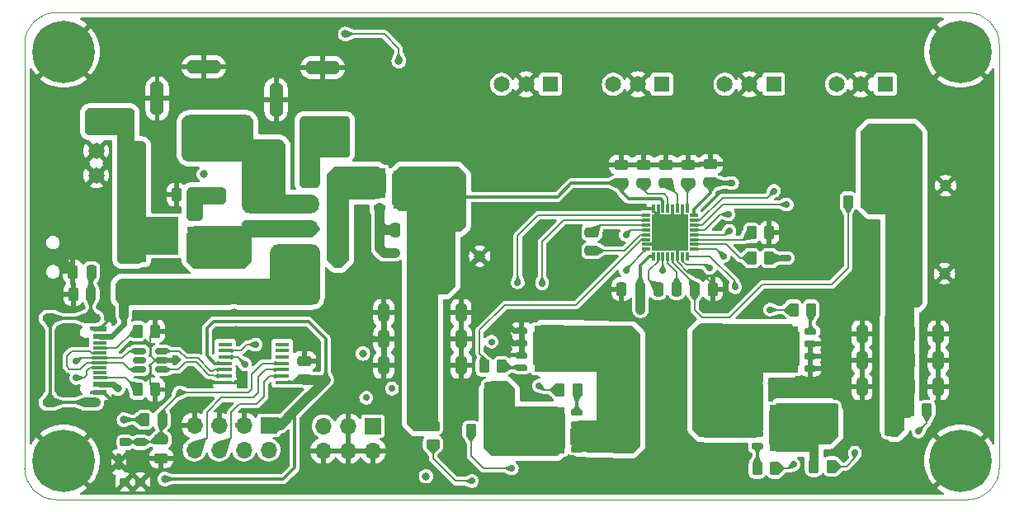
<source format=gtl>
G04 #@! TF.GenerationSoftware,KiCad,Pcbnew,8.0.6*
G04 #@! TF.CreationDate,2026-01-15T10:53:24-08:00*
G04 #@! TF.ProjectId,USBPD_Board,55534250-445f-4426-9f61-72642e6b6963,A*
G04 #@! TF.SameCoordinates,Original*
G04 #@! TF.FileFunction,Copper,L1,Top*
G04 #@! TF.FilePolarity,Positive*
%FSLAX46Y46*%
G04 Gerber Fmt 4.6, Leading zero omitted, Abs format (unit mm)*
G04 Created by KiCad (PCBNEW 8.0.6) date 2026-01-15 10:53:24*
%MOMM*%
%LPD*%
G01*
G04 APERTURE LIST*
G04 Aperture macros list*
%AMRoundRect*
0 Rectangle with rounded corners*
0 $1 Rounding radius*
0 $2 $3 $4 $5 $6 $7 $8 $9 X,Y pos of 4 corners*
0 Add a 4 corners polygon primitive as box body*
4,1,4,$2,$3,$4,$5,$6,$7,$8,$9,$2,$3,0*
0 Add four circle primitives for the rounded corners*
1,1,$1+$1,$2,$3*
1,1,$1+$1,$4,$5*
1,1,$1+$1,$6,$7*
1,1,$1+$1,$8,$9*
0 Add four rect primitives between the rounded corners*
20,1,$1+$1,$2,$3,$4,$5,0*
20,1,$1+$1,$4,$5,$6,$7,0*
20,1,$1+$1,$6,$7,$8,$9,0*
20,1,$1+$1,$8,$9,$2,$3,0*%
G04 Aperture macros list end*
G04 #@! TA.AperFunction,SMDPad,CuDef*
%ADD10R,0.850000X0.300000*%
G04 #@! TD*
G04 #@! TA.AperFunction,SMDPad,CuDef*
%ADD11R,0.300000X0.850000*%
G04 #@! TD*
G04 #@! TA.AperFunction,SMDPad,CuDef*
%ADD12R,3.700000X3.700000*%
G04 #@! TD*
G04 #@! TA.AperFunction,SMDPad,CuDef*
%ADD13RoundRect,0.250000X0.475000X-0.250000X0.475000X0.250000X-0.475000X0.250000X-0.475000X-0.250000X0*%
G04 #@! TD*
G04 #@! TA.AperFunction,ComponentPad*
%ADD14R,1.200000X1.200000*%
G04 #@! TD*
G04 #@! TA.AperFunction,ComponentPad*
%ADD15C,1.200000*%
G04 #@! TD*
G04 #@! TA.AperFunction,ComponentPad*
%ADD16R,1.650000X1.650000*%
G04 #@! TD*
G04 #@! TA.AperFunction,ComponentPad*
%ADD17C,1.650000*%
G04 #@! TD*
G04 #@! TA.AperFunction,SMDPad,CuDef*
%ADD18RoundRect,0.250000X0.325000X0.650000X-0.325000X0.650000X-0.325000X-0.650000X0.325000X-0.650000X0*%
G04 #@! TD*
G04 #@! TA.AperFunction,SMDPad,CuDef*
%ADD19RoundRect,0.250000X0.262500X0.450000X-0.262500X0.450000X-0.262500X-0.450000X0.262500X-0.450000X0*%
G04 #@! TD*
G04 #@! TA.AperFunction,SMDPad,CuDef*
%ADD20RoundRect,0.250000X-0.325000X-0.650000X0.325000X-0.650000X0.325000X0.650000X-0.325000X0.650000X0*%
G04 #@! TD*
G04 #@! TA.AperFunction,SMDPad,CuDef*
%ADD21R,1.270000X0.610000*%
G04 #@! TD*
G04 #@! TA.AperFunction,SMDPad,CuDef*
%ADD22R,3.810000X3.910000*%
G04 #@! TD*
G04 #@! TA.AperFunction,SMDPad,CuDef*
%ADD23R,0.310000X0.255000*%
G04 #@! TD*
G04 #@! TA.AperFunction,SMDPad,CuDef*
%ADD24R,0.710000X0.610000*%
G04 #@! TD*
G04 #@! TA.AperFunction,SMDPad,CuDef*
%ADD25RoundRect,0.250000X-0.262500X-0.450000X0.262500X-0.450000X0.262500X0.450000X-0.262500X0.450000X0*%
G04 #@! TD*
G04 #@! TA.AperFunction,SMDPad,CuDef*
%ADD26RoundRect,0.225000X0.375000X-0.225000X0.375000X0.225000X-0.375000X0.225000X-0.375000X-0.225000X0*%
G04 #@! TD*
G04 #@! TA.AperFunction,SMDPad,CuDef*
%ADD27R,1.475000X0.450000*%
G04 #@! TD*
G04 #@! TA.AperFunction,SMDPad,CuDef*
%ADD28R,4.100000X3.000000*%
G04 #@! TD*
G04 #@! TA.AperFunction,ComponentPad*
%ADD29R,1.700000X1.700000*%
G04 #@! TD*
G04 #@! TA.AperFunction,ComponentPad*
%ADD30O,1.700000X1.700000*%
G04 #@! TD*
G04 #@! TA.AperFunction,ComponentPad*
%ADD31C,6.400000*%
G04 #@! TD*
G04 #@! TA.AperFunction,SMDPad,CuDef*
%ADD32RoundRect,0.250000X0.250000X0.475000X-0.250000X0.475000X-0.250000X-0.475000X0.250000X-0.475000X0*%
G04 #@! TD*
G04 #@! TA.AperFunction,SMDPad,CuDef*
%ADD33RoundRect,0.162500X0.437500X0.162500X-0.437500X0.162500X-0.437500X-0.162500X0.437500X-0.162500X0*%
G04 #@! TD*
G04 #@! TA.AperFunction,SMDPad,CuDef*
%ADD34R,4.500000X4.700000*%
G04 #@! TD*
G04 #@! TA.AperFunction,SMDPad,CuDef*
%ADD35RoundRect,0.175000X0.325000X0.175000X-0.325000X0.175000X-0.325000X-0.175000X0.325000X-0.175000X0*%
G04 #@! TD*
G04 #@! TA.AperFunction,SMDPad,CuDef*
%ADD36RoundRect,0.150000X0.512500X0.150000X-0.512500X0.150000X-0.512500X-0.150000X0.512500X-0.150000X0*%
G04 #@! TD*
G04 #@! TA.AperFunction,SMDPad,CuDef*
%ADD37RoundRect,0.225000X0.275000X-0.225000X0.275000X0.225000X-0.275000X0.225000X-0.275000X-0.225000X0*%
G04 #@! TD*
G04 #@! TA.AperFunction,SMDPad,CuDef*
%ADD38RoundRect,0.137500X0.137500X-0.712500X0.137500X0.712500X-0.137500X0.712500X-0.137500X-0.712500X0*%
G04 #@! TD*
G04 #@! TA.AperFunction,SMDPad,CuDef*
%ADD39RoundRect,0.250000X-0.362500X-1.425000X0.362500X-1.425000X0.362500X1.425000X-0.362500X1.425000X0*%
G04 #@! TD*
G04 #@! TA.AperFunction,SMDPad,CuDef*
%ADD40RoundRect,0.250000X-0.450000X0.262500X-0.450000X-0.262500X0.450000X-0.262500X0.450000X0.262500X0*%
G04 #@! TD*
G04 #@! TA.AperFunction,SMDPad,CuDef*
%ADD41RoundRect,0.250000X-0.250000X-0.475000X0.250000X-0.475000X0.250000X0.475000X-0.250000X0.475000X0*%
G04 #@! TD*
G04 #@! TA.AperFunction,ComponentPad*
%ADD42O,3.600000X1.400000*%
G04 #@! TD*
G04 #@! TA.AperFunction,ComponentPad*
%ADD43O,1.400000X3.600000*%
G04 #@! TD*
G04 #@! TA.AperFunction,SMDPad,CuDef*
%ADD44RoundRect,0.162500X-0.437500X-0.162500X0.437500X-0.162500X0.437500X0.162500X-0.437500X0.162500X0*%
G04 #@! TD*
G04 #@! TA.AperFunction,SMDPad,CuDef*
%ADD45RoundRect,0.175000X-0.325000X-0.175000X0.325000X-0.175000X0.325000X0.175000X-0.325000X0.175000X0*%
G04 #@! TD*
G04 #@! TA.AperFunction,SMDPad,CuDef*
%ADD46R,1.450000X0.600000*%
G04 #@! TD*
G04 #@! TA.AperFunction,SMDPad,CuDef*
%ADD47R,1.450000X0.300000*%
G04 #@! TD*
G04 #@! TA.AperFunction,ComponentPad*
%ADD48O,2.100000X1.000000*%
G04 #@! TD*
G04 #@! TA.AperFunction,ComponentPad*
%ADD49O,1.600000X1.000000*%
G04 #@! TD*
G04 #@! TA.AperFunction,SMDPad,CuDef*
%ADD50RoundRect,0.250000X-0.475000X0.250000X-0.475000X-0.250000X0.475000X-0.250000X0.475000X0.250000X0*%
G04 #@! TD*
G04 #@! TA.AperFunction,ViaPad*
%ADD51C,0.700000*%
G04 #@! TD*
G04 #@! TA.AperFunction,ViaPad*
%ADD52C,0.800000*%
G04 #@! TD*
G04 #@! TA.AperFunction,ViaPad*
%ADD53C,0.900000*%
G04 #@! TD*
G04 #@! TA.AperFunction,Conductor*
%ADD54C,0.300000*%
G04 #@! TD*
G04 #@! TA.AperFunction,Conductor*
%ADD55C,0.150000*%
G04 #@! TD*
G04 #@! TA.AperFunction,Conductor*
%ADD56C,0.600000*%
G04 #@! TD*
G04 #@! TA.AperFunction,Conductor*
%ADD57C,0.500000*%
G04 #@! TD*
G04 #@! TA.AperFunction,Conductor*
%ADD58C,0.200000*%
G04 #@! TD*
G04 #@! TA.AperFunction,Conductor*
%ADD59C,1.000000*%
G04 #@! TD*
G04 #@! TA.AperFunction,Conductor*
%ADD60C,0.166900*%
G04 #@! TD*
G04 #@! TA.AperFunction,Conductor*
%ADD61C,0.167000*%
G04 #@! TD*
G04 #@! TA.AperFunction,Profile*
%ADD62C,0.050000*%
G04 #@! TD*
G04 APERTURE END LIST*
D10*
X168700000Y-94300000D03*
X168700000Y-93800000D03*
X168700000Y-93300000D03*
X168700000Y-92800000D03*
X168700000Y-92300000D03*
X168700000Y-91800000D03*
X168700000Y-91300000D03*
X168700000Y-90800000D03*
D11*
X168000000Y-90100000D03*
X167500000Y-90100000D03*
X167000000Y-90100000D03*
X166500000Y-90100000D03*
X166000000Y-90100000D03*
X165500000Y-90100000D03*
X165000000Y-90100000D03*
X164500000Y-90100000D03*
D10*
X163800000Y-90800000D03*
X163800000Y-91300000D03*
X163800000Y-91800000D03*
X163800000Y-92300000D03*
X163800000Y-92800000D03*
X163800000Y-93300000D03*
X163800000Y-93800000D03*
X163800000Y-94300000D03*
D11*
X164500000Y-95000000D03*
X165000000Y-95000000D03*
X165500000Y-95000000D03*
X166000000Y-95000000D03*
X166500000Y-95000000D03*
X167000000Y-95000000D03*
X167500000Y-95000000D03*
X168000000Y-95000000D03*
D12*
X166250000Y-92550000D03*
D13*
X161200000Y-87500000D03*
X161200000Y-85600000D03*
D14*
X190987500Y-87762500D03*
D15*
X194487500Y-87762500D03*
D13*
X168100000Y-87500000D03*
X168100000Y-85600000D03*
D16*
X165400000Y-77350000D03*
D17*
X162900000Y-77350000D03*
X160400000Y-77350000D03*
D18*
X188875000Y-103000000D03*
X185925000Y-103000000D03*
D19*
X147612500Y-112900000D03*
X145787500Y-112900000D03*
D13*
X163500000Y-87500000D03*
X163500000Y-85600000D03*
D20*
X141825000Y-100800000D03*
X144775000Y-100800000D03*
D21*
X117270000Y-94805000D03*
X117270000Y-93535000D03*
X117270000Y-92265000D03*
X117270000Y-90995000D03*
D22*
X113910000Y-92900000D03*
D23*
X112160000Y-94983000D03*
X112160000Y-90817000D03*
D24*
X111650000Y-94805000D03*
X111650000Y-93535000D03*
X111650000Y-92265000D03*
X111650000Y-90995000D03*
D14*
X190887500Y-96800000D03*
D15*
X194387500Y-96800000D03*
D25*
X180987500Y-116600000D03*
X182812500Y-116600000D03*
D26*
X119800000Y-92350000D03*
X119800000Y-89050000D03*
D19*
X148962500Y-106300000D03*
X147137500Y-106300000D03*
D20*
X190800000Y-103000000D03*
X193750000Y-103000000D03*
D16*
X153950000Y-77350000D03*
D17*
X151450000Y-77350000D03*
X148950000Y-77350000D03*
D13*
X165800000Y-87500000D03*
X165800000Y-85600000D03*
D19*
X156700000Y-108720000D03*
X154875000Y-108720000D03*
D20*
X190800000Y-108400000D03*
X193750000Y-108400000D03*
D27*
X126438000Y-107950000D03*
X126438000Y-107300000D03*
X126438000Y-106650000D03*
X126438000Y-106000000D03*
X126438000Y-105350000D03*
X126438000Y-104700000D03*
X126438000Y-104050000D03*
X120562000Y-104050000D03*
X120562000Y-104700000D03*
X120562000Y-105350000D03*
X120562000Y-106000000D03*
X120562000Y-106650000D03*
X120562000Y-107300000D03*
X120562000Y-107950000D03*
D25*
X174587500Y-92600000D03*
X176412500Y-92600000D03*
D13*
X128700000Y-107650000D03*
X128700000Y-105750000D03*
D25*
X111587500Y-108700000D03*
X113412500Y-108700000D03*
D28*
X161050000Y-108600000D03*
X170550000Y-108600000D03*
D18*
X188875000Y-108400000D03*
X185925000Y-108400000D03*
D25*
X184487500Y-89400000D03*
X186312500Y-89400000D03*
D29*
X129325000Y-87100000D03*
D30*
X131865000Y-87100000D03*
X129325000Y-89640000D03*
X131865000Y-89640000D03*
X129325000Y-92180000D03*
X131865000Y-92180000D03*
X129325000Y-94720000D03*
X131865000Y-94720000D03*
D16*
X107350000Y-81700000D03*
D17*
X107350000Y-84200000D03*
X107350000Y-86700000D03*
D31*
X196000000Y-74000000D03*
D19*
X114112500Y-111800000D03*
X112287500Y-111800000D03*
D31*
X104000000Y-74000000D03*
D20*
X190800000Y-105700000D03*
X193750000Y-105700000D03*
D21*
X136400000Y-86260000D03*
X136400000Y-87530000D03*
X136400000Y-88800000D03*
X136400000Y-90070000D03*
D22*
X139760000Y-88165000D03*
D23*
X141510000Y-86082000D03*
X141510000Y-90248000D03*
D24*
X142020000Y-86260000D03*
X142020000Y-87530000D03*
X142020000Y-88800000D03*
X142020000Y-90070000D03*
D19*
X106812500Y-98900000D03*
X104987500Y-98900000D03*
D32*
X139950000Y-92300000D03*
X138050000Y-92300000D03*
D16*
X176850000Y-77350000D03*
D17*
X174350000Y-77350000D03*
X171850000Y-77350000D03*
D33*
X156650000Y-114800000D03*
X156650000Y-113530000D03*
X156650000Y-112260000D03*
X156650000Y-110990000D03*
D34*
X153150000Y-112895000D03*
D35*
X150900000Y-114890000D03*
X150900000Y-113560000D03*
X150900000Y-112230000D03*
X150900000Y-110900000D03*
D36*
X114037500Y-106650000D03*
X114037500Y-105700000D03*
X114037500Y-104750000D03*
X111762500Y-104750000D03*
X111762500Y-105700000D03*
X111762500Y-106650000D03*
D13*
X114000000Y-115750000D03*
X114000000Y-113850000D03*
D18*
X139800000Y-106200000D03*
X136850000Y-106200000D03*
D20*
X141850000Y-106200000D03*
X144800000Y-106200000D03*
D29*
X125040000Y-112360000D03*
D30*
X125040000Y-114900000D03*
X122500000Y-112360000D03*
X122500000Y-114900000D03*
X119960000Y-112360000D03*
X119960000Y-114900000D03*
X117420000Y-112360000D03*
X117420000Y-114900000D03*
D37*
X110300000Y-114100000D03*
X111900000Y-114100000D03*
X111900000Y-118200000D03*
X110300000Y-118200000D03*
D38*
X109650000Y-116150000D03*
D18*
X139800000Y-103500000D03*
X136850000Y-103500000D03*
D16*
X188300000Y-77350000D03*
D17*
X185800000Y-77350000D03*
X183300000Y-77350000D03*
D32*
X106850000Y-96600000D03*
X104950000Y-96600000D03*
D39*
X182900000Y-111800000D03*
X188825000Y-111800000D03*
D33*
X180650000Y-106530000D03*
X180650000Y-105260000D03*
X180650000Y-103990000D03*
X180650000Y-102720000D03*
D34*
X177150000Y-104625000D03*
D35*
X174900000Y-106620000D03*
X174900000Y-105290000D03*
X174900000Y-103960000D03*
X174900000Y-102630000D03*
D32*
X166900000Y-98400000D03*
X165000000Y-98400000D03*
D20*
X141850000Y-103500000D03*
X144800000Y-103500000D03*
D25*
X115587500Y-88700000D03*
X117412500Y-88700000D03*
D31*
X104000000Y-116000000D03*
D40*
X141900000Y-112487500D03*
X141900000Y-114312500D03*
D25*
X111587500Y-102700000D03*
X113412500Y-102700000D03*
D41*
X168750000Y-98400000D03*
X170650000Y-98400000D03*
D19*
X180712500Y-100500000D03*
X178887500Y-100500000D03*
D13*
X170400000Y-87450000D03*
X170400000Y-85550000D03*
D14*
X143200000Y-95000000D03*
D15*
X146700000Y-95000000D03*
D31*
X196000000Y-116000000D03*
D42*
X118400000Y-81812500D03*
X118400000Y-75562500D03*
D43*
X113600000Y-78812500D03*
D18*
X188875000Y-105700000D03*
X185925000Y-105700000D03*
D39*
X141837500Y-109600000D03*
X147762500Y-109600000D03*
D32*
X163150000Y-98400000D03*
X161250000Y-98400000D03*
D18*
X139800000Y-100800000D03*
X136850000Y-100800000D03*
D42*
X130600000Y-81912500D03*
X130600000Y-75662500D03*
D43*
X125800000Y-78912500D03*
D44*
X175200000Y-110730000D03*
X175200000Y-112000000D03*
X175200000Y-113270000D03*
X175200000Y-114540000D03*
D34*
X178700000Y-112635000D03*
D45*
X180950000Y-110640000D03*
X180950000Y-111970000D03*
X180950000Y-113300000D03*
X180950000Y-114630000D03*
D46*
X107695000Y-102460000D03*
X107695000Y-103260000D03*
D47*
X107695000Y-104460000D03*
X107695000Y-105460000D03*
X107695000Y-105960000D03*
X107695000Y-106960000D03*
D46*
X107695000Y-108160000D03*
X107695000Y-108960000D03*
X107695000Y-108960000D03*
X107695000Y-108160000D03*
D47*
X107695000Y-107460000D03*
X107695000Y-106460000D03*
X107695000Y-104960000D03*
X107695000Y-103960000D03*
D46*
X107695000Y-103260000D03*
X107695000Y-102460000D03*
D48*
X106780000Y-101390000D03*
D49*
X102600000Y-101390000D03*
D48*
X106780000Y-110030000D03*
D49*
X102600000Y-110030000D03*
D29*
X135725000Y-112450000D03*
D30*
X135725000Y-114990000D03*
X133185000Y-112450000D03*
X133185000Y-114990000D03*
X130645000Y-112450000D03*
X130645000Y-114990000D03*
D44*
X151000000Y-102610000D03*
X151000000Y-103880000D03*
X151000000Y-105150000D03*
X151000000Y-106420000D03*
D34*
X154500000Y-104515000D03*
D45*
X156750000Y-102520000D03*
X156750000Y-103850000D03*
X156750000Y-105180000D03*
X156750000Y-106510000D03*
D19*
X176412500Y-95200000D03*
X174587500Y-95200000D03*
D25*
X175162500Y-116800000D03*
X176987500Y-116800000D03*
X190762500Y-110800000D03*
X192587500Y-110800000D03*
D50*
X158200000Y-92550000D03*
X158200000Y-94450000D03*
D51*
X153400000Y-99100000D03*
X105200000Y-103600000D03*
X178300000Y-88400000D03*
X161200000Y-117800000D03*
X176600000Y-108100000D03*
X182400000Y-107400000D03*
D52*
X164100000Y-101700000D03*
X198000000Y-79000000D03*
D51*
X189300000Y-115900000D03*
D52*
X186500000Y-100500000D03*
D51*
X103900000Y-107300000D03*
D52*
X186500000Y-96500000D03*
D51*
X114400000Y-86900000D03*
X149400000Y-118100000D03*
X161700000Y-100100000D03*
X116000000Y-110300000D03*
D52*
X116800000Y-86400000D03*
X144600000Y-71700000D03*
D51*
X147200000Y-118900000D03*
D52*
X198000000Y-109000000D03*
D51*
X132400000Y-109000000D03*
X178900000Y-90700000D03*
X133700000Y-103800000D03*
X101600000Y-78000000D03*
D52*
X135800000Y-95900000D03*
D51*
X172700000Y-95700000D03*
D52*
X198000000Y-84000000D03*
D51*
X186800000Y-116500000D03*
X104400000Y-108700000D03*
X110900000Y-110700000D03*
D52*
X134400000Y-93800000D03*
X196500000Y-103000000D03*
D51*
X179400000Y-96000000D03*
X135200000Y-103600000D03*
D52*
X145000000Y-77600000D03*
D51*
X165200000Y-93600000D03*
X125700000Y-109900000D03*
D52*
X139600000Y-77400000D03*
D51*
X169200000Y-96700000D03*
D52*
X198000000Y-106500000D03*
D51*
X102900000Y-98000000D03*
X182400000Y-106000000D03*
X147400000Y-85400000D03*
D52*
X151800000Y-94300000D03*
D51*
X175900000Y-90700000D03*
X156600000Y-117800000D03*
X182400000Y-104700000D03*
X183800000Y-114800000D03*
D52*
X121700000Y-102600000D03*
D51*
X139600000Y-74300000D03*
D52*
X160100000Y-100500000D03*
X174700000Y-100800000D03*
D51*
X179400000Y-117700000D03*
D52*
X186500000Y-98500000D03*
D51*
X151100000Y-117900000D03*
D52*
X196500000Y-110500000D03*
D51*
X173900000Y-88000000D03*
D52*
X106900000Y-112100000D03*
D51*
X133800000Y-110100000D03*
D52*
X114400000Y-83500000D03*
X198000000Y-99000000D03*
X186500000Y-94500000D03*
D51*
X180900000Y-108100000D03*
D52*
X154600000Y-94300000D03*
D51*
X191200000Y-117700000D03*
D52*
X186500000Y-92500000D03*
D51*
X185200000Y-117700000D03*
D52*
X196500000Y-93000000D03*
D51*
X158900000Y-117800000D03*
X177200000Y-99500000D03*
D52*
X108000000Y-113700000D03*
D51*
X138100000Y-111400000D03*
X186400000Y-114300000D03*
X154100000Y-117800000D03*
D52*
X141900000Y-71700000D03*
D51*
X165700000Y-117800000D03*
X150900000Y-82700000D03*
D52*
X108400000Y-99700000D03*
D51*
X151800000Y-97300000D03*
D52*
X198000000Y-101500000D03*
X182000000Y-89500000D03*
X198000000Y-96500000D03*
X109700000Y-110100000D03*
X167000000Y-100200000D03*
D51*
X194000000Y-112100000D03*
X174300000Y-97700000D03*
X140000000Y-118700000D03*
D52*
X109000000Y-72500000D03*
D51*
X183500000Y-106800000D03*
D52*
X196000000Y-82500000D03*
D51*
X163500000Y-117800000D03*
X178200000Y-118400000D03*
X170400000Y-117700000D03*
D52*
X159500000Y-98900000D03*
D51*
X152700000Y-117000000D03*
D52*
X131100000Y-71200000D03*
X196000000Y-80000000D03*
X137900000Y-96100000D03*
D51*
X188400000Y-117700000D03*
X160000000Y-92900000D03*
X142100000Y-118700000D03*
X174200000Y-90700000D03*
D52*
X141300000Y-75800000D03*
D51*
X177400000Y-90700000D03*
D52*
X170700000Y-100200000D03*
X137000000Y-74500000D03*
D51*
X139500000Y-114100000D03*
X113400000Y-118900000D03*
D52*
X196500000Y-108000000D03*
D51*
X183500000Y-105500000D03*
X172900000Y-117700000D03*
D52*
X134300000Y-71300000D03*
X198000000Y-91500000D03*
X114400000Y-85200000D03*
D51*
X136600000Y-109500000D03*
D52*
X134500000Y-90300000D03*
D53*
X134500000Y-91900000D03*
D51*
X145000000Y-117000000D03*
X149100000Y-102900000D03*
X140200000Y-116400000D03*
X145500000Y-83000000D03*
D52*
X121500000Y-100800000D03*
D51*
X117500000Y-110000000D03*
D52*
X196500000Y-100500000D03*
D51*
X175400000Y-87900000D03*
X177500000Y-109100000D03*
X167350000Y-91450000D03*
X149600000Y-87600000D03*
X149300000Y-101700000D03*
D52*
X139300000Y-71700000D03*
X182800000Y-87700000D03*
D51*
X171200000Y-92000000D03*
X153500000Y-109600000D03*
D52*
X198000000Y-89000000D03*
D51*
X191500000Y-114400000D03*
D52*
X196500000Y-105500000D03*
D51*
X183500000Y-108100000D03*
X178200000Y-93600000D03*
D52*
X198000000Y-81500000D03*
X147100000Y-99700000D03*
D51*
X165150000Y-91450000D03*
X102900000Y-95000000D03*
X104000000Y-102800000D03*
X111800000Y-115700000D03*
X112100000Y-96500000D03*
X146500000Y-100900000D03*
X180400000Y-94700000D03*
D52*
X198000000Y-104000000D03*
D51*
X149500000Y-96800000D03*
X115200000Y-118900000D03*
D52*
X198000000Y-94000000D03*
D51*
X151200000Y-84800000D03*
X130800000Y-109700000D03*
X123000000Y-105000000D03*
X182300000Y-108800000D03*
X124500000Y-102700000D03*
X168000000Y-117800000D03*
D52*
X149400000Y-98700000D03*
X198000000Y-86500000D03*
X145000000Y-75700000D03*
D51*
X154200000Y-97000000D03*
D52*
X198000000Y-111500000D03*
X118400000Y-86600000D03*
D51*
X163200000Y-100500000D03*
D52*
X141700000Y-98800000D03*
X134700000Y-105000000D03*
D51*
X172600000Y-87500000D03*
D52*
X110200000Y-111800000D03*
X130900000Y-107700000D03*
X114400000Y-117900000D03*
D51*
X178300000Y-95200000D03*
X171700000Y-95000000D03*
X115900000Y-109000000D03*
D52*
X188900000Y-84300000D03*
X187300000Y-85800000D03*
X190600000Y-82800000D03*
X188900000Y-82800000D03*
X187300000Y-84300000D03*
X187300000Y-82800000D03*
D51*
X137700000Y-108600000D03*
D52*
X141200000Y-117600000D03*
D51*
X123700000Y-104100000D03*
X172200000Y-90700000D03*
X147900000Y-103800000D03*
X122600000Y-106100000D03*
X135050000Y-109550000D03*
X172300000Y-92400000D03*
X105300000Y-105800000D03*
X105300000Y-107500000D03*
D52*
X109600000Y-108600000D03*
X110200000Y-101100000D03*
D51*
X150600000Y-97700000D03*
X145900000Y-118100000D03*
X150000000Y-116800000D03*
X153100000Y-97800000D03*
X170300000Y-96200000D03*
X191700000Y-113000000D03*
X185200000Y-115200000D03*
X172900000Y-98200000D03*
X152800000Y-108300000D03*
X161700000Y-92800000D03*
X165500000Y-96500000D03*
X178900000Y-116400000D03*
X176500000Y-100500000D03*
X161700000Y-96500000D03*
X178200000Y-89700000D03*
X176900000Y-88300000D03*
D52*
X132900000Y-72200000D03*
X138400000Y-75000000D03*
X138000000Y-94700000D03*
X134500000Y-88200000D03*
X134500000Y-86800000D03*
D54*
X164500000Y-90100000D02*
X164500000Y-90375000D01*
X109200000Y-110100000D02*
X108060000Y-108960000D01*
D55*
X112900000Y-105224999D02*
X112900000Y-103212500D01*
D56*
X136850000Y-106200000D02*
X136850000Y-103500000D01*
D54*
X164500000Y-90375000D02*
X166250000Y-92125000D01*
D55*
X113375001Y-105700000D02*
X112900000Y-106175001D01*
D56*
X151000000Y-103880000D02*
X151000000Y-102610000D01*
X135300000Y-103500000D02*
X135200000Y-103600000D01*
D54*
X108700000Y-100000000D02*
X108400000Y-99700000D01*
X165000000Y-91300000D02*
X165150000Y-91450000D01*
D56*
X151000000Y-102610000D02*
X150210000Y-102610000D01*
D54*
X108700000Y-101455000D02*
X108700000Y-100000000D01*
D56*
X150210000Y-102610000D02*
X149300000Y-101700000D01*
D57*
X117420000Y-112360000D02*
X117420000Y-110080000D01*
D54*
X118050000Y-107950000D02*
X120562000Y-107950000D01*
D55*
X113375001Y-105700000D02*
X112900000Y-105224999D01*
X167000000Y-95000000D02*
X167000000Y-95575000D01*
D54*
X167300000Y-91500000D02*
X166250000Y-92550000D01*
X166500000Y-90100000D02*
X166500000Y-92300000D01*
X163800000Y-93800000D02*
X165000000Y-93800000D01*
X167000000Y-93300000D02*
X166250000Y-92550000D01*
D56*
X151000000Y-105150000D02*
X151000000Y-103880000D01*
D57*
X115860000Y-112360000D02*
X115700000Y-112200000D01*
D58*
X169400000Y-96700000D02*
X170650000Y-97950000D01*
D54*
X108060000Y-108960000D02*
X107695000Y-108960000D01*
D55*
X112900000Y-108187500D02*
X113412500Y-108700000D01*
X167000000Y-95575000D02*
X168125000Y-96700000D01*
D57*
X117420000Y-110080000D02*
X117500000Y-110000000D01*
D54*
X109700000Y-110100000D02*
X109200000Y-110100000D01*
X107695000Y-102460000D02*
X108700000Y-101455000D01*
X165150000Y-91450000D02*
X166250000Y-92550000D01*
D55*
X114037500Y-105700000D02*
X113375001Y-105700000D01*
D54*
X104987500Y-98900000D02*
X103800000Y-98900000D01*
D57*
X117420000Y-112360000D02*
X115860000Y-112360000D01*
X125040000Y-110560000D02*
X125700000Y-109900000D01*
D58*
X169200000Y-96700000D02*
X169400000Y-96700000D01*
D55*
X112900000Y-106175001D02*
X112900000Y-108187500D01*
D54*
X167500000Y-90100000D02*
X167500000Y-91300000D01*
X165000000Y-90100000D02*
X165000000Y-91300000D01*
D56*
X136850000Y-103500000D02*
X135300000Y-103500000D01*
D54*
X167350000Y-91450000D02*
X167300000Y-91500000D01*
D59*
X103350000Y-95000000D02*
X102900000Y-95000000D01*
D58*
X170650000Y-97950000D02*
X170650000Y-98400000D01*
D54*
X167500000Y-91300000D02*
X167350000Y-91450000D01*
X117700000Y-107600000D02*
X118050000Y-107950000D01*
X165000000Y-93800000D02*
X165200000Y-93600000D01*
X165200000Y-93600000D02*
X166250000Y-92550000D01*
X166500000Y-92300000D02*
X166250000Y-92550000D01*
D55*
X112900000Y-103212500D02*
X113412500Y-102700000D01*
D59*
X104950000Y-96600000D02*
X103350000Y-95000000D01*
D54*
X166250000Y-92125000D02*
X166250000Y-92550000D01*
D56*
X151000000Y-103880000D02*
X150080000Y-103880000D01*
X150080000Y-103880000D02*
X149100000Y-102900000D01*
D54*
X116600000Y-107600000D02*
X117700000Y-107600000D01*
X167000000Y-95000000D02*
X167000000Y-93300000D01*
D56*
X136850000Y-103500000D02*
X136850000Y-100800000D01*
D55*
X168125000Y-96700000D02*
X169200000Y-96700000D01*
D54*
X103800000Y-98900000D02*
X102900000Y-98000000D01*
X164100000Y-95000000D02*
X163150000Y-95950000D01*
D59*
X163200000Y-100500000D02*
X163200000Y-98450000D01*
D54*
X164500000Y-95000000D02*
X164100000Y-95000000D01*
D59*
X163200000Y-98450000D02*
X163150000Y-98400000D01*
D54*
X163200000Y-100500000D02*
X163150000Y-100450000D01*
X163150000Y-95950000D02*
X163150000Y-98400000D01*
D55*
X163800000Y-91800000D02*
X158950000Y-91800000D01*
X158950000Y-91800000D02*
X158200000Y-92550000D01*
X163175000Y-92800000D02*
X161525000Y-94450000D01*
X163800000Y-92800000D02*
X163175000Y-92800000D01*
X161525000Y-94450000D02*
X158200000Y-94450000D01*
D54*
X156100000Y-87500000D02*
X154700000Y-88900000D01*
X161200000Y-88300000D02*
X161200000Y-87500000D01*
X162000000Y-89100000D02*
X161200000Y-88300000D01*
X154700000Y-88900000D02*
X140495000Y-88900000D01*
X140495000Y-88900000D02*
X139760000Y-88165000D01*
X165500000Y-89325000D02*
X165275000Y-89100000D01*
X161200000Y-87500000D02*
X156100000Y-87500000D01*
X165275000Y-89100000D02*
X162000000Y-89100000D01*
X165500000Y-90100000D02*
X165500000Y-89325000D01*
X128400000Y-107950000D02*
X128700000Y-107650000D01*
D56*
X178300000Y-95200000D02*
X176412500Y-95200000D01*
D59*
X126240000Y-112360000D02*
X125040000Y-112360000D01*
D54*
X127700000Y-116700000D02*
X126500000Y-117900000D01*
X168700000Y-90800000D02*
X168700000Y-90200000D01*
X170400000Y-88500000D02*
X170400000Y-87450000D01*
X110200000Y-111800000D02*
X112287500Y-111800000D01*
X119524500Y-106000000D02*
X120562000Y-106000000D01*
X130900000Y-107700000D02*
X130900000Y-103500000D01*
X127700000Y-110900000D02*
X127700000Y-116700000D01*
X118700000Y-102400000D02*
X118700000Y-105175500D01*
X126500000Y-117900000D02*
X114400000Y-117900000D01*
X130900000Y-103500000D02*
X129100000Y-101700000D01*
D59*
X130900000Y-107700000D02*
X128750000Y-107700000D01*
X127700000Y-110900000D02*
X126240000Y-112360000D01*
D57*
X170450000Y-87500000D02*
X170400000Y-87450000D01*
D54*
X119400000Y-101700000D02*
X118700000Y-102400000D01*
X168700000Y-90200000D02*
X170400000Y-88500000D01*
X126438000Y-107950000D02*
X128400000Y-107950000D01*
D57*
X172600000Y-87500000D02*
X170450000Y-87500000D01*
D54*
X129100000Y-101700000D02*
X119400000Y-101700000D01*
D57*
X172600000Y-87500000D02*
X172550000Y-87450000D01*
D54*
X118700000Y-105175500D02*
X119524500Y-106000000D01*
D59*
X128750000Y-107700000D02*
X128700000Y-107650000D01*
X130900000Y-107700000D02*
X127700000Y-110900000D01*
D55*
X111200000Y-102700000D02*
X111587500Y-102700000D01*
X107695000Y-104460000D02*
X109440000Y-104460000D01*
X109440000Y-104460000D02*
X111200000Y-102700000D01*
X171000000Y-94300000D02*
X171700000Y-95000000D01*
X123000000Y-109000000D02*
X123300000Y-108700000D01*
X114000000Y-113850000D02*
X114000000Y-111912500D01*
X110300000Y-114100000D02*
X111900000Y-114100000D01*
X115900000Y-109100000D02*
X114112500Y-110887500D01*
X124400000Y-106000000D02*
X126438000Y-106000000D01*
X123300000Y-108700000D02*
X123300000Y-107100000D01*
X115900000Y-109000000D02*
X123000000Y-109000000D01*
X114112500Y-110887500D02*
X114112500Y-111800000D01*
X115900000Y-109000000D02*
X115900000Y-109100000D01*
X114000000Y-111912500D02*
X114112500Y-111800000D01*
X123300000Y-107100000D02*
X124400000Y-106000000D01*
X111900000Y-114100000D02*
X113750000Y-114100000D01*
X113750000Y-114100000D02*
X114000000Y-113850000D01*
X168700000Y-94300000D02*
X171000000Y-94300000D01*
D60*
X115850000Y-104750000D02*
X114037500Y-104750000D01*
X119339199Y-106766550D02*
X119061344Y-106766550D01*
X119455749Y-106650000D02*
X119339199Y-106766550D01*
X117761344Y-105466550D02*
X116566550Y-105466550D01*
X116566550Y-105466550D02*
X115850000Y-104750000D01*
X119061344Y-106766550D02*
X117761344Y-105466550D01*
X120562000Y-106650000D02*
X119455749Y-106650000D01*
D55*
X107695000Y-107460000D02*
X110347500Y-107460000D01*
X110347500Y-107460000D02*
X111587500Y-108700000D01*
X182800000Y-97900000D02*
X184487500Y-96212500D01*
X168750000Y-97875000D02*
X168750000Y-98400000D01*
X172300000Y-101300000D02*
X175700000Y-97900000D01*
X175700000Y-97900000D02*
X182800000Y-97900000D01*
X168750000Y-100550000D02*
X169500000Y-101300000D01*
X166500000Y-95625000D02*
X168750000Y-97875000D01*
X184487500Y-96212500D02*
X184487500Y-89400000D01*
X169500000Y-101300000D02*
X172300000Y-101300000D01*
X168750000Y-98400000D02*
X168750000Y-100550000D01*
X166500000Y-95000000D02*
X166500000Y-95625000D01*
X164000000Y-97400000D02*
X165000000Y-98400000D01*
X165000000Y-95500000D02*
X164000000Y-96500000D01*
X165000000Y-95000000D02*
X165000000Y-95500000D01*
X164000000Y-96500000D02*
X164000000Y-97400000D01*
X166000000Y-95000000D02*
X166000000Y-95700000D01*
X166900000Y-96600000D02*
X166900000Y-98400000D01*
X166000000Y-95700000D02*
X166900000Y-96600000D01*
X167000000Y-90100000D02*
X167000000Y-88700000D01*
X167000000Y-88700000D02*
X165800000Y-87500000D01*
X168000000Y-87600000D02*
X168100000Y-87500000D01*
X168000000Y-90100000D02*
X168000000Y-87600000D01*
X166000000Y-90100000D02*
X166000000Y-89000000D01*
X166000000Y-89000000D02*
X165600000Y-88600000D01*
X165600000Y-88600000D02*
X163900000Y-88600000D01*
X163900000Y-88600000D02*
X163500000Y-88200000D01*
X163500000Y-88200000D02*
X163500000Y-87500000D01*
D54*
X106812500Y-96637500D02*
X106850000Y-96600000D01*
X106780000Y-101390000D02*
X106780000Y-98932500D01*
X106812500Y-98900000D02*
X106812500Y-96637500D01*
X102600000Y-110030000D02*
X102600000Y-101390000D01*
X106780000Y-110030000D02*
X102600000Y-110030000D01*
X102600000Y-101390000D02*
X106780000Y-101390000D01*
X106780000Y-98932500D02*
X106812500Y-98900000D01*
D55*
X171400000Y-90700000D02*
X169800000Y-92300000D01*
X122200000Y-104700000D02*
X120562000Y-104700000D01*
X172200000Y-90700000D02*
X171400000Y-90700000D01*
X122800000Y-104100000D02*
X122200000Y-104700000D01*
X123700000Y-104100000D02*
X122800000Y-104100000D01*
X169800000Y-92300000D02*
X168700000Y-92300000D01*
X171900000Y-92800000D02*
X168700000Y-92800000D01*
X121850000Y-105350000D02*
X120562000Y-105350000D01*
X122600000Y-106100000D02*
X121850000Y-105350000D01*
X172300000Y-92400000D02*
X171900000Y-92800000D01*
D60*
X111762500Y-106650000D02*
X110768749Y-106650000D01*
D61*
X104800000Y-104800000D02*
X104300000Y-105300000D01*
X104600000Y-106600000D02*
X105700000Y-106600000D01*
X106846500Y-104960000D02*
X106686500Y-104800000D01*
X104300000Y-106300000D02*
X104600000Y-106600000D01*
X106686500Y-104800000D02*
X104800000Y-104800000D01*
X105700000Y-106600000D02*
X106340000Y-105960000D01*
X104300000Y-105300000D02*
X104300000Y-106300000D01*
D60*
X110768749Y-106650000D02*
X110078749Y-105960000D01*
X110078749Y-105960000D02*
X107695000Y-105960000D01*
D61*
X107695000Y-104960000D02*
X106846500Y-104960000D01*
X106340000Y-105960000D02*
X107695000Y-105960000D01*
D60*
X106400000Y-106800000D02*
X106740000Y-106460000D01*
X106400000Y-107200000D02*
X106400000Y-106800000D01*
X110040000Y-105460000D02*
X107695000Y-105460000D01*
X105640000Y-105460000D02*
X105300000Y-105800000D01*
X111762500Y-104750000D02*
X110750000Y-104750000D01*
X107695000Y-105460000D02*
X105640000Y-105460000D01*
X106100000Y-107500000D02*
X106400000Y-107200000D01*
X105300000Y-107500000D02*
X106100000Y-107500000D01*
X106740000Y-106460000D02*
X107695000Y-106460000D01*
X110750000Y-104750000D02*
X110040000Y-105460000D01*
D55*
X121200000Y-111000000D02*
X121200000Y-113660000D01*
X124600000Y-107900000D02*
X124600000Y-109394975D01*
X123794975Y-110200000D02*
X122000000Y-110200000D01*
X122000000Y-110200000D02*
X121200000Y-111000000D01*
X126438000Y-107300000D02*
X125200000Y-107300000D01*
X121200000Y-113660000D02*
X119960000Y-114900000D01*
X125200000Y-107300000D02*
X124600000Y-107900000D01*
X124600000Y-109394975D02*
X123794975Y-110200000D01*
D60*
X116516550Y-105883450D02*
X115750000Y-106650000D01*
X119339199Y-107183450D02*
X118888656Y-107183450D01*
X120562000Y-107300000D02*
X119455749Y-107300000D01*
X115750000Y-106650000D02*
X114037500Y-106650000D01*
X118888656Y-107183450D02*
X117588656Y-105883450D01*
X117588656Y-105883450D02*
X116516550Y-105883450D01*
X119455749Y-107300000D02*
X119339199Y-107183450D01*
D55*
X168700000Y-93800000D02*
X172000000Y-93800000D01*
X172000000Y-93800000D02*
X173400000Y-95200000D01*
X173400000Y-95200000D02*
X174587500Y-95200000D01*
D56*
X107695000Y-108160000D02*
X109160000Y-108160000D01*
D59*
X110200000Y-101100000D02*
X110200000Y-99900000D01*
D56*
X107695000Y-103260000D02*
X108920000Y-103260000D01*
X110200000Y-101980000D02*
X110200000Y-101100000D01*
X108920000Y-103260000D02*
X110200000Y-101980000D01*
D59*
X110200000Y-99900000D02*
X111200000Y-98900000D01*
D56*
X109160000Y-108160000D02*
X109600000Y-108600000D01*
D54*
X156650000Y-108770000D02*
X156700000Y-108720000D01*
X156650000Y-110990000D02*
X156650000Y-108770000D01*
D55*
X152700000Y-90800000D02*
X163800000Y-90800000D01*
X150600000Y-97700000D02*
X150600000Y-92900000D01*
X145900000Y-118100000D02*
X144200000Y-118100000D01*
X144200000Y-118100000D02*
X141900000Y-115800000D01*
X150600000Y-92900000D02*
X152700000Y-90800000D01*
X141900000Y-115800000D02*
X141900000Y-114312500D01*
X153100000Y-93500000D02*
X155300000Y-91300000D01*
X153100000Y-97800000D02*
X153100000Y-93500000D01*
X145787500Y-115487500D02*
X145787500Y-112900000D01*
X150000000Y-116800000D02*
X147100000Y-116800000D01*
X147100000Y-116800000D02*
X145787500Y-115487500D01*
X155300000Y-91300000D02*
X163800000Y-91300000D01*
X170000000Y-95900000D02*
X167900000Y-95900000D01*
X170300000Y-96200000D02*
X170000000Y-95900000D01*
X191700000Y-113000000D02*
X192587500Y-112112500D01*
X167500000Y-95500000D02*
X167500000Y-95000000D01*
X192587500Y-112112500D02*
X192587500Y-110800000D01*
X167900000Y-95900000D02*
X167500000Y-95500000D01*
X185200000Y-115200000D02*
X185200000Y-115700000D01*
X185200000Y-115700000D02*
X184300000Y-116600000D01*
X184300000Y-116600000D02*
X182812500Y-116600000D01*
X170300000Y-95000000D02*
X168000000Y-95000000D01*
X172900000Y-98200000D02*
X172900000Y-97600000D01*
X172900000Y-97600000D02*
X170300000Y-95000000D01*
X162200000Y-92300000D02*
X163800000Y-92300000D01*
X153220000Y-108720000D02*
X154875000Y-108720000D01*
X152800000Y-108300000D02*
X153220000Y-108720000D01*
X161700000Y-92800000D02*
X162200000Y-92300000D01*
X163800000Y-93300000D02*
X163300000Y-93300000D01*
X149300000Y-100000000D02*
X146700000Y-102600000D01*
X146700000Y-105000000D02*
X147137500Y-105437500D01*
X146700000Y-102600000D02*
X146700000Y-105000000D01*
X156600000Y-100000000D02*
X149300000Y-100000000D01*
X147137500Y-105437500D02*
X147137500Y-106300000D01*
X163300000Y-93300000D02*
X156600000Y-100000000D01*
D54*
X149082500Y-106420000D02*
X148962500Y-106300000D01*
X151000000Y-106420000D02*
X149082500Y-106420000D01*
D55*
X178500000Y-116800000D02*
X176987500Y-116800000D01*
X178900000Y-116400000D02*
X178500000Y-116800000D01*
X165500000Y-95000000D02*
X165500000Y-96500000D01*
D54*
X175200000Y-114540000D02*
X175200000Y-116762500D01*
X175200000Y-116762500D02*
X175162500Y-116800000D01*
X180650000Y-102720000D02*
X180650000Y-100562500D01*
X180650000Y-100562500D02*
X180712500Y-100500000D01*
D55*
X163800000Y-94300000D02*
X161700000Y-96400000D01*
X161700000Y-96400000D02*
X161700000Y-96500000D01*
X176500000Y-100500000D02*
X178887500Y-100500000D01*
X126438000Y-106650000D02*
X124750000Y-106650000D01*
X120150000Y-109550000D02*
X118700000Y-111000000D01*
X118700000Y-111000000D02*
X118700000Y-113620000D01*
X118700000Y-113620000D02*
X117420000Y-114900000D01*
X124000000Y-109000000D02*
X123450000Y-109550000D01*
X124000000Y-107400000D02*
X124000000Y-109000000D01*
X123450000Y-109550000D02*
X120150000Y-109550000D01*
X124750000Y-106650000D02*
X124000000Y-107400000D01*
X168700000Y-93300000D02*
X173887500Y-93300000D01*
X173887500Y-93300000D02*
X174587500Y-92600000D01*
X178200000Y-89700000D02*
X171600000Y-89700000D01*
X169500000Y-91800000D02*
X168700000Y-91800000D01*
X171600000Y-89700000D02*
X169500000Y-91800000D01*
X176900000Y-88300000D02*
X176200000Y-89000000D01*
X176200000Y-89000000D02*
X171600000Y-89000000D01*
X169300000Y-91300000D02*
X168700000Y-91300000D01*
X171600000Y-89000000D02*
X169300000Y-91300000D01*
X138400000Y-75000000D02*
X138400000Y-73700000D01*
X136900000Y-72200000D02*
X132900000Y-72200000D01*
X138400000Y-73700000D02*
X136900000Y-72200000D01*
D59*
X136900000Y-92300000D02*
X138050000Y-92300000D01*
X136400000Y-90070000D02*
X136400000Y-91800000D01*
X138000000Y-94700000D02*
X136900000Y-94700000D01*
X136400000Y-94200000D02*
X136400000Y-91800000D01*
X136400000Y-91800000D02*
X136900000Y-92300000D01*
X136900000Y-94700000D02*
X136400000Y-94200000D01*
G04 #@! TA.AperFunction,Conductor*
G36*
X111197958Y-106364128D02*
G01*
X111198105Y-106364202D01*
X111742842Y-106639558D01*
X111748680Y-106646349D01*
X111748006Y-106655278D01*
X111742842Y-106660442D01*
X111197963Y-106935869D01*
X111189034Y-106936543D01*
X111187267Y-106935797D01*
X110806282Y-106736732D01*
X110800536Y-106729863D01*
X110800000Y-106726362D01*
X110800000Y-106573637D01*
X110803427Y-106565364D01*
X110806278Y-106563269D01*
X111187269Y-106364201D01*
X111196186Y-106363408D01*
X111197958Y-106364128D01*
G37*
G04 #@! TD.AperFunction*
G04 #@! TA.AperFunction,Conductor*
G36*
X116044654Y-108681345D02*
G01*
X116044849Y-108681429D01*
X116593001Y-108921929D01*
X116599200Y-108928391D01*
X116600000Y-108932643D01*
X116600000Y-109067356D01*
X116596573Y-109075629D01*
X116593001Y-109078070D01*
X116044849Y-109318570D01*
X116035896Y-109318756D01*
X116029434Y-109312557D01*
X116029350Y-109312362D01*
X115900880Y-109004506D01*
X115900857Y-108995551D01*
X115900880Y-108995494D01*
X115927108Y-108932643D01*
X116029351Y-108687635D01*
X116035699Y-108681322D01*
X116044654Y-108681345D01*
G37*
G04 #@! TD.AperFunction*
G04 #@! TA.AperFunction,Conductor*
G36*
X111794328Y-111294553D02*
G01*
X112280503Y-111791821D01*
X112283836Y-111800132D01*
X112280503Y-111808179D01*
X111794328Y-112305446D01*
X111786094Y-112308966D01*
X111779314Y-112306894D01*
X111267552Y-111953488D01*
X111262691Y-111945968D01*
X111262500Y-111943861D01*
X111262500Y-111656138D01*
X111265927Y-111647865D01*
X111267552Y-111646511D01*
X111779316Y-111293104D01*
X111788069Y-111291223D01*
X111794328Y-111294553D01*
G37*
G04 #@! TD.AperFunction*
G04 #@! TA.AperFunction,Conductor*
G36*
X182715677Y-110119685D02*
G01*
X182736319Y-110136319D01*
X183463681Y-110863681D01*
X183497166Y-110925004D01*
X183500000Y-110951362D01*
X183500000Y-113448638D01*
X183480315Y-113515677D01*
X183463681Y-113536319D01*
X182736319Y-114263681D01*
X182674996Y-114297166D01*
X182648638Y-114300000D01*
X181500000Y-114300000D01*
X181500000Y-115099999D01*
X181500000Y-116748638D01*
X181480315Y-116815677D01*
X181463681Y-116836319D01*
X181087681Y-117212319D01*
X181026358Y-117245804D01*
X180956666Y-117240820D01*
X180912319Y-117212319D01*
X180536319Y-116836319D01*
X180502834Y-116774996D01*
X180500000Y-116748638D01*
X180500000Y-115900000D01*
X180500000Y-115100000D01*
X179700000Y-115100000D01*
X177251362Y-115100000D01*
X177184323Y-115080315D01*
X177163681Y-115063681D01*
X176436319Y-114336319D01*
X176402834Y-114274996D01*
X176400000Y-114248638D01*
X176400000Y-110951362D01*
X176419685Y-110884323D01*
X176436319Y-110863681D01*
X177163681Y-110136319D01*
X177225004Y-110102834D01*
X177251362Y-110100000D01*
X182648638Y-110100000D01*
X182715677Y-110119685D01*
G37*
G04 #@! TD.AperFunction*
G04 #@! TA.AperFunction,Conductor*
G36*
X169843311Y-97001889D02*
G01*
X169701889Y-97143311D01*
X169200000Y-97050000D01*
X169199293Y-96699293D01*
X169447487Y-96452513D01*
X169843311Y-97001889D01*
G37*
G04 #@! TD.AperFunction*
G04 #@! TA.AperFunction,Conductor*
G36*
X154382487Y-108215227D02*
G01*
X154868003Y-108711821D01*
X154871336Y-108720132D01*
X154868003Y-108728179D01*
X154382487Y-109224772D01*
X154374253Y-109228292D01*
X154366630Y-109225581D01*
X154365659Y-109224772D01*
X154267280Y-109142778D01*
X153854209Y-108798507D01*
X153850048Y-108790578D01*
X153850000Y-108789519D01*
X153850000Y-108650480D01*
X153853427Y-108642207D01*
X153854209Y-108641492D01*
X154366632Y-108214417D01*
X154375180Y-108211754D01*
X154382487Y-108215227D01*
G37*
G04 #@! TD.AperFunction*
G04 #@! TA.AperFunction,Conductor*
G36*
X162143773Y-92254956D02*
G01*
X162147345Y-92257397D01*
X162242602Y-92352654D01*
X162246029Y-92360927D01*
X162245229Y-92365179D01*
X162027687Y-92922839D01*
X162021488Y-92929301D01*
X162012535Y-92929487D01*
X162012338Y-92929408D01*
X161703808Y-92802563D01*
X161697460Y-92796249D01*
X161570591Y-92487660D01*
X161570614Y-92478706D01*
X161576963Y-92472391D01*
X161577131Y-92472323D01*
X162134822Y-92254770D01*
X162143773Y-92254956D01*
G37*
G04 #@! TD.AperFunction*
G04 #@! TA.AperFunction,Conductor*
G36*
X150675630Y-97003427D02*
G01*
X150678071Y-97006999D01*
X150918570Y-97555150D01*
X150918756Y-97564103D01*
X150912557Y-97570565D01*
X150912362Y-97570649D01*
X150604506Y-97699119D01*
X150595551Y-97699142D01*
X150595494Y-97699119D01*
X150287637Y-97570649D01*
X150281322Y-97564300D01*
X150281345Y-97555345D01*
X150281429Y-97555150D01*
X150521929Y-97006999D01*
X150528391Y-97000800D01*
X150532643Y-97000000D01*
X150667357Y-97000000D01*
X150675630Y-97003427D01*
G37*
G04 #@! TD.AperFunction*
G04 #@! TA.AperFunction,Conductor*
G36*
X114612727Y-106364200D02*
G01*
X114993718Y-106563268D01*
X114999464Y-106570136D01*
X115000000Y-106573637D01*
X115000000Y-106726362D01*
X114996573Y-106734635D01*
X114993718Y-106736732D01*
X114612732Y-106935797D01*
X114603813Y-106936591D01*
X114602036Y-106935869D01*
X114208082Y-106736732D01*
X114057156Y-106660441D01*
X114051319Y-106653651D01*
X114051993Y-106644722D01*
X114057157Y-106639558D01*
X114602038Y-106364129D01*
X114610965Y-106363456D01*
X114612727Y-106364200D01*
G37*
G04 #@! TD.AperFunction*
G04 #@! TA.AperFunction,Conductor*
G36*
X167350707Y-91449293D02*
G01*
X167483939Y-91773358D01*
X166961092Y-92051040D01*
X166748960Y-91838908D01*
X167026642Y-91316061D01*
X167350707Y-91449293D01*
G37*
G04 #@! TD.AperFunction*
G04 #@! TA.AperFunction,Conductor*
G36*
X165473358Y-91316061D02*
G01*
X165150707Y-91450707D01*
X165016061Y-91126642D01*
X165127824Y-91214956D01*
X165339956Y-91002824D01*
X165473358Y-91316061D01*
G37*
G04 #@! TD.AperFunction*
G04 #@! TA.AperFunction,Conductor*
G36*
X108800000Y-99700000D02*
G01*
X108850000Y-100375737D01*
X108550000Y-100375737D01*
X108117157Y-99982843D01*
X108400000Y-99699000D01*
X108800000Y-99700000D01*
G37*
G04 #@! TD.AperFunction*
G04 #@! TA.AperFunction,Conductor*
G36*
X183320868Y-116094417D02*
G01*
X183833291Y-116521492D01*
X183837452Y-116529421D01*
X183837500Y-116530480D01*
X183837500Y-116669519D01*
X183834073Y-116677792D01*
X183833291Y-116678507D01*
X183320869Y-117105581D01*
X183312319Y-117108245D01*
X183305012Y-117104772D01*
X182819495Y-116608178D01*
X182816163Y-116599868D01*
X182819495Y-116591821D01*
X183305014Y-116095226D01*
X183313246Y-116091707D01*
X183320868Y-116094417D01*
G37*
G04 #@! TD.AperFunction*
G04 #@! TA.AperFunction,Conductor*
G36*
X166010550Y-95029172D02*
G01*
X166011035Y-95030342D01*
X166148352Y-95420319D01*
X166147867Y-95429261D01*
X166147781Y-95429437D01*
X166078234Y-95568532D01*
X166071469Y-95574400D01*
X166067769Y-95575000D01*
X165932231Y-95575000D01*
X165923958Y-95571573D01*
X165921766Y-95568532D01*
X165854528Y-95434056D01*
X165853412Y-95430485D01*
X165852273Y-95422530D01*
X165852818Y-95416995D01*
X165988964Y-95030340D01*
X165994943Y-95023677D01*
X166003885Y-95023192D01*
X166010550Y-95029172D01*
G37*
G04 #@! TD.AperFunction*
G04 #@! TA.AperFunction,Conductor*
G36*
X106981957Y-105812470D02*
G01*
X107640544Y-105948542D01*
X107647952Y-105953571D01*
X107649634Y-105962366D01*
X107644604Y-105969775D01*
X107640543Y-105971457D01*
X106981977Y-106107525D01*
X106979042Y-106107753D01*
X106965376Y-106107089D01*
X106961202Y-106106099D01*
X106826958Y-106046584D01*
X106820784Y-106040098D01*
X106820000Y-106035888D01*
X106820000Y-105884111D01*
X106823427Y-105875838D01*
X106826956Y-105873415D01*
X106961220Y-105813892D01*
X106965382Y-105812905D01*
X106979038Y-105812243D01*
X106981957Y-105812470D01*
G37*
G04 #@! TD.AperFunction*
G04 #@! TA.AperFunction,Conductor*
G36*
X110992060Y-111647305D02*
G01*
X110998793Y-111653208D01*
X111000000Y-111658384D01*
X111000000Y-111941615D01*
X110996573Y-111949888D01*
X110992060Y-111952694D01*
X110363425Y-112166038D01*
X110354489Y-112165452D01*
X110348866Y-112159461D01*
X110332180Y-112119439D01*
X110200875Y-111804499D01*
X110200855Y-111795550D01*
X110348866Y-111440537D01*
X110355213Y-111434220D01*
X110363424Y-111433961D01*
X110992060Y-111647305D01*
G37*
G04 #@! TD.AperFunction*
G04 #@! TA.AperFunction,Conductor*
G36*
X111197958Y-104464128D02*
G01*
X111198105Y-104464202D01*
X111742842Y-104739558D01*
X111748680Y-104746349D01*
X111748006Y-104755278D01*
X111742842Y-104760442D01*
X111197963Y-105035869D01*
X111189034Y-105036543D01*
X111187267Y-105035797D01*
X110806282Y-104836732D01*
X110800536Y-104829863D01*
X110800000Y-104826362D01*
X110800000Y-104673637D01*
X110803427Y-104665364D01*
X110806278Y-104663269D01*
X111187269Y-104464201D01*
X111196186Y-104463408D01*
X111197958Y-104464128D01*
G37*
G04 #@! TD.AperFunction*
G04 #@! TA.AperFunction,Conductor*
G36*
X105444710Y-107181206D02*
G01*
X105992866Y-107413526D01*
X105999146Y-107419909D01*
X106000000Y-107424298D01*
X106000000Y-107575701D01*
X105996573Y-107583974D01*
X105992866Y-107586473D01*
X105444772Y-107818766D01*
X105435817Y-107818840D01*
X105429434Y-107812560D01*
X105429408Y-107812500D01*
X105402345Y-107747650D01*
X105300879Y-107504505D01*
X105300857Y-107495551D01*
X105300880Y-107495494D01*
X105330591Y-107424298D01*
X105429408Y-107187498D01*
X105435757Y-107181184D01*
X105444710Y-107181206D01*
G37*
G04 #@! TD.AperFunction*
G04 #@! TA.AperFunction,Conductor*
G36*
X113317576Y-113484771D02*
G01*
X113985758Y-113841854D01*
X113991439Y-113848776D01*
X113990562Y-113857688D01*
X113987775Y-113861126D01*
X113433839Y-114327175D01*
X113425303Y-114329879D01*
X113423594Y-114329603D01*
X112783987Y-114177142D01*
X112776734Y-114171890D01*
X112775000Y-114165761D01*
X112775000Y-114029786D01*
X112778354Y-114021586D01*
X113303717Y-113486890D01*
X113311959Y-113483391D01*
X113317576Y-113484771D01*
G37*
G04 #@! TD.AperFunction*
G04 #@! TA.AperFunction,Conductor*
G36*
X125700707Y-109899293D02*
G01*
X125947487Y-110147487D01*
X125381803Y-110571751D01*
X125028249Y-110218197D01*
X125452513Y-109652513D01*
X125700707Y-109899293D01*
G37*
G04 #@! TD.AperFunction*
G04 #@! TA.AperFunction,Conductor*
G36*
X165201000Y-93600000D02*
G01*
X165200000Y-93950000D01*
X164570783Y-93950000D01*
X164570783Y-93650000D01*
X164952513Y-93352513D01*
X165201000Y-93600000D01*
G37*
G04 #@! TD.AperFunction*
G04 #@! TA.AperFunction,Conductor*
G36*
X111085096Y-102404544D02*
G01*
X111085257Y-102404637D01*
X111578559Y-102693641D01*
X111583965Y-102700780D01*
X111582998Y-102709186D01*
X111233829Y-103372420D01*
X111226943Y-103378145D01*
X111220082Y-103378167D01*
X110768446Y-103241275D01*
X110763567Y-103238351D01*
X110665860Y-103140644D01*
X110662433Y-103132371D01*
X110663944Y-103126620D01*
X111069155Y-102408978D01*
X111076207Y-102403460D01*
X111085096Y-102404544D01*
G37*
G04 #@! TD.AperFunction*
G04 #@! TA.AperFunction,Conductor*
G36*
X167076042Y-89528427D02*
G01*
X167078234Y-89531468D01*
X167147781Y-89670562D01*
X167148416Y-89679494D01*
X167148352Y-89679680D01*
X167011036Y-90069657D01*
X167005056Y-90076322D01*
X166996114Y-90076807D01*
X166989449Y-90070827D01*
X166988964Y-90069657D01*
X166957146Y-89979296D01*
X166851647Y-89679677D01*
X166852132Y-89670738D01*
X166852175Y-89670650D01*
X166921766Y-89531468D01*
X166928531Y-89525600D01*
X166932231Y-89525000D01*
X167067769Y-89525000D01*
X167076042Y-89528427D01*
G37*
G04 #@! TD.AperFunction*
G04 #@! TA.AperFunction,Conductor*
G36*
X174094987Y-94695227D02*
G01*
X174580503Y-95191821D01*
X174583836Y-95200132D01*
X174580503Y-95208179D01*
X174094987Y-95704772D01*
X174086753Y-95708292D01*
X174079130Y-95705581D01*
X174078159Y-95704772D01*
X173979780Y-95622778D01*
X173566709Y-95278507D01*
X173562548Y-95270578D01*
X173562500Y-95269519D01*
X173562500Y-95130480D01*
X173565927Y-95122207D01*
X173566709Y-95121492D01*
X174079132Y-94694417D01*
X174087680Y-94691754D01*
X174094987Y-94695227D01*
G37*
G04 #@! TD.AperFunction*
G04 #@! TA.AperFunction,Conductor*
G36*
X133063724Y-71835304D02*
G01*
X133064067Y-71835454D01*
X133077568Y-71841601D01*
X133693148Y-72121880D01*
X133699258Y-72128427D01*
X133700000Y-72132528D01*
X133700000Y-72267471D01*
X133696573Y-72275744D01*
X133693148Y-72278119D01*
X133064070Y-72564544D01*
X133055121Y-72564854D01*
X133048574Y-72558744D01*
X133048423Y-72558398D01*
X132931569Y-72278119D01*
X132900875Y-72204499D01*
X132900855Y-72195550D01*
X133048423Y-71841600D01*
X133054770Y-71835283D01*
X133063724Y-71835304D01*
G37*
G04 #@! TD.AperFunction*
G04 #@! TA.AperFunction,Conductor*
G36*
X178394987Y-99995227D02*
G01*
X178880503Y-100491821D01*
X178883836Y-100500132D01*
X178880503Y-100508179D01*
X178394987Y-101004772D01*
X178386753Y-101008292D01*
X178379130Y-101005581D01*
X178378159Y-101004772D01*
X178279780Y-100922778D01*
X177866709Y-100578507D01*
X177862548Y-100570578D01*
X177862500Y-100569519D01*
X177862500Y-100430480D01*
X177865927Y-100422207D01*
X177866709Y-100421492D01*
X178379132Y-99994417D01*
X178387680Y-99991754D01*
X178394987Y-99995227D01*
G37*
G04 #@! TD.AperFunction*
G04 #@! TA.AperFunction,Conductor*
G36*
X172888094Y-97487031D02*
G01*
X172889950Y-97489447D01*
X173216692Y-98054533D01*
X173217866Y-98063411D01*
X173212420Y-98070519D01*
X173211069Y-98071188D01*
X172905203Y-98198830D01*
X172896248Y-98198853D01*
X172896208Y-98198837D01*
X172587420Y-98070539D01*
X172581095Y-98064200D01*
X172581094Y-98055272D01*
X172775367Y-97584479D01*
X172777905Y-97580674D01*
X172871549Y-97487030D01*
X172879821Y-97483604D01*
X172888094Y-97487031D01*
G37*
G04 #@! TD.AperFunction*
G04 #@! TA.AperFunction,Conductor*
G36*
X180720149Y-100507987D02*
G01*
X180721161Y-100509021D01*
X181183168Y-101043574D01*
X181191247Y-101052921D01*
X181194064Y-101061421D01*
X181192394Y-101066647D01*
X180931594Y-101495905D01*
X180804349Y-101705343D01*
X180803418Y-101706875D01*
X180796194Y-101712166D01*
X180793419Y-101712500D01*
X180507766Y-101712500D01*
X180499493Y-101709073D01*
X180496984Y-101705343D01*
X180225666Y-101061421D01*
X180221918Y-101052527D01*
X180221865Y-101043574D01*
X180224012Y-101040150D01*
X180703625Y-100508831D01*
X180711711Y-100504987D01*
X180720149Y-100507987D01*
G37*
G04 #@! TD.AperFunction*
G04 #@! TA.AperFunction,Conductor*
G36*
X150007106Y-101982842D02*
G01*
X149582842Y-102407106D01*
X149052513Y-101947487D01*
X149299293Y-101699293D01*
X149547487Y-101452513D01*
X150007106Y-101982842D01*
G37*
G04 #@! TD.AperFunction*
G04 #@! TA.AperFunction,Conductor*
G36*
X122165176Y-105554769D02*
G01*
X122648340Y-105743250D01*
X122722839Y-105772312D01*
X122729301Y-105778511D01*
X122729487Y-105787464D01*
X122729408Y-105787661D01*
X122602563Y-106096191D01*
X122596248Y-106102540D01*
X122596191Y-106102563D01*
X122287661Y-106229408D01*
X122278706Y-106229385D01*
X122272391Y-106223036D01*
X122272312Y-106222839D01*
X122098981Y-105778511D01*
X122054770Y-105665177D01*
X122054956Y-105656226D01*
X122057394Y-105652657D01*
X122152655Y-105557396D01*
X122160927Y-105553970D01*
X122165176Y-105554769D01*
G37*
G04 #@! TD.AperFunction*
G04 #@! TA.AperFunction,Conductor*
G36*
X102751838Y-109033427D02*
G01*
X102753446Y-109035435D01*
X103094700Y-109573685D01*
X103096236Y-109582507D01*
X103092636Y-109588656D01*
X102607817Y-110023981D01*
X102599372Y-110026958D01*
X102592183Y-110023981D01*
X102107363Y-109588656D01*
X102103497Y-109580578D01*
X102105298Y-109573688D01*
X102446554Y-109035434D01*
X102453878Y-109030283D01*
X102456435Y-109030000D01*
X102743565Y-109030000D01*
X102751838Y-109033427D01*
G37*
G04 #@! TD.AperFunction*
G04 #@! TA.AperFunction,Conductor*
G36*
X125705794Y-106426613D02*
G01*
X126402265Y-106638808D01*
X126409180Y-106644497D01*
X126410047Y-106653410D01*
X126404358Y-106660325D01*
X126402265Y-106661192D01*
X125705794Y-106873386D01*
X125696881Y-106872519D01*
X125695894Y-106871929D01*
X125480710Y-106728473D01*
X125475727Y-106721033D01*
X125475500Y-106718738D01*
X125475500Y-106581261D01*
X125478927Y-106572988D01*
X125480705Y-106571529D01*
X125695895Y-106428069D01*
X125704679Y-106426332D01*
X125705794Y-106426613D01*
G37*
G04 #@! TD.AperFunction*
G04 #@! TA.AperFunction,Conductor*
G36*
X106932181Y-100393427D02*
G01*
X106933493Y-100394990D01*
X107274376Y-100881966D01*
X107276313Y-100890709D01*
X107273072Y-100896941D01*
X106788281Y-101382702D01*
X106780012Y-101386137D01*
X106771735Y-101382718D01*
X106771719Y-101382702D01*
X106286927Y-100896941D01*
X106283508Y-100888664D01*
X106285622Y-100881968D01*
X106626507Y-100394990D01*
X106634059Y-100390178D01*
X106636092Y-100390000D01*
X106923908Y-100390000D01*
X106932181Y-100393427D01*
G37*
G04 #@! TD.AperFunction*
G04 #@! TA.AperFunction,Conductor*
G36*
X119830449Y-107076812D02*
G01*
X120526266Y-107288808D01*
X120533180Y-107294496D01*
X120534047Y-107303409D01*
X120528358Y-107310324D01*
X120526265Y-107311191D01*
X119829614Y-107523441D01*
X119820701Y-107522574D01*
X119819974Y-107522152D01*
X119604970Y-107386891D01*
X119599792Y-107379585D01*
X119599500Y-107376988D01*
X119599500Y-107223011D01*
X119602927Y-107214738D01*
X119604965Y-107213111D01*
X119819341Y-107078245D01*
X119824396Y-107076512D01*
X119825896Y-107076362D01*
X119830449Y-107076812D01*
G37*
G04 #@! TD.AperFunction*
G04 #@! TA.AperFunction,Conductor*
G36*
X108423432Y-105311522D02*
G01*
X108563045Y-105373464D01*
X108569217Y-105379952D01*
X108570000Y-105384159D01*
X108570000Y-105535840D01*
X108566573Y-105544113D01*
X108563045Y-105546535D01*
X108428791Y-105606098D01*
X108424614Y-105607089D01*
X108410956Y-105607753D01*
X108408021Y-105607525D01*
X108097898Y-105543450D01*
X107749455Y-105471457D01*
X107742047Y-105466428D01*
X107740365Y-105457633D01*
X107745395Y-105450224D01*
X107749455Y-105448542D01*
X108416321Y-105310760D01*
X108423432Y-105311522D01*
G37*
G04 #@! TD.AperFunction*
G04 #@! TA.AperFunction,Conductor*
G36*
X150503828Y-106109695D02*
G01*
X150505252Y-106110453D01*
X150985106Y-106410076D01*
X150990308Y-106417364D01*
X150988833Y-106426197D01*
X150985106Y-106429924D01*
X150505252Y-106729546D01*
X150496419Y-106731021D01*
X150494876Y-106730550D01*
X150082521Y-106572875D01*
X150076018Y-106566720D01*
X150075000Y-106561947D01*
X150075000Y-106278052D01*
X150078427Y-106269779D01*
X150082521Y-106267124D01*
X150494876Y-106109449D01*
X150503828Y-106109695D01*
G37*
G04 #@! TD.AperFunction*
G04 #@! TA.AperFunction,Conductor*
G36*
X192143773Y-112454956D02*
G01*
X192147345Y-112457397D01*
X192242602Y-112552654D01*
X192246029Y-112560927D01*
X192245229Y-112565179D01*
X192027687Y-113122839D01*
X192021488Y-113129301D01*
X192012535Y-113129487D01*
X192012338Y-113129408D01*
X191703808Y-113002563D01*
X191697460Y-112996249D01*
X191570591Y-112687660D01*
X191570614Y-112678706D01*
X191576963Y-112672391D01*
X191577131Y-112672323D01*
X192134822Y-112454770D01*
X192143773Y-112454956D01*
G37*
G04 #@! TD.AperFunction*
G04 #@! TA.AperFunction,Conductor*
G36*
X174085475Y-92349659D02*
G01*
X174085599Y-92349719D01*
X174581164Y-92596349D01*
X174587044Y-92603103D01*
X174587577Y-92608141D01*
X174510269Y-93290498D01*
X174505932Y-93298333D01*
X174499666Y-93300836D01*
X173667552Y-93373883D01*
X173659011Y-93371193D01*
X173654874Y-93363251D01*
X173654829Y-93362228D01*
X173654829Y-93227647D01*
X173655970Y-93222608D01*
X174069878Y-92355178D01*
X174076532Y-92349188D01*
X174085475Y-92349659D01*
G37*
G04 #@! TD.AperFunction*
G04 #@! TA.AperFunction,Conductor*
G36*
X178295998Y-94853720D02*
G01*
X178300005Y-94861728D01*
X178300035Y-94862529D01*
X178301000Y-95200000D01*
X178301000Y-95200066D01*
X178300035Y-95537470D01*
X178296584Y-95545734D01*
X178288302Y-95549137D01*
X178287501Y-95549107D01*
X177610866Y-95500776D01*
X177602858Y-95496769D01*
X177600000Y-95489106D01*
X177600000Y-94910893D01*
X177603427Y-94902620D01*
X177610863Y-94899224D01*
X178287502Y-94850892D01*
X178295998Y-94853720D01*
G37*
G04 #@! TD.AperFunction*
G04 #@! TA.AperFunction,Conductor*
G36*
X117823358Y-110133939D02*
G01*
X117670000Y-110684087D01*
X117170000Y-110684087D01*
X117150000Y-110000000D01*
X117500000Y-109999000D01*
X117823358Y-110133939D01*
G37*
G04 #@! TD.AperFunction*
G04 #@! TA.AperFunction,Conductor*
G36*
X129515677Y-91319685D02*
G01*
X129536319Y-91336319D01*
X130263681Y-92063681D01*
X130297166Y-92125004D01*
X130300000Y-92151362D01*
X130300000Y-92248638D01*
X130280315Y-92315677D01*
X130263681Y-92336319D01*
X129536319Y-93063681D01*
X129474996Y-93097166D01*
X129448638Y-93100000D01*
X123300000Y-93100000D01*
X123300000Y-93899999D01*
X123300000Y-95448638D01*
X123280315Y-95515677D01*
X123263681Y-95536319D01*
X122536319Y-96263681D01*
X122474996Y-96297166D01*
X122448638Y-96300000D01*
X117451362Y-96300000D01*
X117384323Y-96280315D01*
X117363681Y-96263681D01*
X116636319Y-95536319D01*
X116602834Y-95474996D01*
X116600000Y-95448638D01*
X116600000Y-92751362D01*
X116619685Y-92684323D01*
X116636319Y-92663681D01*
X117363681Y-91936319D01*
X117425004Y-91902834D01*
X117451362Y-91900000D01*
X122000000Y-91900000D01*
X122300000Y-91900000D01*
X122300000Y-91600000D01*
X122563681Y-91336319D01*
X122625004Y-91302834D01*
X122651362Y-91300000D01*
X129448638Y-91300000D01*
X129515677Y-91319685D01*
G37*
G04 #@! TD.AperFunction*
G04 #@! TA.AperFunction,Conductor*
G36*
X120426950Y-105958549D02*
G01*
X120526265Y-105988808D01*
X120533180Y-105994497D01*
X120534047Y-106003410D01*
X120528358Y-106010325D01*
X120526265Y-106011192D01*
X119828070Y-106223912D01*
X119820960Y-106223820D01*
X119607500Y-106152666D01*
X119600735Y-106146798D01*
X119599500Y-106141566D01*
X119599500Y-105858433D01*
X119602927Y-105850160D01*
X119607498Y-105847333D01*
X119820963Y-105776178D01*
X119828067Y-105776087D01*
X120426950Y-105958549D01*
G37*
G04 #@! TD.AperFunction*
G04 #@! TA.AperFunction,Conductor*
G36*
X165751040Y-91838908D02*
G01*
X165538908Y-92051040D01*
X165016061Y-91773358D01*
X165149293Y-91449293D01*
X165473358Y-91316061D01*
X165751040Y-91838908D01*
G37*
G04 #@! TD.AperFunction*
G04 #@! TA.AperFunction,Conductor*
G36*
X171265176Y-94454769D02*
G01*
X171748340Y-94643250D01*
X171822839Y-94672312D01*
X171829301Y-94678511D01*
X171829487Y-94687464D01*
X171829408Y-94687661D01*
X171702563Y-94996191D01*
X171696248Y-95002540D01*
X171696191Y-95002563D01*
X171387661Y-95129408D01*
X171378706Y-95129385D01*
X171372391Y-95123036D01*
X171372312Y-95122839D01*
X171198981Y-94678511D01*
X171154770Y-94565177D01*
X171154956Y-94556226D01*
X171157394Y-94552657D01*
X171252655Y-94457396D01*
X171260927Y-94453970D01*
X171265176Y-94454769D01*
G37*
G04 #@! TD.AperFunction*
G04 #@! TA.AperFunction,Conductor*
G36*
X167700000Y-91450000D02*
G01*
X167350000Y-91451000D01*
X167026642Y-91316061D01*
X167350000Y-90787374D01*
X167650000Y-90787374D01*
X167700000Y-91450000D01*
G37*
G04 #@! TD.AperFunction*
G04 #@! TA.AperFunction,Conductor*
G36*
X165009487Y-95034340D02*
G01*
X165010259Y-95036466D01*
X165108870Y-95420223D01*
X165107610Y-95429089D01*
X165107535Y-95429214D01*
X165007738Y-95593340D01*
X165000512Y-95598628D01*
X164991662Y-95597258D01*
X164989468Y-95595534D01*
X164894996Y-95501062D01*
X164893174Y-95498703D01*
X164852748Y-95429691D01*
X164851523Y-95420820D01*
X164851804Y-95419901D01*
X164987899Y-95035471D01*
X164993889Y-95028818D01*
X165002832Y-95028349D01*
X165009487Y-95034340D01*
G37*
G04 #@! TD.AperFunction*
G04 #@! TA.AperFunction,Conductor*
G36*
X120208059Y-87901061D02*
G01*
X120313223Y-87914906D01*
X120344491Y-87923284D01*
X120434918Y-87960740D01*
X120462952Y-87976925D01*
X120540602Y-88036509D01*
X120563491Y-88059398D01*
X120623074Y-88137048D01*
X120639259Y-88165081D01*
X120676715Y-88255508D01*
X120685093Y-88286775D01*
X120698939Y-88391939D01*
X120700000Y-88408125D01*
X120700000Y-89191874D01*
X120698939Y-89208060D01*
X120685093Y-89313224D01*
X120676715Y-89344491D01*
X120639259Y-89434918D01*
X120623074Y-89462951D01*
X120563491Y-89540601D01*
X120540601Y-89563491D01*
X120462951Y-89623074D01*
X120434918Y-89639259D01*
X120344491Y-89676715D01*
X120313224Y-89685093D01*
X120219398Y-89697446D01*
X120208058Y-89698939D01*
X120191874Y-89700000D01*
X118300000Y-89700000D01*
X118300000Y-90200000D01*
X118300000Y-90200006D01*
X118300000Y-90891874D01*
X118298939Y-90908060D01*
X118285093Y-91013224D01*
X118276715Y-91044491D01*
X118239259Y-91134918D01*
X118223074Y-91162951D01*
X118163491Y-91240601D01*
X118140601Y-91263491D01*
X118062951Y-91323074D01*
X118034918Y-91339259D01*
X117944491Y-91376715D01*
X117913224Y-91385093D01*
X117819398Y-91397446D01*
X117808058Y-91398939D01*
X117791874Y-91400000D01*
X117108126Y-91400000D01*
X117091941Y-91398939D01*
X117078917Y-91397224D01*
X116986775Y-91385093D01*
X116955508Y-91376715D01*
X116865081Y-91339259D01*
X116837048Y-91323074D01*
X116759398Y-91263491D01*
X116736508Y-91240601D01*
X116676925Y-91162951D01*
X116660740Y-91134918D01*
X116623284Y-91044491D01*
X116614906Y-91013223D01*
X116601061Y-90908059D01*
X116600000Y-90891874D01*
X116600000Y-89211222D01*
X116600410Y-89203169D01*
X116600339Y-89203166D01*
X116600497Y-89200034D01*
X116600500Y-89200009D01*
X116600499Y-88404329D01*
X116601560Y-88388148D01*
X116614906Y-88286776D01*
X116623284Y-88255508D01*
X116660740Y-88165081D01*
X116676923Y-88137050D01*
X116736513Y-88059392D01*
X116759392Y-88036513D01*
X116837050Y-87976923D01*
X116865079Y-87960740D01*
X116955509Y-87923283D01*
X116986775Y-87914906D01*
X117091941Y-87901061D01*
X117108126Y-87900000D01*
X120191874Y-87900000D01*
X120208059Y-87901061D01*
G37*
G04 #@! TD.AperFunction*
G04 #@! TA.AperFunction,Conductor*
G36*
X169128683Y-93152561D02*
G01*
X169132394Y-93153697D01*
X169268532Y-93221766D01*
X169274400Y-93228531D01*
X169275000Y-93232231D01*
X169275000Y-93367768D01*
X169271573Y-93376041D01*
X169268532Y-93378233D01*
X169134055Y-93445471D01*
X169130480Y-93446588D01*
X169122533Y-93447725D01*
X169116990Y-93447179D01*
X168730342Y-93311035D01*
X168723677Y-93305055D01*
X168723192Y-93296113D01*
X168729172Y-93289448D01*
X168730324Y-93288970D01*
X169118063Y-93152442D01*
X169123459Y-93151878D01*
X169128683Y-93152561D01*
G37*
G04 #@! TD.AperFunction*
G04 #@! TA.AperFunction,Conductor*
G36*
X165510551Y-95029172D02*
G01*
X165511036Y-95030342D01*
X165648352Y-95420319D01*
X165647867Y-95429261D01*
X165647781Y-95429437D01*
X165578234Y-95568532D01*
X165571469Y-95574400D01*
X165567769Y-95575000D01*
X165432231Y-95575000D01*
X165423958Y-95571573D01*
X165421766Y-95568532D01*
X165352218Y-95429437D01*
X165351583Y-95420505D01*
X165351593Y-95420473D01*
X165488964Y-95030341D01*
X165494944Y-95023677D01*
X165503886Y-95023192D01*
X165510551Y-95029172D01*
G37*
G04 #@! TD.AperFunction*
G04 #@! TA.AperFunction,Conductor*
G36*
X125705794Y-105776613D02*
G01*
X126402265Y-105988808D01*
X126409180Y-105994497D01*
X126410047Y-106003410D01*
X126404358Y-106010325D01*
X126402265Y-106011192D01*
X125705794Y-106223386D01*
X125696881Y-106222519D01*
X125695894Y-106221929D01*
X125480710Y-106078473D01*
X125475727Y-106071033D01*
X125475500Y-106068738D01*
X125475500Y-105931261D01*
X125478927Y-105922988D01*
X125480705Y-105921529D01*
X125695895Y-105778069D01*
X125704679Y-105776332D01*
X125705794Y-105776613D01*
G37*
G04 #@! TD.AperFunction*
G04 #@! TA.AperFunction,Conductor*
G36*
X131049889Y-106903427D02*
G01*
X131052695Y-106907940D01*
X131266038Y-107536574D01*
X131265452Y-107545510D01*
X131259461Y-107551133D01*
X130904502Y-107699123D01*
X130895548Y-107699144D01*
X130895498Y-107699123D01*
X130540538Y-107551133D01*
X130534220Y-107544786D01*
X130533961Y-107536575D01*
X130747305Y-106907939D01*
X130753208Y-106901207D01*
X130758384Y-106900000D01*
X131041616Y-106900000D01*
X131049889Y-106903427D01*
G37*
G04 #@! TD.AperFunction*
G04 #@! TA.AperFunction,Conductor*
G36*
X145795340Y-112907776D02*
G01*
X145796185Y-112908621D01*
X146275042Y-113439104D01*
X146278042Y-113447542D01*
X146276267Y-113453163D01*
X145865940Y-114107019D01*
X145858640Y-114112205D01*
X145856030Y-114112500D01*
X145718970Y-114112500D01*
X145710697Y-114109073D01*
X145709060Y-114107019D01*
X145298732Y-113453163D01*
X145297237Y-113444334D01*
X145299955Y-113439106D01*
X145778815Y-112908620D01*
X145786902Y-112904776D01*
X145795340Y-112907776D01*
G37*
G04 #@! TD.AperFunction*
G04 #@! TA.AperFunction,Conductor*
G36*
X106857532Y-96608220D02*
G01*
X106858953Y-96609641D01*
X107325748Y-97164464D01*
X107328452Y-97173000D01*
X107326990Y-97177737D01*
X107058924Y-97653769D01*
X106966393Y-97818088D01*
X106965856Y-97819041D01*
X106958810Y-97824568D01*
X106955661Y-97825000D01*
X106670075Y-97825000D01*
X106661802Y-97821573D01*
X106659400Y-97818088D01*
X106372035Y-97177372D01*
X106371776Y-97168421D01*
X106373757Y-97165052D01*
X106841047Y-96609641D01*
X106848996Y-96605516D01*
X106857532Y-96608220D01*
G37*
G04 #@! TD.AperFunction*
G04 #@! TA.AperFunction,Conductor*
G36*
X146951276Y-105144106D02*
G01*
X147063488Y-105241263D01*
X147506500Y-105624840D01*
X147510511Y-105632846D01*
X147509046Y-105639408D01*
X147146169Y-106286508D01*
X147139133Y-106292048D01*
X147130241Y-106290990D01*
X147127287Y-106288633D01*
X146648820Y-105759625D01*
X146645812Y-105751191D01*
X146646549Y-105747652D01*
X146836090Y-105245402D01*
X146838760Y-105241265D01*
X146935347Y-105144678D01*
X146943619Y-105141252D01*
X146951276Y-105144106D01*
G37*
G04 #@! TD.AperFunction*
G04 #@! TA.AperFunction,Conductor*
G36*
X178070565Y-89387442D02*
G01*
X178070649Y-89387637D01*
X178199119Y-89695494D01*
X178199142Y-89704449D01*
X178199119Y-89704506D01*
X178070649Y-90012362D01*
X178064300Y-90018677D01*
X178055345Y-90018654D01*
X178055150Y-90018570D01*
X177506999Y-89778070D01*
X177500800Y-89771608D01*
X177500000Y-89767356D01*
X177500000Y-89632643D01*
X177503427Y-89624370D01*
X177506999Y-89621929D01*
X178055150Y-89381429D01*
X178064103Y-89381243D01*
X178070565Y-89387442D01*
G37*
G04 #@! TD.AperFunction*
G04 #@! TA.AperFunction,Conductor*
G36*
X162088024Y-95917966D02*
G01*
X162183288Y-96013230D01*
X162186715Y-96021503D01*
X162186318Y-96024525D01*
X162026797Y-96621077D01*
X162021349Y-96628185D01*
X162012472Y-96629358D01*
X162011045Y-96628876D01*
X161703808Y-96502563D01*
X161697460Y-96496249D01*
X161570151Y-96186590D01*
X161570174Y-96177635D01*
X161575629Y-96171732D01*
X162074412Y-95915828D01*
X162083335Y-95915102D01*
X162088024Y-95917966D01*
G37*
G04 #@! TD.AperFunction*
G04 #@! TA.AperFunction,Conductor*
G36*
X168157516Y-94853758D02*
G01*
X168293532Y-94921766D01*
X168299400Y-94928531D01*
X168300000Y-94932231D01*
X168300000Y-95067769D01*
X168296573Y-95076042D01*
X168293532Y-95078234D01*
X168157516Y-95146241D01*
X168148584Y-95146876D01*
X168144038Y-95144077D01*
X168007356Y-95008301D01*
X168003902Y-95000039D01*
X168007301Y-94991754D01*
X168007356Y-94991699D01*
X168144038Y-94855921D01*
X168152323Y-94852523D01*
X168157516Y-94853758D01*
G37*
G04 #@! TD.AperFunction*
G04 #@! TA.AperFunction,Conductor*
G36*
X167511144Y-95033424D02*
G01*
X167512101Y-95035473D01*
X167648185Y-95419872D01*
X167647716Y-95428815D01*
X167647251Y-95429691D01*
X167606825Y-95498703D01*
X167605003Y-95501062D01*
X167510531Y-95595534D01*
X167502258Y-95598961D01*
X167493985Y-95595534D01*
X167492264Y-95593345D01*
X167392463Y-95429213D01*
X167391094Y-95420364D01*
X167391114Y-95420281D01*
X167489741Y-95036464D01*
X167495118Y-95029306D01*
X167503984Y-95028046D01*
X167511144Y-95033424D01*
G37*
G04 #@! TD.AperFunction*
G04 #@! TA.AperFunction,Conductor*
G36*
X166976763Y-97178427D02*
G01*
X166978432Y-97180532D01*
X167376497Y-97822120D01*
X167377947Y-97830956D01*
X167375508Y-97835820D01*
X166908953Y-98390358D01*
X166901004Y-98394483D01*
X166892468Y-98391779D01*
X166891047Y-98390358D01*
X166424491Y-97835820D01*
X166421787Y-97827284D01*
X166423501Y-97822122D01*
X166821568Y-97180532D01*
X166828842Y-97175308D01*
X166831510Y-97175000D01*
X166968490Y-97175000D01*
X166976763Y-97178427D01*
G37*
G04 #@! TD.AperFunction*
G04 #@! TA.AperFunction,Conductor*
G36*
X141908178Y-114319495D02*
G01*
X142404772Y-114805012D01*
X142408292Y-114813246D01*
X142405581Y-114820869D01*
X141978508Y-115333291D01*
X141970579Y-115337452D01*
X141969520Y-115337500D01*
X141830480Y-115337500D01*
X141822207Y-115334073D01*
X141821492Y-115333291D01*
X141394418Y-114820869D01*
X141391754Y-114812319D01*
X141395225Y-114805014D01*
X141891821Y-114319495D01*
X141900132Y-114316163D01*
X141908178Y-114319495D01*
G37*
G04 #@! TD.AperFunction*
G04 #@! TA.AperFunction,Conductor*
G36*
X165801040Y-93211092D02*
G01*
X165523358Y-93733939D01*
X165199293Y-93600707D01*
X165066061Y-93276642D01*
X165588908Y-92998960D01*
X165801040Y-93211092D01*
G37*
G04 #@! TD.AperFunction*
G04 #@! TA.AperFunction,Conductor*
G36*
X163379569Y-92651608D02*
G01*
X163679296Y-92757146D01*
X163769657Y-92788964D01*
X163776322Y-92794944D01*
X163776807Y-92803886D01*
X163770827Y-92810551D01*
X163769657Y-92811036D01*
X163379680Y-92948352D01*
X163370738Y-92947867D01*
X163370562Y-92947781D01*
X163231468Y-92878234D01*
X163225600Y-92871469D01*
X163225000Y-92867769D01*
X163225000Y-92732231D01*
X163228427Y-92723958D01*
X163231468Y-92721766D01*
X163370564Y-92652217D01*
X163379494Y-92651583D01*
X163379569Y-92651608D01*
G37*
G04 #@! TD.AperFunction*
G04 #@! TA.AperFunction,Conductor*
G36*
X163379569Y-90651608D02*
G01*
X163679296Y-90757146D01*
X163769657Y-90788964D01*
X163776322Y-90794944D01*
X163776807Y-90803886D01*
X163770827Y-90810551D01*
X163769657Y-90811036D01*
X163379680Y-90948352D01*
X163370738Y-90947867D01*
X163370562Y-90947781D01*
X163231468Y-90878234D01*
X163225600Y-90871469D01*
X163225000Y-90867769D01*
X163225000Y-90732231D01*
X163228427Y-90723958D01*
X163231468Y-90721766D01*
X163370564Y-90652217D01*
X163379494Y-90651583D01*
X163379569Y-90651608D01*
G37*
G04 #@! TD.AperFunction*
G04 #@! TA.AperFunction,Conductor*
G36*
X149807106Y-103182842D02*
G01*
X149382842Y-103607106D01*
X148852513Y-103147487D01*
X149099293Y-102899293D01*
X149347487Y-102652513D01*
X149807106Y-103182842D01*
G37*
G04 #@! TD.AperFunction*
G04 #@! TA.AperFunction,Conductor*
G36*
X161208141Y-87506606D02*
G01*
X161767475Y-87968899D01*
X161771669Y-87976811D01*
X161769039Y-87985371D01*
X161768636Y-87985833D01*
X161447656Y-88335170D01*
X161447314Y-88335527D01*
X161244318Y-88538523D01*
X161236045Y-88541950D01*
X161227772Y-88538523D01*
X161227137Y-88537835D01*
X160775658Y-88007618D01*
X160772903Y-87999098D01*
X160775690Y-87992411D01*
X161191814Y-87507998D01*
X161199802Y-87503957D01*
X161208141Y-87506606D01*
G37*
G04 #@! TD.AperFunction*
G04 #@! TA.AperFunction,Conductor*
G36*
X156801284Y-110343427D02*
G01*
X156803313Y-110346153D01*
X156970879Y-110657348D01*
X156971784Y-110666257D01*
X156968863Y-110671155D01*
X156658286Y-110982688D01*
X156650018Y-110986128D01*
X156641740Y-110982714D01*
X156641714Y-110982688D01*
X156331136Y-110671155D01*
X156327722Y-110662877D01*
X156329120Y-110657348D01*
X156496687Y-110346153D01*
X156503627Y-110340493D01*
X156506989Y-110340000D01*
X156793011Y-110340000D01*
X156801284Y-110343427D01*
G37*
G04 #@! TD.AperFunction*
G04 #@! TA.AperFunction,Conductor*
G36*
X145770565Y-117787442D02*
G01*
X145770649Y-117787637D01*
X145899119Y-118095494D01*
X145899142Y-118104449D01*
X145899119Y-118104506D01*
X145770649Y-118412362D01*
X145764300Y-118418677D01*
X145755345Y-118418654D01*
X145755150Y-118418570D01*
X145206999Y-118178070D01*
X145200800Y-118171608D01*
X145200000Y-118167356D01*
X145200000Y-118032643D01*
X145203427Y-118024370D01*
X145206999Y-118021929D01*
X145755150Y-117781429D01*
X145764103Y-117781243D01*
X145770565Y-117787442D01*
G37*
G04 #@! TD.AperFunction*
G04 #@! TA.AperFunction,Conductor*
G36*
X185206243Y-115204861D02*
G01*
X185440346Y-115440305D01*
X185443749Y-115448587D01*
X185441402Y-115455583D01*
X185119708Y-115883680D01*
X185111999Y-115888235D01*
X185103326Y-115886004D01*
X185102082Y-115884924D01*
X185007698Y-115790540D01*
X185004715Y-115785460D01*
X184909161Y-115448587D01*
X184879480Y-115343944D01*
X184880519Y-115335051D01*
X184886246Y-115329948D01*
X185193457Y-115202304D01*
X185202412Y-115202296D01*
X185206243Y-115204861D01*
G37*
G04 #@! TD.AperFunction*
G04 #@! TA.AperFunction,Conductor*
G36*
X169129261Y-91152132D02*
G01*
X169129393Y-91152196D01*
X169268532Y-91221766D01*
X169274400Y-91228531D01*
X169275000Y-91232231D01*
X169275000Y-91367769D01*
X169271573Y-91376042D01*
X169268532Y-91378234D01*
X169129437Y-91447781D01*
X169120505Y-91448416D01*
X169120348Y-91448362D01*
X168730341Y-91311035D01*
X168723677Y-91305056D01*
X168723192Y-91296114D01*
X168729172Y-91289449D01*
X168730342Y-91288964D01*
X169120322Y-91151647D01*
X169129261Y-91152132D01*
G37*
G04 #@! TD.AperFunction*
G04 #@! TA.AperFunction,Conductor*
G36*
X127179036Y-107726178D02*
G01*
X127392500Y-107797333D01*
X127399265Y-107803201D01*
X127400500Y-107808433D01*
X127400500Y-108091566D01*
X127397073Y-108099839D01*
X127392500Y-108102666D01*
X127179039Y-108173820D01*
X127171929Y-108173912D01*
X126473733Y-107961191D01*
X126466819Y-107955503D01*
X126465952Y-107946590D01*
X126471641Y-107939675D01*
X126473732Y-107938808D01*
X127171932Y-107726087D01*
X127179036Y-107726178D01*
G37*
G04 #@! TD.AperFunction*
G04 #@! TA.AperFunction,Conductor*
G36*
X106963639Y-97690927D02*
G01*
X106965767Y-97693843D01*
X107302265Y-98347137D01*
X107303007Y-98356061D01*
X107300549Y-98360334D01*
X106821185Y-98891378D01*
X106813098Y-98895223D01*
X106804660Y-98892223D01*
X106803815Y-98891378D01*
X106564069Y-98625785D01*
X106324449Y-98360332D01*
X106321450Y-98351896D01*
X106322734Y-98347137D01*
X106659233Y-97693841D01*
X106666067Y-97688057D01*
X106669634Y-97687500D01*
X106955366Y-97687500D01*
X106963639Y-97690927D01*
G37*
G04 #@! TD.AperFunction*
G04 #@! TA.AperFunction,Conductor*
G36*
X128000299Y-107313206D02*
G01*
X128580038Y-107591859D01*
X128686507Y-107643034D01*
X128692479Y-107649706D01*
X128691983Y-107658648D01*
X128689912Y-107661646D01*
X128228785Y-108146023D01*
X128220599Y-108149652D01*
X128219522Y-108149629D01*
X127495857Y-108100737D01*
X127487834Y-108096761D01*
X127484946Y-108089064D01*
X127484946Y-107804968D01*
X127488373Y-107796695D01*
X127488494Y-107796574D01*
X127987109Y-107315332D01*
X127995440Y-107312054D01*
X128000299Y-107313206D01*
G37*
G04 #@! TD.AperFunction*
G04 #@! TA.AperFunction,Conductor*
G36*
X121303118Y-105127480D02*
G01*
X121304105Y-105128070D01*
X121519290Y-105271527D01*
X121524273Y-105278966D01*
X121524500Y-105281261D01*
X121524500Y-105418738D01*
X121521073Y-105427011D01*
X121519290Y-105428473D01*
X121304105Y-105571929D01*
X121295320Y-105573667D01*
X121294205Y-105573386D01*
X120737817Y-105403871D01*
X120597733Y-105361191D01*
X120590819Y-105355503D01*
X120589952Y-105346590D01*
X120595641Y-105339675D01*
X120597732Y-105338808D01*
X121294205Y-105126613D01*
X121303118Y-105127480D01*
G37*
G04 #@! TD.AperFunction*
G04 #@! TA.AperFunction,Conductor*
G36*
X180801284Y-102073427D02*
G01*
X180803313Y-102076153D01*
X180970879Y-102387348D01*
X180971784Y-102396257D01*
X180968863Y-102401155D01*
X180658286Y-102712688D01*
X180650018Y-102716128D01*
X180641740Y-102712714D01*
X180641714Y-102712688D01*
X180331136Y-102401155D01*
X180327722Y-102392877D01*
X180329120Y-102387348D01*
X180496687Y-102076153D01*
X180503627Y-102070493D01*
X180506989Y-102070000D01*
X180793011Y-102070000D01*
X180801284Y-102073427D01*
G37*
G04 #@! TD.AperFunction*
G04 #@! TA.AperFunction,Conductor*
G36*
X176587639Y-88170582D02*
G01*
X176896191Y-88297436D01*
X176902540Y-88303751D01*
X176902563Y-88303808D01*
X177029408Y-88612338D01*
X177029385Y-88621293D01*
X177023036Y-88627608D01*
X177022839Y-88627687D01*
X176465179Y-88845229D01*
X176456226Y-88845043D01*
X176452654Y-88842602D01*
X176357397Y-88747345D01*
X176353970Y-88739072D01*
X176354769Y-88734824D01*
X176572312Y-88177159D01*
X176578511Y-88170698D01*
X176587464Y-88170512D01*
X176587639Y-88170582D01*
G37*
G04 #@! TD.AperFunction*
G04 #@! TA.AperFunction,Conductor*
G36*
X163383005Y-91652818D02*
G01*
X163769658Y-91788964D01*
X163776322Y-91794943D01*
X163776807Y-91803885D01*
X163770827Y-91810550D01*
X163769657Y-91811035D01*
X163379680Y-91948352D01*
X163370738Y-91947867D01*
X163370562Y-91947781D01*
X163231468Y-91878234D01*
X163225600Y-91871469D01*
X163225000Y-91867769D01*
X163225000Y-91732230D01*
X163228427Y-91723957D01*
X163231463Y-91721768D01*
X163365947Y-91654526D01*
X163369509Y-91653412D01*
X163377467Y-91652273D01*
X163383005Y-91652818D01*
G37*
G04 #@! TD.AperFunction*
G04 #@! TA.AperFunction,Conductor*
G36*
X168076042Y-89528427D02*
G01*
X168078234Y-89531468D01*
X168147781Y-89670562D01*
X168148416Y-89679494D01*
X168148352Y-89679680D01*
X168011036Y-90069657D01*
X168005056Y-90076322D01*
X167996114Y-90076807D01*
X167989449Y-90070827D01*
X167988964Y-90069657D01*
X167957146Y-89979296D01*
X167851647Y-89679677D01*
X167852132Y-89670738D01*
X167852175Y-89670650D01*
X167921766Y-89531468D01*
X167928531Y-89525600D01*
X167932231Y-89525000D01*
X168067769Y-89525000D01*
X168076042Y-89528427D01*
G37*
G04 #@! TD.AperFunction*
G04 #@! TA.AperFunction,Conductor*
G36*
X123570565Y-103787442D02*
G01*
X123570649Y-103787637D01*
X123699119Y-104095494D01*
X123699142Y-104104449D01*
X123699119Y-104104506D01*
X123570649Y-104412362D01*
X123564300Y-104418677D01*
X123555345Y-104418654D01*
X123555150Y-104418570D01*
X123006999Y-104178070D01*
X123000800Y-104171608D01*
X123000000Y-104167356D01*
X123000000Y-104032643D01*
X123003427Y-104024370D01*
X123006999Y-104021929D01*
X123555150Y-103781429D01*
X123564103Y-103781243D01*
X123570565Y-103787442D01*
G37*
G04 #@! TD.AperFunction*
G04 #@! TA.AperFunction,Conductor*
G36*
X174000000Y-101950000D02*
G01*
X178649002Y-101992264D01*
X178715860Y-102012557D01*
X178735953Y-102028976D01*
X179464080Y-102763752D01*
X179497285Y-102825225D01*
X179500000Y-102851032D01*
X179500000Y-106148638D01*
X179480315Y-106215677D01*
X179463681Y-106236319D01*
X178736319Y-106963681D01*
X178674996Y-106997166D01*
X178648638Y-107000000D01*
X175800000Y-107000000D01*
X175800000Y-107799996D01*
X175797494Y-107806047D01*
X175793931Y-107828549D01*
X175763504Y-107922192D01*
X175763503Y-107922194D01*
X175763503Y-107922197D01*
X175744815Y-108100000D01*
X175763503Y-108277803D01*
X175793931Y-108371452D01*
X175800000Y-108409767D01*
X175800000Y-112848138D01*
X175780315Y-112915177D01*
X175763079Y-112936418D01*
X175036995Y-113652623D01*
X174975444Y-113685687D01*
X174948218Y-113688331D01*
X170057142Y-113621330D01*
X169350786Y-113611653D01*
X169284023Y-113591053D01*
X169264205Y-113574745D01*
X168535720Y-112836212D01*
X168502656Y-112774661D01*
X168500000Y-112749133D01*
X168500000Y-102751693D01*
X168519685Y-102684654D01*
X168536718Y-102663614D01*
X169263249Y-101943656D01*
X169324723Y-101910451D01*
X169351648Y-101907741D01*
X174000000Y-101950000D01*
G37*
G04 #@! TD.AperFunction*
G04 #@! TA.AperFunction,Conductor*
G36*
X125706357Y-107076784D02*
G01*
X126402266Y-107288808D01*
X126409180Y-107294496D01*
X126410047Y-107303409D01*
X126404358Y-107310324D01*
X126402265Y-107311191D01*
X125705794Y-107523386D01*
X125696881Y-107522519D01*
X125695894Y-107521929D01*
X125480710Y-107378473D01*
X125475727Y-107371033D01*
X125475500Y-107368738D01*
X125475500Y-107231261D01*
X125478927Y-107222988D01*
X125480705Y-107221529D01*
X125695494Y-107078337D01*
X125700813Y-107076433D01*
X125701797Y-107076335D01*
X125706357Y-107076784D01*
G37*
G04 #@! TD.AperFunction*
G04 #@! TA.AperFunction,Conductor*
G36*
X156707772Y-108727851D02*
G01*
X156708677Y-108728763D01*
X157184546Y-109264179D01*
X157187481Y-109272640D01*
X157185880Y-109277893D01*
X156803395Y-109926741D01*
X156796242Y-109932128D01*
X156793316Y-109932500D01*
X156507634Y-109932500D01*
X156499361Y-109929073D01*
X156496925Y-109925513D01*
X156209580Y-109272602D01*
X156209384Y-109263649D01*
X156211602Y-109260052D01*
X156691248Y-108728695D01*
X156699334Y-108724851D01*
X156707772Y-108727851D01*
G37*
G04 #@! TD.AperFunction*
G04 #@! TA.AperFunction,Conductor*
G36*
X158777878Y-93973501D02*
G01*
X159419468Y-94371568D01*
X159424692Y-94378841D01*
X159425000Y-94381509D01*
X159425000Y-94518490D01*
X159421573Y-94526763D01*
X159419468Y-94528432D01*
X158777879Y-94926497D01*
X158769043Y-94927947D01*
X158764179Y-94925508D01*
X158733844Y-94899986D01*
X158209640Y-94458952D01*
X158205516Y-94451004D01*
X158208220Y-94442468D01*
X158209641Y-94441047D01*
X158288143Y-94375000D01*
X158764180Y-93974490D01*
X158772715Y-93971787D01*
X158777878Y-93973501D01*
G37*
G04 #@! TD.AperFunction*
G04 #@! TA.AperFunction,Conductor*
G36*
X168107748Y-87507580D02*
G01*
X168545156Y-87991935D01*
X168548158Y-88000372D01*
X168544935Y-88007857D01*
X168163899Y-88406899D01*
X168079586Y-88495198D01*
X168078457Y-88496380D01*
X168070265Y-88499997D01*
X168069995Y-88500000D01*
X167930945Y-88500000D01*
X167922672Y-88496573D01*
X167921495Y-88495198D01*
X167555261Y-87993494D01*
X167553151Y-87984792D01*
X167556971Y-87977822D01*
X168091329Y-87506645D01*
X168099799Y-87503745D01*
X168107748Y-87507580D01*
G37*
G04 #@! TD.AperFunction*
G04 #@! TA.AperFunction,Conductor*
G36*
X172070565Y-90387442D02*
G01*
X172070649Y-90387637D01*
X172199119Y-90695494D01*
X172199142Y-90704449D01*
X172199119Y-90704506D01*
X172070649Y-91012362D01*
X172064300Y-91018677D01*
X172055345Y-91018654D01*
X172055150Y-91018570D01*
X171506999Y-90778070D01*
X171500800Y-90771608D01*
X171500000Y-90767356D01*
X171500000Y-90632643D01*
X171503427Y-90624370D01*
X171506999Y-90621929D01*
X172055150Y-90381429D01*
X172064103Y-90381243D01*
X172070565Y-90387442D01*
G37*
G04 #@! TD.AperFunction*
G04 #@! TA.AperFunction,Conductor*
G36*
X108423625Y-107311812D02*
G01*
X108563532Y-107381766D01*
X108569400Y-107388531D01*
X108570000Y-107392231D01*
X108570000Y-107527769D01*
X108566573Y-107536042D01*
X108563532Y-107538234D01*
X108423627Y-107608186D01*
X108416028Y-107609179D01*
X107952816Y-107513474D01*
X107749455Y-107471457D01*
X107742047Y-107466428D01*
X107740365Y-107457633D01*
X107745395Y-107450224D01*
X107749455Y-107448542D01*
X108416029Y-107310820D01*
X108423625Y-107311812D01*
G37*
G04 #@! TD.AperFunction*
G04 #@! TA.AperFunction,Conductor*
G36*
X122706922Y-80500779D02*
G01*
X122864132Y-80518493D01*
X122891198Y-80524670D01*
X123033921Y-80574611D01*
X123058938Y-80586659D01*
X123186965Y-80667103D01*
X123208672Y-80684415D01*
X123315584Y-80791327D01*
X123332897Y-80813036D01*
X123413340Y-80941061D01*
X123425388Y-80966078D01*
X123475328Y-81108798D01*
X123481506Y-81135869D01*
X123499220Y-81293077D01*
X123500000Y-81306961D01*
X123500000Y-83000000D01*
X125993039Y-83000000D01*
X126006922Y-83000779D01*
X126164132Y-83018493D01*
X126191198Y-83024670D01*
X126333921Y-83074611D01*
X126358938Y-83086659D01*
X126486965Y-83167103D01*
X126508672Y-83184415D01*
X126615584Y-83291327D01*
X126632897Y-83313036D01*
X126713340Y-83441061D01*
X126725388Y-83466078D01*
X126775328Y-83608798D01*
X126781506Y-83635869D01*
X126799220Y-83793077D01*
X126800000Y-83806961D01*
X126800000Y-88700000D01*
X129393039Y-88700000D01*
X129406922Y-88700779D01*
X129564132Y-88718493D01*
X129591198Y-88724670D01*
X129733921Y-88774611D01*
X129758938Y-88786659D01*
X129886965Y-88867103D01*
X129908672Y-88884415D01*
X130015584Y-88991327D01*
X130032897Y-89013036D01*
X130113340Y-89141061D01*
X130125388Y-89166078D01*
X130175328Y-89308798D01*
X130181506Y-89335869D01*
X130199220Y-89493077D01*
X130200000Y-89506961D01*
X130200000Y-89793038D01*
X130199220Y-89806922D01*
X130181506Y-89964130D01*
X130175328Y-89991201D01*
X130125388Y-90133921D01*
X130113340Y-90158938D01*
X130032897Y-90286963D01*
X130015584Y-90308672D01*
X129908672Y-90415584D01*
X129886963Y-90432897D01*
X129758938Y-90513340D01*
X129733921Y-90525388D01*
X129591201Y-90575328D01*
X129564130Y-90581506D01*
X129406923Y-90599220D01*
X129393039Y-90600000D01*
X123106961Y-90600000D01*
X123093077Y-90599220D01*
X122935869Y-90581506D01*
X122908798Y-90575328D01*
X122766078Y-90525388D01*
X122741061Y-90513340D01*
X122613036Y-90432897D01*
X122591327Y-90415584D01*
X122484415Y-90308672D01*
X122467102Y-90286963D01*
X122386659Y-90158938D01*
X122374611Y-90133921D01*
X122324671Y-89991201D01*
X122318493Y-89964130D01*
X122300780Y-89806922D01*
X122300000Y-89793038D01*
X122300000Y-86099996D01*
X122300000Y-85300000D01*
X121500004Y-85300000D01*
X116906961Y-85300000D01*
X116893077Y-85299220D01*
X116735869Y-85281506D01*
X116708798Y-85275328D01*
X116566078Y-85225388D01*
X116541061Y-85213340D01*
X116413036Y-85132897D01*
X116391327Y-85115584D01*
X116284415Y-85008672D01*
X116267102Y-84986963D01*
X116186659Y-84858938D01*
X116174611Y-84833921D01*
X116124671Y-84691201D01*
X116118493Y-84664130D01*
X116100780Y-84506922D01*
X116100000Y-84493038D01*
X116100000Y-81306961D01*
X116100780Y-81293077D01*
X116118493Y-81135869D01*
X116124669Y-81108803D01*
X116174612Y-80966075D01*
X116186657Y-80941064D01*
X116267106Y-80813030D01*
X116284411Y-80791331D01*
X116391331Y-80684411D01*
X116413030Y-80667106D01*
X116541064Y-80586657D01*
X116566075Y-80574612D01*
X116708803Y-80524669D01*
X116735865Y-80518493D01*
X116893077Y-80500779D01*
X116906961Y-80500000D01*
X122693039Y-80500000D01*
X122706922Y-80500779D01*
G37*
G04 #@! TD.AperFunction*
G04 #@! TA.AperFunction,Conductor*
G36*
X110586781Y-101099966D02*
G01*
X110595044Y-101103414D01*
X110598450Y-101111695D01*
X110598360Y-101113117D01*
X110501281Y-101889751D01*
X110496854Y-101897535D01*
X110489671Y-101900000D01*
X109910329Y-101900000D01*
X109902056Y-101896573D01*
X109898719Y-101889751D01*
X109882539Y-101760312D01*
X109801639Y-101113115D01*
X109804014Y-101104483D01*
X109811798Y-101100056D01*
X109813204Y-101099966D01*
X110200000Y-101099000D01*
X110586781Y-101099966D01*
G37*
G04 #@! TD.AperFunction*
G04 #@! TA.AperFunction,Conductor*
G36*
X169736467Y-95825529D02*
G01*
X170288839Y-95849515D01*
X170296955Y-95853298D01*
X170300031Y-95861171D01*
X170300986Y-96195121D01*
X170297583Y-96203403D01*
X170297542Y-96203444D01*
X170062408Y-96437631D01*
X170054128Y-96441041D01*
X170045862Y-96437597D01*
X170044547Y-96436021D01*
X169858850Y-96168725D01*
X169726355Y-95978009D01*
X169724264Y-95971334D01*
X169724264Y-95837219D01*
X169727691Y-95828946D01*
X169735964Y-95825519D01*
X169736467Y-95825529D01*
G37*
G04 #@! TD.AperFunction*
G04 #@! TA.AperFunction,Conductor*
G36*
X114119178Y-111809062D02*
G01*
X114120924Y-111811039D01*
X114546710Y-112419536D01*
X114548646Y-112428279D01*
X114546198Y-112433630D01*
X114256499Y-112789526D01*
X114080553Y-113005679D01*
X114078512Y-113008186D01*
X114070631Y-113012439D01*
X114069438Y-113012500D01*
X113932504Y-113012500D01*
X113924231Y-113009073D01*
X113921870Y-113005679D01*
X113622242Y-112352672D01*
X113621906Y-112343724D01*
X113624189Y-112339954D01*
X114102655Y-111809905D01*
X114110740Y-111806062D01*
X114119178Y-111809062D01*
G37*
G04 #@! TD.AperFunction*
G04 #@! TA.AperFunction,Conductor*
G36*
X163379746Y-93191121D02*
G01*
X163763532Y-93289740D01*
X163770692Y-93295118D01*
X163771952Y-93303984D01*
X163766574Y-93311144D01*
X163764525Y-93312101D01*
X163380126Y-93448185D01*
X163371183Y-93447716D01*
X163370307Y-93447251D01*
X163301296Y-93406825D01*
X163298937Y-93405003D01*
X163204465Y-93310531D01*
X163201038Y-93302258D01*
X163204465Y-93293985D01*
X163206650Y-93292267D01*
X163370787Y-93192463D01*
X163379635Y-93191094D01*
X163379746Y-93191121D01*
G37*
G04 #@! TD.AperFunction*
G04 #@! TA.AperFunction,Conductor*
G36*
X175350769Y-115590927D02*
G01*
X175353130Y-115594321D01*
X175652757Y-116247327D01*
X175653093Y-116256275D01*
X175650808Y-116260046D01*
X175171185Y-116791378D01*
X175163098Y-116795223D01*
X175154660Y-116792223D01*
X175153815Y-116791378D01*
X174674706Y-116260617D01*
X174671706Y-116252179D01*
X174673231Y-116246975D01*
X174880919Y-115883449D01*
X175046632Y-115593396D01*
X175053712Y-115587913D01*
X175056791Y-115587500D01*
X175342496Y-115587500D01*
X175350769Y-115590927D01*
G37*
G04 #@! TD.AperFunction*
G04 #@! TA.AperFunction,Conductor*
G36*
X168257284Y-97273009D02*
G01*
X168429641Y-97374480D01*
X168932480Y-97670516D01*
X168937871Y-97677665D01*
X168937865Y-97683551D01*
X168752480Y-98393911D01*
X168747075Y-98401051D01*
X168743875Y-98402337D01*
X168263116Y-98517083D01*
X168254274Y-98515671D01*
X168249020Y-98508419D01*
X168248752Y-98506799D01*
X168143922Y-97379948D01*
X168146568Y-97371396D01*
X168147288Y-97370605D01*
X168243076Y-97274817D01*
X168251348Y-97271391D01*
X168257284Y-97273009D01*
G37*
G04 #@! TD.AperFunction*
G04 #@! TA.AperFunction,Conductor*
G36*
X169129261Y-92152132D02*
G01*
X169129393Y-92152196D01*
X169268532Y-92221766D01*
X169274400Y-92228531D01*
X169275000Y-92232231D01*
X169275000Y-92367769D01*
X169271573Y-92376042D01*
X169268532Y-92378234D01*
X169129437Y-92447781D01*
X169120505Y-92448416D01*
X169120348Y-92448362D01*
X168730341Y-92311035D01*
X168723677Y-92305056D01*
X168723192Y-92296114D01*
X168729172Y-92289449D01*
X168730342Y-92288964D01*
X169120322Y-92151647D01*
X169129261Y-92152132D01*
G37*
G04 #@! TD.AperFunction*
G04 #@! TA.AperFunction,Conductor*
G36*
X166076042Y-89528427D02*
G01*
X166078234Y-89531468D01*
X166147781Y-89670562D01*
X166148416Y-89679494D01*
X166148352Y-89679680D01*
X166011036Y-90069657D01*
X166005056Y-90076322D01*
X165996114Y-90076807D01*
X165989449Y-90070827D01*
X165988964Y-90069657D01*
X165957146Y-89979296D01*
X165851647Y-89679677D01*
X165852132Y-89670738D01*
X165852175Y-89670650D01*
X165921766Y-89531468D01*
X165928531Y-89525600D01*
X165932231Y-89525000D01*
X166067769Y-89525000D01*
X166076042Y-89528427D01*
G37*
G04 #@! TD.AperFunction*
G04 #@! TA.AperFunction,Conductor*
G36*
X165473358Y-91316061D02*
G01*
X165150000Y-91451000D01*
X164800000Y-91450000D01*
X164850000Y-90787374D01*
X165150000Y-90787374D01*
X165473358Y-91316061D01*
G37*
G04 #@! TD.AperFunction*
G04 #@! TA.AperFunction,Conductor*
G36*
X114279616Y-110630352D02*
G01*
X114376091Y-110726827D01*
X114378550Y-110730441D01*
X114602967Y-111247413D01*
X114603118Y-111256367D01*
X114600912Y-111259920D01*
X114122321Y-111789066D01*
X114114230Y-111792903D01*
X114105796Y-111789895D01*
X114103644Y-111787292D01*
X113718969Y-111154054D01*
X113717603Y-111145205D01*
X113720958Y-111139453D01*
X114263335Y-110630095D01*
X114271710Y-110626931D01*
X114279616Y-110630352D01*
G37*
G04 #@! TD.AperFunction*
G04 #@! TA.AperFunction,Conductor*
G36*
X176919837Y-94690442D02*
G01*
X177430191Y-94897041D01*
X177436573Y-94903321D01*
X177437500Y-94907885D01*
X177437500Y-95492114D01*
X177434073Y-95500387D01*
X177430190Y-95502959D01*
X176919839Y-95709556D01*
X176910885Y-95709484D01*
X176907083Y-95706890D01*
X176697098Y-95492114D01*
X176419495Y-95208178D01*
X176416163Y-95199868D01*
X176419495Y-95191821D01*
X176907084Y-94693108D01*
X176915317Y-94689589D01*
X176919837Y-94690442D01*
G37*
G04 #@! TD.AperFunction*
G04 #@! TA.AperFunction,Conductor*
G36*
X111545350Y-113674842D02*
G01*
X111894720Y-114092493D01*
X111897400Y-114101037D01*
X111894720Y-114107507D01*
X111545350Y-114525157D01*
X111537413Y-114529304D01*
X111530300Y-114527649D01*
X110955624Y-114178417D01*
X110950333Y-114171192D01*
X110950000Y-114168418D01*
X110950000Y-114031581D01*
X110953427Y-114023308D01*
X110955624Y-114021582D01*
X111530301Y-113672349D01*
X111539150Y-113670982D01*
X111545350Y-113674842D01*
G37*
G04 #@! TD.AperFunction*
G04 #@! TA.AperFunction,Conductor*
G36*
X169128683Y-91652561D02*
G01*
X169132394Y-91653697D01*
X169268532Y-91721766D01*
X169274400Y-91728531D01*
X169275000Y-91732231D01*
X169275000Y-91867768D01*
X169271573Y-91876041D01*
X169268532Y-91878233D01*
X169134055Y-91945471D01*
X169130480Y-91946588D01*
X169122533Y-91947725D01*
X169116990Y-91947179D01*
X168730342Y-91811035D01*
X168723677Y-91805055D01*
X168723192Y-91796113D01*
X168729172Y-91789448D01*
X168730324Y-91788970D01*
X169118063Y-91652442D01*
X169123459Y-91651878D01*
X169128683Y-91652561D01*
G37*
G04 #@! TD.AperFunction*
G04 #@! TA.AperFunction,Conductor*
G36*
X169128683Y-92652561D02*
G01*
X169132394Y-92653697D01*
X169268532Y-92721766D01*
X169274400Y-92728531D01*
X169275000Y-92732231D01*
X169275000Y-92867769D01*
X169271573Y-92876042D01*
X169268532Y-92878234D01*
X169129437Y-92947781D01*
X169120505Y-92948416D01*
X169120348Y-92948362D01*
X169039470Y-92919883D01*
X168730342Y-92811035D01*
X168723677Y-92805055D01*
X168723192Y-92796113D01*
X168729172Y-92789448D01*
X168730324Y-92788970D01*
X169118063Y-92652442D01*
X169123459Y-92651878D01*
X169128683Y-92652561D01*
G37*
G04 #@! TD.AperFunction*
G04 #@! TA.AperFunction,Conductor*
G36*
X102607815Y-101396017D02*
G01*
X103010011Y-101757152D01*
X103092636Y-101831342D01*
X103096502Y-101839420D01*
X103094700Y-101846313D01*
X102753446Y-102384565D01*
X102746122Y-102389717D01*
X102743565Y-102390000D01*
X102456435Y-102390000D01*
X102448162Y-102386573D01*
X102446554Y-102384565D01*
X102105298Y-101846311D01*
X102103763Y-101837491D01*
X102107362Y-101831343D01*
X102592184Y-101396017D01*
X102600628Y-101393041D01*
X102607815Y-101396017D01*
G37*
G04 #@! TD.AperFunction*
G04 #@! TA.AperFunction,Conductor*
G36*
X106135350Y-100902169D02*
G01*
X106137620Y-100903513D01*
X106523241Y-101195097D01*
X106768658Y-101380668D01*
X106773190Y-101388391D01*
X106770933Y-101397057D01*
X106768658Y-101399332D01*
X106137624Y-101876484D01*
X106128958Y-101878741D01*
X106126399Y-101878084D01*
X105247139Y-101542871D01*
X105240629Y-101536722D01*
X105239607Y-101531939D01*
X105239607Y-101248060D01*
X105243034Y-101239787D01*
X105247137Y-101237129D01*
X106126400Y-100901915D01*
X106135350Y-100902169D01*
G37*
G04 #@! TD.AperFunction*
G04 #@! TA.AperFunction,Conductor*
G36*
X106135350Y-109542169D02*
G01*
X106137620Y-109543513D01*
X106523241Y-109835097D01*
X106768658Y-110020668D01*
X106773190Y-110028391D01*
X106770933Y-110037057D01*
X106768658Y-110039332D01*
X106137624Y-110516484D01*
X106128958Y-110518741D01*
X106126399Y-110518084D01*
X105247139Y-110182871D01*
X105240629Y-110176722D01*
X105239607Y-110171939D01*
X105239607Y-109888060D01*
X105243034Y-109879787D01*
X105247137Y-109877129D01*
X106126400Y-109541915D01*
X106135350Y-109542169D01*
G37*
G04 #@! TD.AperFunction*
G04 #@! TA.AperFunction,Conductor*
G36*
X119829611Y-106426557D02*
G01*
X120140784Y-106521363D01*
X120526265Y-106638808D01*
X120533180Y-106644497D01*
X120534047Y-106653410D01*
X120528358Y-106660325D01*
X120526265Y-106661192D01*
X119829614Y-106873441D01*
X119820701Y-106872574D01*
X119819974Y-106872152D01*
X119604970Y-106736891D01*
X119599792Y-106729585D01*
X119599500Y-106726988D01*
X119599500Y-106573011D01*
X119602927Y-106564738D01*
X119604965Y-106563111D01*
X119819974Y-106427846D01*
X119828801Y-106426342D01*
X119829611Y-106426557D01*
G37*
G04 #@! TD.AperFunction*
G04 #@! TA.AperFunction,Conductor*
G36*
X160635243Y-87024006D02*
G01*
X161190358Y-87491047D01*
X161194483Y-87498996D01*
X161191779Y-87507532D01*
X161190358Y-87508953D01*
X160635243Y-87975993D01*
X160626707Y-87978697D01*
X160622430Y-87977480D01*
X159981419Y-87653246D01*
X159975583Y-87646454D01*
X159975000Y-87642806D01*
X159975000Y-87357193D01*
X159978427Y-87348920D01*
X159981419Y-87346753D01*
X160622431Y-87022518D01*
X160631359Y-87021842D01*
X160635243Y-87024006D01*
G37*
G04 #@! TD.AperFunction*
G04 #@! TA.AperFunction,Conductor*
G36*
X107640543Y-106448542D02*
G01*
X107647952Y-106453572D01*
X107649634Y-106462367D01*
X107644604Y-106469776D01*
X107640543Y-106471458D01*
X106973678Y-106609239D01*
X106966566Y-106608476D01*
X106826955Y-106546535D01*
X106820783Y-106540047D01*
X106820000Y-106535840D01*
X106820000Y-106384159D01*
X106823427Y-106375886D01*
X106826953Y-106373464D01*
X106966567Y-106311522D01*
X106973678Y-106310760D01*
X107640543Y-106448542D01*
G37*
G04 #@! TD.AperFunction*
G04 #@! TA.AperFunction,Conductor*
G36*
X114077827Y-112853427D02*
G01*
X114078506Y-112854166D01*
X114493058Y-113346724D01*
X114495763Y-113355260D01*
X114492346Y-113362564D01*
X114008240Y-113842825D01*
X113999953Y-113846219D01*
X113991760Y-113842825D01*
X113507653Y-113362564D01*
X113504193Y-113354305D01*
X113506940Y-113346725D01*
X113921494Y-112854166D01*
X113929444Y-112850043D01*
X113930446Y-112850000D01*
X114069554Y-112850000D01*
X114077827Y-112853427D01*
G37*
G04 #@! TD.AperFunction*
G04 #@! TA.AperFunction,Conductor*
G36*
X169201000Y-96700000D02*
G01*
X169066061Y-97023358D01*
X168500000Y-96775000D01*
X168500000Y-96625000D01*
X169066061Y-96376642D01*
X169201000Y-96700000D01*
G37*
G04 #@! TD.AperFunction*
G04 #@! TA.AperFunction,Conductor*
G36*
X149515677Y-107819685D02*
G01*
X149536319Y-107836319D01*
X150263681Y-108563681D01*
X150297166Y-108625004D01*
X150300000Y-108651362D01*
X150300000Y-110400000D01*
X153179438Y-110400000D01*
X153229870Y-110410719D01*
X153233514Y-110412341D01*
X153235733Y-110413329D01*
X153410609Y-110450500D01*
X153410610Y-110450500D01*
X153589389Y-110450500D01*
X153589391Y-110450500D01*
X153764267Y-110413329D01*
X153768067Y-110411636D01*
X153770130Y-110410719D01*
X153820562Y-110400000D01*
X154648638Y-110400000D01*
X154715677Y-110419685D01*
X154736319Y-110436319D01*
X155463681Y-111163681D01*
X155497166Y-111225004D01*
X155500000Y-111251362D01*
X155500000Y-114648638D01*
X155480315Y-114715677D01*
X155463681Y-114736319D01*
X154736319Y-115463681D01*
X154674996Y-115497166D01*
X154648638Y-115500000D01*
X147951362Y-115500000D01*
X147884323Y-115480315D01*
X147863681Y-115463681D01*
X147136319Y-114736319D01*
X147102834Y-114674996D01*
X147100000Y-114648638D01*
X147100000Y-108651362D01*
X147119685Y-108584323D01*
X147136319Y-108563681D01*
X147863681Y-107836319D01*
X147925004Y-107802834D01*
X147951362Y-107800000D01*
X149448638Y-107800000D01*
X149515677Y-107819685D01*
G37*
G04 #@! TD.AperFunction*
G04 #@! TA.AperFunction,Conductor*
G36*
X163383005Y-92152818D02*
G01*
X163769658Y-92288964D01*
X163776322Y-92294943D01*
X163776807Y-92303885D01*
X163770827Y-92310550D01*
X163769657Y-92311035D01*
X163382065Y-92447511D01*
X163376715Y-92448083D01*
X163371277Y-92447397D01*
X163367509Y-92446254D01*
X163231468Y-92378234D01*
X163225600Y-92371469D01*
X163225000Y-92367769D01*
X163225000Y-92232230D01*
X163228427Y-92223957D01*
X163231463Y-92221768D01*
X163365947Y-92154526D01*
X163369509Y-92153412D01*
X163377467Y-92152273D01*
X163383005Y-92152818D01*
G37*
G04 #@! TD.AperFunction*
G04 #@! TA.AperFunction,Conductor*
G36*
X163508373Y-87505904D02*
G01*
X163992592Y-87858470D01*
X164107426Y-87942083D01*
X164112097Y-87949723D01*
X164109997Y-87958428D01*
X164109406Y-87959174D01*
X163765449Y-88358768D01*
X163764855Y-88359408D01*
X163666665Y-88457598D01*
X163658392Y-88461025D01*
X163650889Y-88458302D01*
X163111370Y-88007308D01*
X163107221Y-87999374D01*
X163109703Y-87991068D01*
X163492318Y-87508097D01*
X163500141Y-87503741D01*
X163508373Y-87505904D01*
G37*
G04 #@! TD.AperFunction*
G04 #@! TA.AperFunction,Conductor*
G36*
X129506922Y-93800779D02*
G01*
X129664132Y-93818493D01*
X129691198Y-93824670D01*
X129833921Y-93874611D01*
X129858938Y-93886659D01*
X129986965Y-93967103D01*
X130008672Y-93984415D01*
X130115584Y-94091327D01*
X130132897Y-94113036D01*
X130213340Y-94241061D01*
X130225388Y-94266078D01*
X130275328Y-94408798D01*
X130281506Y-94435869D01*
X130299220Y-94593077D01*
X130300000Y-94606961D01*
X130300000Y-99193038D01*
X130299220Y-99206922D01*
X130281506Y-99364130D01*
X130275328Y-99391201D01*
X130225388Y-99533921D01*
X130213340Y-99558938D01*
X130132897Y-99686963D01*
X130115584Y-99708672D01*
X130008672Y-99815584D01*
X129986963Y-99832897D01*
X129858938Y-99913340D01*
X129833921Y-99925388D01*
X129691201Y-99975328D01*
X129664130Y-99981506D01*
X129506923Y-99999220D01*
X129493039Y-100000000D01*
X121943490Y-100000000D01*
X121893054Y-99989279D01*
X121779807Y-99938857D01*
X121779802Y-99938855D01*
X121634001Y-99907865D01*
X121594646Y-99899500D01*
X121405354Y-99899500D01*
X121372897Y-99906398D01*
X121220197Y-99938855D01*
X121220192Y-99938857D01*
X121106946Y-99989279D01*
X121056510Y-100000000D01*
X110106961Y-100000000D01*
X110093077Y-99999220D01*
X109935869Y-99981506D01*
X109908798Y-99975328D01*
X109766078Y-99925388D01*
X109741061Y-99913340D01*
X109613036Y-99832897D01*
X109591327Y-99815584D01*
X109484415Y-99708672D01*
X109467102Y-99686963D01*
X109386659Y-99558938D01*
X109374611Y-99533921D01*
X109324671Y-99391201D01*
X109318493Y-99364130D01*
X109300780Y-99206922D01*
X109300000Y-99193038D01*
X109300000Y-98106961D01*
X109300780Y-98093077D01*
X109318493Y-97935869D01*
X109324669Y-97908803D01*
X109374612Y-97766075D01*
X109386657Y-97741064D01*
X109467106Y-97613030D01*
X109484411Y-97591331D01*
X109591331Y-97484411D01*
X109613030Y-97467106D01*
X109741064Y-97386657D01*
X109766075Y-97374612D01*
X109908803Y-97324669D01*
X109935865Y-97318493D01*
X110093077Y-97300779D01*
X110106961Y-97300000D01*
X111779438Y-97300000D01*
X111829870Y-97310719D01*
X111833514Y-97312341D01*
X111835733Y-97313329D01*
X112010609Y-97350500D01*
X112010610Y-97350500D01*
X112189389Y-97350500D01*
X112189391Y-97350500D01*
X112364267Y-97313329D01*
X112368067Y-97311636D01*
X112370130Y-97310719D01*
X112420562Y-97300000D01*
X124400004Y-97300000D01*
X125200000Y-97300000D01*
X125200000Y-94606961D01*
X125200780Y-94593077D01*
X125218493Y-94435869D01*
X125224669Y-94408803D01*
X125274612Y-94266075D01*
X125286657Y-94241064D01*
X125367106Y-94113030D01*
X125384411Y-94091331D01*
X125491331Y-93984411D01*
X125513030Y-93967106D01*
X125641064Y-93886657D01*
X125666075Y-93874612D01*
X125808803Y-93824669D01*
X125835865Y-93818493D01*
X125993077Y-93800779D01*
X126006961Y-93800000D01*
X129493039Y-93800000D01*
X129506922Y-93800779D01*
G37*
G04 #@! TD.AperFunction*
G04 #@! TA.AperFunction,Conductor*
G36*
X164209926Y-97498997D02*
G01*
X164973244Y-97672979D01*
X164980548Y-97678158D01*
X164982339Y-97684086D01*
X165000500Y-98392658D01*
X164997286Y-98401016D01*
X164993263Y-98403775D01*
X164510921Y-98602604D01*
X164501966Y-98602589D01*
X164495645Y-98596246D01*
X164495603Y-98596142D01*
X164129829Y-97684086D01*
X164100436Y-97610794D01*
X164100537Y-97601841D01*
X164103019Y-97598170D01*
X164199058Y-97502131D01*
X164207330Y-97498705D01*
X164209926Y-97498997D01*
G37*
G04 #@! TD.AperFunction*
G04 #@! TA.AperFunction,Conductor*
G36*
X177495868Y-116294417D02*
G01*
X178008291Y-116721492D01*
X178012452Y-116729421D01*
X178012500Y-116730480D01*
X178012500Y-116869519D01*
X178009073Y-116877792D01*
X178008291Y-116878507D01*
X177495869Y-117305581D01*
X177487319Y-117308245D01*
X177480012Y-117304772D01*
X176994495Y-116808178D01*
X176991163Y-116799868D01*
X176994495Y-116791821D01*
X177480014Y-116295226D01*
X177488246Y-116291707D01*
X177495868Y-116294417D01*
G37*
G04 #@! TD.AperFunction*
G04 #@! TA.AperFunction,Conductor*
G36*
X110808059Y-79801061D02*
G01*
X110913223Y-79814906D01*
X110944491Y-79823284D01*
X111034918Y-79860740D01*
X111062952Y-79876925D01*
X111140602Y-79936509D01*
X111163491Y-79959398D01*
X111223074Y-80037048D01*
X111239259Y-80065081D01*
X111276715Y-80155508D01*
X111285093Y-80186775D01*
X111298939Y-80291939D01*
X111300000Y-80308125D01*
X111300000Y-83200000D01*
X111991874Y-83200000D01*
X112008059Y-83201061D01*
X112113223Y-83214906D01*
X112144491Y-83223284D01*
X112234918Y-83260740D01*
X112262952Y-83276925D01*
X112340602Y-83336509D01*
X112363491Y-83359398D01*
X112423074Y-83437048D01*
X112439259Y-83465081D01*
X112476715Y-83555508D01*
X112485093Y-83586775D01*
X112498939Y-83691939D01*
X112500000Y-83708125D01*
X112500000Y-95291874D01*
X112498939Y-95308060D01*
X112485093Y-95413224D01*
X112476715Y-95444491D01*
X112439259Y-95534918D01*
X112423074Y-95562951D01*
X112380835Y-95617998D01*
X112324407Y-95659201D01*
X112256679Y-95663802D01*
X112189391Y-95649500D01*
X112010609Y-95649500D01*
X111979954Y-95656015D01*
X111835733Y-95686670D01*
X111835728Y-95686672D01*
X111672408Y-95759388D01*
X111672403Y-95759390D01*
X111649105Y-95776318D01*
X111583299Y-95799798D01*
X111576220Y-95800000D01*
X110008126Y-95800000D01*
X109991941Y-95798939D01*
X109978917Y-95797224D01*
X109886775Y-95785093D01*
X109855508Y-95776715D01*
X109765081Y-95739259D01*
X109737048Y-95723074D01*
X109684973Y-95683115D01*
X109659397Y-95663490D01*
X109636508Y-95640601D01*
X109576925Y-95562951D01*
X109560740Y-95534918D01*
X109523284Y-95444491D01*
X109514906Y-95413223D01*
X109501061Y-95308059D01*
X109500000Y-95291874D01*
X109500000Y-83100006D01*
X109500000Y-83100000D01*
X109500000Y-82600000D01*
X109000000Y-82600000D01*
X108999993Y-82600000D01*
X106708126Y-82600000D01*
X106691941Y-82598939D01*
X106678917Y-82597224D01*
X106586775Y-82585093D01*
X106555508Y-82576715D01*
X106465081Y-82539259D01*
X106437048Y-82523074D01*
X106359398Y-82463491D01*
X106336508Y-82440601D01*
X106276925Y-82362951D01*
X106260740Y-82334918D01*
X106223284Y-82244491D01*
X106214906Y-82213223D01*
X106201061Y-82108059D01*
X106200000Y-82091874D01*
X106200000Y-80308125D01*
X106201061Y-80291940D01*
X106214906Y-80186776D01*
X106223284Y-80155508D01*
X106260740Y-80065081D01*
X106276923Y-80037050D01*
X106336513Y-79959392D01*
X106359392Y-79936513D01*
X106437050Y-79876923D01*
X106465079Y-79860740D01*
X106555509Y-79823283D01*
X106586775Y-79814906D01*
X106691941Y-79801061D01*
X106708126Y-79800000D01*
X110791874Y-79800000D01*
X110808059Y-79801061D01*
G37*
G04 #@! TD.AperFunction*
G04 #@! TA.AperFunction,Conductor*
G36*
X172595358Y-87154124D02*
G01*
X172599920Y-87161829D01*
X172600038Y-87163451D01*
X172601000Y-87500000D01*
X172601000Y-87500066D01*
X172600038Y-87836548D01*
X172596587Y-87844812D01*
X172588305Y-87848215D01*
X172586683Y-87848097D01*
X171910045Y-87751435D01*
X171902340Y-87746873D01*
X171900000Y-87739853D01*
X171900000Y-87260147D01*
X171903427Y-87251874D01*
X171910045Y-87248565D01*
X172586684Y-87151902D01*
X172595358Y-87154124D01*
G37*
G04 #@! TD.AperFunction*
G04 #@! TA.AperFunction,Conductor*
G36*
X135880109Y-103800000D02*
G01*
X135333939Y-103923358D01*
X135199000Y-103600000D01*
X135200000Y-103250000D01*
X135880109Y-103200000D01*
X135880109Y-103800000D01*
G37*
G04 #@! TD.AperFunction*
G04 #@! TA.AperFunction,Conductor*
G36*
X103005452Y-100902621D02*
G01*
X103882861Y-101237128D01*
X103889371Y-101243277D01*
X103890393Y-101248060D01*
X103890393Y-101531939D01*
X103886966Y-101540212D01*
X103882861Y-101542871D01*
X103005454Y-101877377D01*
X102996503Y-101877123D01*
X102992206Y-101873824D01*
X102604995Y-101397377D01*
X102602438Y-101388798D01*
X102604995Y-101382623D01*
X102992208Y-100906173D01*
X103000084Y-100901916D01*
X103005452Y-100902621D01*
G37*
G04 #@! TD.AperFunction*
G04 #@! TA.AperFunction,Conductor*
G36*
X103005452Y-109542621D02*
G01*
X103882861Y-109877128D01*
X103889371Y-109883277D01*
X103890393Y-109888060D01*
X103890393Y-110171939D01*
X103886966Y-110180212D01*
X103882861Y-110182871D01*
X103005454Y-110517377D01*
X102996503Y-110517123D01*
X102992206Y-110513824D01*
X102604995Y-110037377D01*
X102602438Y-110028798D01*
X102604995Y-110022623D01*
X102992208Y-109546173D01*
X103000084Y-109541916D01*
X103005452Y-109542621D01*
G37*
G04 #@! TD.AperFunction*
G04 #@! TA.AperFunction,Conductor*
G36*
X108423625Y-104311812D02*
G01*
X108563532Y-104381766D01*
X108569400Y-104388531D01*
X108570000Y-104392231D01*
X108570000Y-104527769D01*
X108566573Y-104536042D01*
X108563532Y-104538234D01*
X108423627Y-104608186D01*
X108416028Y-104609179D01*
X107952816Y-104513474D01*
X107749455Y-104471457D01*
X107742047Y-104466428D01*
X107740365Y-104457633D01*
X107745395Y-104450224D01*
X107749455Y-104448542D01*
X108416029Y-104310820D01*
X108423625Y-104311812D01*
G37*
G04 #@! TD.AperFunction*
G04 #@! TA.AperFunction,Conductor*
G36*
X118571183Y-113647801D02*
G01*
X118574085Y-113649923D01*
X118670076Y-113745914D01*
X118673503Y-113754187D01*
X118672951Y-113757739D01*
X118209158Y-115213165D01*
X118203381Y-115220008D01*
X118194458Y-115220761D01*
X118193544Y-115220427D01*
X117423785Y-114902562D01*
X117417447Y-114896238D01*
X117099572Y-114126454D01*
X117099581Y-114117500D01*
X117105920Y-114111175D01*
X117106825Y-114110843D01*
X118562262Y-113647048D01*
X118571183Y-113647801D01*
G37*
G04 #@! TD.AperFunction*
G04 #@! TA.AperFunction,Conductor*
G36*
X169129261Y-94152132D02*
G01*
X169129393Y-94152196D01*
X169268532Y-94221766D01*
X169274400Y-94228531D01*
X169275000Y-94232231D01*
X169275000Y-94367769D01*
X169271573Y-94376042D01*
X169268532Y-94378234D01*
X169129437Y-94447781D01*
X169120505Y-94448416D01*
X169120348Y-94448362D01*
X168730341Y-94311035D01*
X168723677Y-94305056D01*
X168723192Y-94296114D01*
X168729172Y-94289449D01*
X168730342Y-94288964D01*
X169120322Y-94151647D01*
X169129261Y-94152132D01*
G37*
G04 #@! TD.AperFunction*
G04 #@! TA.AperFunction,Conductor*
G36*
X153121591Y-108170498D02*
G01*
X153127877Y-108176742D01*
X153325105Y-108642814D01*
X153326030Y-108647374D01*
X153326030Y-108779868D01*
X153322603Y-108788141D01*
X153314330Y-108791568D01*
X153311385Y-108791191D01*
X152679034Y-108626731D01*
X152671890Y-108621332D01*
X152670656Y-108612463D01*
X152671158Y-108610959D01*
X152797148Y-108304503D01*
X152803459Y-108298158D01*
X153112637Y-108170488D01*
X153121591Y-108170498D01*
G37*
G04 #@! TD.AperFunction*
G04 #@! TA.AperFunction,Conductor*
G36*
X157700000Y-102100000D02*
G01*
X162349436Y-102184535D01*
X162416107Y-102205436D01*
X162435657Y-102221634D01*
X163164475Y-102963823D01*
X163197401Y-103025448D01*
X163200000Y-103050704D01*
X163200000Y-114447626D01*
X163180315Y-114514665D01*
X163162455Y-114536516D01*
X162437852Y-115241269D01*
X162376070Y-115273900D01*
X162347954Y-115276331D01*
X158482789Y-115168966D01*
X156850026Y-115123611D01*
X156783562Y-115102074D01*
X156764582Y-115086115D01*
X156035110Y-114336098D01*
X156002479Y-114274316D01*
X156000000Y-114249643D01*
X156000000Y-112751362D01*
X156019685Y-112684323D01*
X156036319Y-112663681D01*
X156763681Y-111936319D01*
X156825004Y-111902834D01*
X156851362Y-111900000D01*
X157900000Y-111900000D01*
X158700000Y-111900000D01*
X158700000Y-106900000D01*
X157900000Y-106900000D01*
X153051362Y-106900000D01*
X152984323Y-106880315D01*
X152963681Y-106863681D01*
X152236319Y-106136319D01*
X152202834Y-106074996D01*
X152200000Y-106048638D01*
X152200000Y-102852024D01*
X152219685Y-102784985D01*
X152237116Y-102763552D01*
X152962748Y-102050992D01*
X153024373Y-102018067D01*
X153051876Y-102015488D01*
X157700000Y-102100000D01*
G37*
G04 #@! TD.AperFunction*
G04 #@! TA.AperFunction,Conductor*
G36*
X115588956Y-108871123D02*
G01*
X115896191Y-108997436D01*
X115902540Y-109003751D01*
X115902563Y-109003808D01*
X116029848Y-109313409D01*
X116029825Y-109322364D01*
X116024368Y-109328268D01*
X115525589Y-109584170D01*
X115516664Y-109584897D01*
X115511975Y-109582033D01*
X115416711Y-109486769D01*
X115413284Y-109478496D01*
X115413680Y-109475481D01*
X115573203Y-108878920D01*
X115578650Y-108871814D01*
X115587527Y-108870641D01*
X115588956Y-108871123D01*
G37*
G04 #@! TD.AperFunction*
G04 #@! TA.AperFunction,Conductor*
G36*
X106820340Y-98907776D02*
G01*
X106821185Y-98908621D01*
X107300327Y-99439420D01*
X107303327Y-99447858D01*
X107301834Y-99453006D01*
X106933357Y-100106546D01*
X106926308Y-100112070D01*
X106923165Y-100112500D01*
X106637454Y-100112500D01*
X106629181Y-100109073D01*
X106626850Y-100105745D01*
X106555703Y-99953182D01*
X106322306Y-99452697D01*
X106321916Y-99443753D01*
X106324224Y-99439916D01*
X106803815Y-98908620D01*
X106811902Y-98904776D01*
X106820340Y-98907776D01*
G37*
G04 #@! TD.AperFunction*
G04 #@! TA.AperFunction,Conductor*
G36*
X165575630Y-95803427D02*
G01*
X165578071Y-95806999D01*
X165818570Y-96355150D01*
X165818756Y-96364103D01*
X165812557Y-96370565D01*
X165812362Y-96370649D01*
X165504506Y-96499119D01*
X165495551Y-96499142D01*
X165495494Y-96499119D01*
X165187637Y-96370649D01*
X165181322Y-96364300D01*
X165181345Y-96355345D01*
X165181429Y-96355150D01*
X165421929Y-95806999D01*
X165428391Y-95800800D01*
X165432643Y-95800000D01*
X165567357Y-95800000D01*
X165575630Y-95803427D01*
G37*
G04 #@! TD.AperFunction*
G04 #@! TA.AperFunction,Conductor*
G36*
X121303118Y-104477480D02*
G01*
X121304105Y-104478070D01*
X121519290Y-104621527D01*
X121524273Y-104628966D01*
X121524500Y-104631261D01*
X121524500Y-104768738D01*
X121521073Y-104777011D01*
X121519290Y-104778473D01*
X121304511Y-104921658D01*
X121299177Y-104923566D01*
X121298200Y-104923663D01*
X121293634Y-104923212D01*
X120597734Y-104711191D01*
X120590819Y-104705502D01*
X120589952Y-104696589D01*
X120595641Y-104689674D01*
X120597723Y-104688811D01*
X121294205Y-104476613D01*
X121303118Y-104477480D01*
G37*
G04 #@! TD.AperFunction*
G04 #@! TA.AperFunction,Conductor*
G36*
X109700707Y-110100707D02*
G01*
X109417157Y-110382843D01*
X108881802Y-109993934D01*
X109093934Y-109781802D01*
X109700000Y-109700000D01*
X109700707Y-110100707D01*
G37*
G04 #@! TD.AperFunction*
G04 #@! TA.AperFunction,Conductor*
G36*
X170983384Y-86975945D02*
G01*
X171617897Y-87246966D01*
X171624158Y-87253367D01*
X171625000Y-87257725D01*
X171625000Y-87741096D01*
X171621573Y-87749369D01*
X171616419Y-87752373D01*
X170976608Y-87929327D01*
X170967721Y-87928229D01*
X170965957Y-87927003D01*
X170409744Y-87459039D01*
X170405619Y-87451090D01*
X170408323Y-87442554D01*
X170409819Y-87441071D01*
X170971344Y-86977681D01*
X170979905Y-86975059D01*
X170983384Y-86975945D01*
G37*
G04 #@! TD.AperFunction*
G04 #@! TA.AperFunction,Conductor*
G36*
X169129261Y-93652132D02*
G01*
X169129393Y-93652196D01*
X169268532Y-93721766D01*
X169274400Y-93728531D01*
X169275000Y-93732231D01*
X169275000Y-93867768D01*
X169271573Y-93876041D01*
X169268532Y-93878233D01*
X169134055Y-93945471D01*
X169130480Y-93946588D01*
X169122533Y-93947725D01*
X169116990Y-93947179D01*
X168730342Y-93811035D01*
X168723677Y-93805055D01*
X168723192Y-93796113D01*
X168729172Y-93789448D01*
X168730324Y-93788970D01*
X169120322Y-93651647D01*
X169129261Y-93652132D01*
G37*
G04 #@! TD.AperFunction*
G04 #@! TA.AperFunction,Conductor*
G36*
X166510550Y-95029172D02*
G01*
X166511035Y-95030342D01*
X166648352Y-95420319D01*
X166647867Y-95429261D01*
X166647781Y-95429437D01*
X166578234Y-95568532D01*
X166571469Y-95574400D01*
X166567769Y-95575000D01*
X166432231Y-95575000D01*
X166423958Y-95571573D01*
X166421766Y-95568532D01*
X166354528Y-95434056D01*
X166353412Y-95430485D01*
X166352273Y-95422530D01*
X166352818Y-95416995D01*
X166488964Y-95030340D01*
X166494943Y-95023677D01*
X166503885Y-95023192D01*
X166510550Y-95029172D01*
G37*
G04 #@! TD.AperFunction*
G04 #@! TA.AperFunction,Conductor*
G36*
X176644654Y-100181345D02*
G01*
X176644849Y-100181429D01*
X177193001Y-100421929D01*
X177199200Y-100428391D01*
X177200000Y-100432643D01*
X177200000Y-100567356D01*
X177196573Y-100575629D01*
X177193001Y-100578070D01*
X176644849Y-100818570D01*
X176635896Y-100818756D01*
X176629434Y-100812557D01*
X176629350Y-100812362D01*
X176500880Y-100504506D01*
X176500857Y-100495551D01*
X176500880Y-100495494D01*
X176527108Y-100432643D01*
X176629351Y-100187635D01*
X176635699Y-100181322D01*
X176644654Y-100181345D01*
G37*
G04 #@! TD.AperFunction*
G04 #@! TA.AperFunction,Conductor*
G36*
X153175630Y-97103427D02*
G01*
X153178071Y-97106999D01*
X153418570Y-97655150D01*
X153418756Y-97664103D01*
X153412557Y-97670565D01*
X153412362Y-97670649D01*
X153104506Y-97799119D01*
X153095551Y-97799142D01*
X153095494Y-97799119D01*
X152787637Y-97670649D01*
X152781322Y-97664300D01*
X152781345Y-97655345D01*
X152781429Y-97655150D01*
X153021929Y-97106999D01*
X153028391Y-97100800D01*
X153032643Y-97100000D01*
X153167357Y-97100000D01*
X153175630Y-97103427D01*
G37*
G04 #@! TD.AperFunction*
G04 #@! TA.AperFunction,Conductor*
G36*
X149870565Y-116487442D02*
G01*
X149870649Y-116487637D01*
X149999119Y-116795494D01*
X149999142Y-116804449D01*
X149999119Y-116804506D01*
X149870649Y-117112362D01*
X149864300Y-117118677D01*
X149855345Y-117118654D01*
X149855150Y-117118570D01*
X149306999Y-116878070D01*
X149300800Y-116871608D01*
X149300000Y-116867356D01*
X149300000Y-116732643D01*
X149303427Y-116724370D01*
X149306999Y-116721929D01*
X149855150Y-116481429D01*
X149864103Y-116481243D01*
X149870565Y-116487442D01*
G37*
G04 #@! TD.AperFunction*
G04 #@! TA.AperFunction,Conductor*
G36*
X163301080Y-97178427D02*
G01*
X163303247Y-97181419D01*
X163627480Y-97822430D01*
X163628157Y-97831359D01*
X163625993Y-97835243D01*
X163158953Y-98390358D01*
X163151004Y-98394483D01*
X163142468Y-98391779D01*
X163141047Y-98390358D01*
X162674006Y-97835243D01*
X162671302Y-97826707D01*
X162672518Y-97822432D01*
X162996753Y-97181418D01*
X163003545Y-97175583D01*
X163007193Y-97175000D01*
X163292807Y-97175000D01*
X163301080Y-97178427D01*
G37*
G04 #@! TD.AperFunction*
G04 #@! TA.AperFunction,Conductor*
G36*
X184495340Y-89407776D02*
G01*
X184496185Y-89408621D01*
X184975042Y-89939104D01*
X184978042Y-89947542D01*
X184976267Y-89953163D01*
X184565940Y-90607019D01*
X184558640Y-90612205D01*
X184556030Y-90612500D01*
X184418970Y-90612500D01*
X184410697Y-90609073D01*
X184409060Y-90607019D01*
X183998732Y-89953163D01*
X183997237Y-89944334D01*
X183999955Y-89939106D01*
X184478815Y-89408620D01*
X184486902Y-89404776D01*
X184495340Y-89407776D01*
G37*
G04 #@! TD.AperFunction*
G04 #@! TA.AperFunction,Conductor*
G36*
X108999018Y-107868057D02*
G01*
X109743119Y-108225664D01*
X109749090Y-108232335D01*
X109748870Y-108240660D01*
X109601895Y-108597823D01*
X109599334Y-108601659D01*
X109326445Y-108873586D01*
X109318165Y-108876998D01*
X109309898Y-108873557D01*
X109309014Y-108872562D01*
X108984781Y-108463191D01*
X108982253Y-108455927D01*
X108982253Y-107878603D01*
X108985680Y-107870330D01*
X108993953Y-107866903D01*
X108999018Y-107868057D01*
G37*
G04 #@! TD.AperFunction*
G04 #@! TA.AperFunction,Conductor*
G36*
X170408239Y-87457173D02*
G01*
X170623720Y-87670943D01*
X170893035Y-87938118D01*
X170896495Y-87946377D01*
X170894411Y-87953089D01*
X170553490Y-88444965D01*
X170545961Y-88449812D01*
X170543874Y-88450000D01*
X170256126Y-88450000D01*
X170247853Y-88446573D01*
X170246510Y-88444965D01*
X169905588Y-87953089D01*
X169903692Y-87944337D01*
X169906964Y-87938118D01*
X170391760Y-87457173D01*
X170400047Y-87453780D01*
X170408239Y-87457173D01*
G37*
G04 #@! TD.AperFunction*
G04 #@! TA.AperFunction,Conductor*
G36*
X159084403Y-91730449D02*
G01*
X159090079Y-91737375D01*
X159090581Y-91740764D01*
X159090581Y-91873670D01*
X159090281Y-91876300D01*
X158927221Y-92583037D01*
X158922022Y-92590328D01*
X158915135Y-92592087D01*
X158206672Y-92550450D01*
X158198614Y-92546544D01*
X158196366Y-92542778D01*
X158020904Y-92061622D01*
X158021289Y-92052676D01*
X158027888Y-92046622D01*
X158028488Y-92046422D01*
X159075492Y-91729566D01*
X159084403Y-91730449D01*
G37*
G04 #@! TD.AperFunction*
G04 #@! TA.AperFunction,Conductor*
G36*
X171987040Y-92270355D02*
G01*
X172094895Y-92314892D01*
X172296497Y-92398140D01*
X172302835Y-92404465D01*
X172302852Y-92404505D01*
X172428677Y-92710560D01*
X172428654Y-92719515D01*
X172422305Y-92725830D01*
X172420445Y-92726419D01*
X171779974Y-92871757D01*
X171771148Y-92870246D01*
X171765975Y-92862936D01*
X171765685Y-92860347D01*
X171765685Y-92727561D01*
X171766754Y-92722674D01*
X171768206Y-92719515D01*
X171971944Y-92276280D01*
X171978512Y-92270197D01*
X171987040Y-92270355D01*
G37*
G04 #@! TD.AperFunction*
G04 #@! TA.AperFunction,Conductor*
G36*
X175208260Y-114547285D02*
G01*
X175208286Y-114547311D01*
X175518863Y-114858844D01*
X175522277Y-114867122D01*
X175520879Y-114872651D01*
X175353313Y-115183847D01*
X175346373Y-115189507D01*
X175343011Y-115190000D01*
X175056989Y-115190000D01*
X175048716Y-115186573D01*
X175046687Y-115183847D01*
X174879120Y-114872651D01*
X174878215Y-114863742D01*
X174881134Y-114858846D01*
X175191714Y-114547310D01*
X175199982Y-114543871D01*
X175208260Y-114547285D01*
G37*
G04 #@! TD.AperFunction*
G04 #@! TA.AperFunction,Conductor*
G36*
X115192060Y-117747305D02*
G01*
X115198793Y-117753208D01*
X115200000Y-117758384D01*
X115200000Y-118041615D01*
X115196573Y-118049888D01*
X115192060Y-118052694D01*
X114563425Y-118266038D01*
X114554489Y-118265452D01*
X114548866Y-118259461D01*
X114532180Y-118219439D01*
X114400875Y-117904499D01*
X114400855Y-117895550D01*
X114548866Y-117540537D01*
X114555213Y-117534220D01*
X114563424Y-117533961D01*
X115192060Y-117747305D01*
G37*
G04 #@! TD.AperFunction*
G04 #@! TA.AperFunction,Conductor*
G36*
X138475745Y-74203427D02*
G01*
X138478120Y-74206852D01*
X138764544Y-74835929D01*
X138764854Y-74844878D01*
X138758744Y-74851425D01*
X138758398Y-74851576D01*
X138404502Y-74999123D01*
X138395548Y-74999144D01*
X138395498Y-74999123D01*
X138041601Y-74851576D01*
X138035283Y-74845229D01*
X138035304Y-74836275D01*
X138035455Y-74835929D01*
X138321880Y-74206852D01*
X138328427Y-74200742D01*
X138332528Y-74200000D01*
X138467472Y-74200000D01*
X138475745Y-74203427D01*
G37*
G04 #@! TD.AperFunction*
G04 #@! TA.AperFunction,Conductor*
G36*
X168757532Y-98408220D02*
G01*
X168758953Y-98409641D01*
X169225508Y-98964179D01*
X169228212Y-98972715D01*
X169226497Y-98977879D01*
X168828432Y-99619468D01*
X168821158Y-99624692D01*
X168818490Y-99625000D01*
X168681510Y-99625000D01*
X168673237Y-99621573D01*
X168671568Y-99619468D01*
X168273502Y-98977879D01*
X168272052Y-98969043D01*
X168274489Y-98964181D01*
X168741047Y-98409640D01*
X168748996Y-98405516D01*
X168757532Y-98408220D01*
G37*
G04 #@! TD.AperFunction*
G04 #@! TA.AperFunction,Conductor*
G36*
X114612727Y-104464200D02*
G01*
X114993718Y-104663268D01*
X114999464Y-104670136D01*
X115000000Y-104673637D01*
X115000000Y-104826362D01*
X114996573Y-104834635D01*
X114993718Y-104836732D01*
X114612732Y-105035797D01*
X114603813Y-105036591D01*
X114602036Y-105035869D01*
X114208082Y-104836732D01*
X114057156Y-104760441D01*
X114051319Y-104753651D01*
X114051993Y-104744722D01*
X114057157Y-104739558D01*
X114602038Y-104464129D01*
X114610965Y-104463456D01*
X114612727Y-104464200D01*
G37*
G04 #@! TD.AperFunction*
G04 #@! TA.AperFunction,Conductor*
G36*
X107640543Y-105448542D02*
G01*
X107647952Y-105453572D01*
X107649634Y-105462367D01*
X107644604Y-105469776D01*
X107640543Y-105471458D01*
X106973678Y-105609239D01*
X106966566Y-105608476D01*
X106826955Y-105546535D01*
X106820783Y-105540047D01*
X106820000Y-105535840D01*
X106820000Y-105384159D01*
X106823427Y-105375886D01*
X106826953Y-105373464D01*
X106966567Y-105311522D01*
X106973678Y-105310760D01*
X107640543Y-105448542D01*
G37*
G04 #@! TD.AperFunction*
G04 #@! TA.AperFunction,Conductor*
G36*
X166515913Y-87517660D02*
G01*
X166524095Y-87521298D01*
X166527020Y-87526756D01*
X166701001Y-88290069D01*
X166699499Y-88298897D01*
X166697867Y-88300942D01*
X166601832Y-88396977D01*
X166593559Y-88400404D01*
X166589204Y-88399563D01*
X165603856Y-88004396D01*
X165597453Y-87998136D01*
X165597352Y-87989182D01*
X165796225Y-87506734D01*
X165802545Y-87500393D01*
X165807339Y-87499499D01*
X166515913Y-87517660D01*
G37*
G04 #@! TD.AperFunction*
G04 #@! TA.AperFunction,Conductor*
G36*
X136315677Y-85819685D02*
G01*
X136336319Y-85836319D01*
X137063681Y-86563681D01*
X137097166Y-86625004D01*
X137100000Y-86651362D01*
X137100000Y-88348638D01*
X137080315Y-88415677D01*
X137063681Y-88436319D01*
X136466819Y-89033181D01*
X136405496Y-89066666D01*
X136379138Y-89069500D01*
X136301457Y-89069500D01*
X136108170Y-89107947D01*
X136108160Y-89107950D01*
X135926083Y-89183368D01*
X135922358Y-89185360D01*
X135863909Y-89200000D01*
X133300000Y-89200000D01*
X133300000Y-89999999D01*
X133300000Y-95348638D01*
X133280315Y-95415677D01*
X133263681Y-95436319D01*
X132536319Y-96163681D01*
X132474996Y-96197166D01*
X132448638Y-96200000D01*
X131851362Y-96200000D01*
X131784323Y-96180315D01*
X131763681Y-96163681D01*
X131036319Y-95436319D01*
X131002834Y-95374996D01*
X131000000Y-95348638D01*
X131000000Y-86651362D01*
X131019685Y-86584323D01*
X131036319Y-86563681D01*
X131763681Y-85836319D01*
X131825004Y-85802834D01*
X131851362Y-85800000D01*
X136248638Y-85800000D01*
X136315677Y-85819685D01*
G37*
G04 #@! TD.AperFunction*
G04 #@! TA.AperFunction,Conductor*
G36*
X144515677Y-85819685D02*
G01*
X144536319Y-85836319D01*
X145263681Y-86563681D01*
X145297166Y-86625004D01*
X145300000Y-86651362D01*
X145300000Y-91898638D01*
X145280315Y-91965677D01*
X145263681Y-91986319D01*
X144750000Y-92500000D01*
X144200000Y-92500000D01*
X144200000Y-93049999D01*
X144200000Y-98048638D01*
X144180315Y-98115677D01*
X144163681Y-98136319D01*
X143436319Y-98863681D01*
X143374996Y-98897166D01*
X143348638Y-98900000D01*
X142400000Y-98900000D01*
X142400000Y-99699999D01*
X142400000Y-112148638D01*
X142380315Y-112215677D01*
X142363681Y-112236319D01*
X141636319Y-112963681D01*
X141574996Y-112997166D01*
X141548638Y-113000000D01*
X140051362Y-113000000D01*
X139984323Y-112980315D01*
X139963681Y-112963681D01*
X139236319Y-112236319D01*
X139202834Y-112174996D01*
X139200000Y-112148638D01*
X139200000Y-91150000D01*
X139200000Y-90400000D01*
X138450000Y-90400000D01*
X137736319Y-89686319D01*
X137702834Y-89624996D01*
X137700000Y-89598638D01*
X137700000Y-86651362D01*
X137719685Y-86584323D01*
X137736319Y-86563681D01*
X138463681Y-85836319D01*
X138525004Y-85802834D01*
X138551362Y-85800000D01*
X144448638Y-85800000D01*
X144515677Y-85819685D01*
G37*
G04 #@! TD.AperFunction*
G04 #@! TA.AperFunction,Conductor*
G36*
X163383005Y-91152818D02*
G01*
X163769658Y-91288964D01*
X163776322Y-91294943D01*
X163776807Y-91303885D01*
X163770827Y-91310550D01*
X163769657Y-91311035D01*
X163379680Y-91448352D01*
X163370738Y-91447867D01*
X163370562Y-91447781D01*
X163231468Y-91378234D01*
X163225600Y-91371469D01*
X163225000Y-91367769D01*
X163225000Y-91232230D01*
X163228427Y-91223957D01*
X163231463Y-91221768D01*
X163365947Y-91154526D01*
X163369509Y-91153412D01*
X163377467Y-91152273D01*
X163383005Y-91152818D01*
G37*
G04 #@! TD.AperFunction*
G04 #@! TA.AperFunction,Conductor*
G36*
X110669698Y-113672349D02*
G01*
X110673799Y-113674842D01*
X111244376Y-114021582D01*
X111249667Y-114028807D01*
X111250000Y-114031581D01*
X111250000Y-114168418D01*
X111246573Y-114176691D01*
X111244376Y-114178417D01*
X110669699Y-114527649D01*
X110660849Y-114529017D01*
X110654649Y-114525157D01*
X110305278Y-114107505D01*
X110302599Y-114098963D01*
X110305278Y-114092494D01*
X110654651Y-113674840D01*
X110662586Y-113670695D01*
X110669698Y-113672349D01*
G37*
G04 #@! TD.AperFunction*
G04 #@! TA.AperFunction,Conductor*
G36*
X108423432Y-105811522D02*
G01*
X108563045Y-105873464D01*
X108569217Y-105879952D01*
X108570000Y-105884159D01*
X108570000Y-106035840D01*
X108566573Y-106044113D01*
X108563045Y-106046535D01*
X108423433Y-106108476D01*
X108416321Y-106109239D01*
X107846258Y-105991458D01*
X107749455Y-105971457D01*
X107742047Y-105966428D01*
X107740365Y-105957633D01*
X107745395Y-105950224D01*
X107749455Y-105948542D01*
X108416321Y-105810760D01*
X108423432Y-105811522D01*
G37*
G04 #@! TD.AperFunction*
G04 #@! TA.AperFunction,Conductor*
G36*
X125897195Y-111512937D02*
G01*
X126237817Y-111652002D01*
X126241667Y-111654561D01*
X126936834Y-112349728D01*
X126940261Y-112358001D01*
X126936834Y-112366274D01*
X126934882Y-112367847D01*
X125897055Y-113034077D01*
X125888241Y-113035662D01*
X125883443Y-113033381D01*
X125049534Y-112368868D01*
X125045200Y-112361033D01*
X125047676Y-112352428D01*
X125048544Y-112351455D01*
X125884503Y-111515496D01*
X125892775Y-111512070D01*
X125897195Y-111512937D01*
G37*
G04 #@! TD.AperFunction*
G04 #@! TA.AperFunction,Conductor*
G36*
X192595340Y-110807776D02*
G01*
X192596185Y-110808621D01*
X193075042Y-111339104D01*
X193078042Y-111347542D01*
X193076267Y-111353163D01*
X192665940Y-112007019D01*
X192658640Y-112012205D01*
X192656030Y-112012500D01*
X192518970Y-112012500D01*
X192510697Y-112009073D01*
X192509060Y-112007019D01*
X192098732Y-111353163D01*
X192097237Y-111344334D01*
X192099955Y-111339106D01*
X192578815Y-110808620D01*
X192586902Y-110804776D01*
X192595340Y-110807776D01*
G37*
G04 #@! TD.AperFunction*
G04 #@! TA.AperFunction,Conductor*
G36*
X149481528Y-105850340D02*
G01*
X149983269Y-106266491D01*
X149987449Y-106274410D01*
X149987500Y-106275496D01*
X149987500Y-106563080D01*
X149984073Y-106571353D01*
X149981436Y-106573333D01*
X149446966Y-106867142D01*
X149438066Y-106868124D01*
X149432347Y-106864384D01*
X148968757Y-106308699D01*
X148966089Y-106300152D01*
X148969961Y-106292466D01*
X149466282Y-105850607D01*
X149474739Y-105847667D01*
X149481528Y-105850340D01*
G37*
G04 #@! TD.AperFunction*
G04 #@! TA.AperFunction,Conductor*
G36*
X106975659Y-104811175D02*
G01*
X107637254Y-104948568D01*
X107644657Y-104953605D01*
X107646330Y-104962402D01*
X107641292Y-104969806D01*
X107636995Y-104971529D01*
X106973685Y-105093805D01*
X106966606Y-105092896D01*
X106783832Y-105007376D01*
X106777790Y-105000766D01*
X106778193Y-104991821D01*
X106780514Y-104988509D01*
X106886526Y-104882497D01*
X106887100Y-104881962D01*
X106965625Y-104813797D01*
X106974117Y-104810962D01*
X106975659Y-104811175D01*
G37*
G04 #@! TD.AperFunction*
G04 #@! TA.AperFunction,Conductor*
G36*
X110782489Y-107784129D02*
G01*
X111603216Y-107997641D01*
X111610359Y-108003039D01*
X111611962Y-108009365D01*
X111588466Y-108693167D01*
X111584757Y-108701317D01*
X111581232Y-108703582D01*
X111085971Y-108907760D01*
X111077017Y-108907745D01*
X111070695Y-108901402D01*
X111070633Y-108901247D01*
X110991531Y-108701317D01*
X110672770Y-107895652D01*
X110672912Y-107886701D01*
X110675373Y-107883080D01*
X110771274Y-107787179D01*
X110779546Y-107783753D01*
X110782489Y-107784129D01*
G37*
G04 #@! TD.AperFunction*
G04 #@! TA.AperFunction,Conductor*
G36*
X191315677Y-81419685D02*
G01*
X191336319Y-81436319D01*
X192063681Y-82163681D01*
X192097166Y-82225004D01*
X192100000Y-82251362D01*
X192100000Y-99848638D01*
X192080315Y-99915677D01*
X192063681Y-99936319D01*
X191700000Y-100300000D01*
X191300000Y-100300000D01*
X191300000Y-100699999D01*
X191300000Y-111048638D01*
X191280315Y-111115677D01*
X191263681Y-111136319D01*
X190800000Y-111600000D01*
X190300000Y-111600000D01*
X190300000Y-112099999D01*
X190300000Y-112748638D01*
X190280315Y-112815677D01*
X190263681Y-112836319D01*
X189536319Y-113563681D01*
X189474996Y-113597166D01*
X189448638Y-113600000D01*
X189051521Y-113600000D01*
X188984482Y-113580315D01*
X188963649Y-113563490D01*
X188239842Y-112836516D01*
X188206493Y-112775123D01*
X188203717Y-112748497D01*
X188208734Y-111600000D01*
X188300000Y-90700000D01*
X187500000Y-90700000D01*
X186651362Y-90700000D01*
X186584323Y-90680315D01*
X186563681Y-90663681D01*
X185836319Y-89936319D01*
X185802834Y-89874996D01*
X185800000Y-89848638D01*
X185800000Y-82251362D01*
X185819685Y-82184323D01*
X185836319Y-82163681D01*
X186563681Y-81436319D01*
X186625004Y-81402834D01*
X186651362Y-81400000D01*
X191248638Y-81400000D01*
X191315677Y-81419685D01*
G37*
G04 #@! TD.AperFunction*
G04 #@! TA.AperFunction,Conductor*
G36*
X105854592Y-105380607D02*
G01*
X105859067Y-105388363D01*
X105859167Y-105389887D01*
X105859167Y-105540192D01*
X105857482Y-105546240D01*
X105628551Y-105925338D01*
X105621341Y-105930649D01*
X105614071Y-105930104D01*
X105438568Y-105857632D01*
X105306256Y-105802996D01*
X105299917Y-105796671D01*
X105299022Y-105792149D01*
X105299970Y-105460232D01*
X105303421Y-105451970D01*
X105310145Y-105448667D01*
X105845943Y-105378287D01*
X105854592Y-105380607D01*
G37*
G04 #@! TD.AperFunction*
G04 #@! TA.AperFunction,Conductor*
G36*
X132908059Y-80601061D02*
G01*
X133013223Y-80614906D01*
X133044491Y-80623284D01*
X133134918Y-80660740D01*
X133162952Y-80676925D01*
X133240602Y-80736509D01*
X133263491Y-80759398D01*
X133323074Y-80837048D01*
X133339259Y-80865081D01*
X133376715Y-80955508D01*
X133385093Y-80986775D01*
X133398939Y-81091939D01*
X133400000Y-81108125D01*
X133400000Y-84391874D01*
X133398939Y-84408060D01*
X133385093Y-84513224D01*
X133376715Y-84544491D01*
X133339259Y-84634918D01*
X133323074Y-84662951D01*
X133263491Y-84740601D01*
X133240601Y-84763491D01*
X133162951Y-84823074D01*
X133134918Y-84839259D01*
X133044491Y-84876715D01*
X133013224Y-84885093D01*
X132919398Y-84897446D01*
X132908058Y-84898939D01*
X132891874Y-84900000D01*
X130300000Y-84900000D01*
X130300000Y-85400000D01*
X130300000Y-85400006D01*
X130300000Y-87491874D01*
X130298939Y-87508060D01*
X130285093Y-87613224D01*
X130276715Y-87644491D01*
X130239259Y-87734918D01*
X130223074Y-87762951D01*
X130163491Y-87840601D01*
X130140601Y-87863491D01*
X130062951Y-87923074D01*
X130034918Y-87939259D01*
X129944491Y-87976715D01*
X129913224Y-87985093D01*
X129819398Y-87997446D01*
X129808058Y-87998939D01*
X129791874Y-88000000D01*
X128708126Y-88000000D01*
X128691941Y-87998939D01*
X128678917Y-87997224D01*
X128586775Y-87985093D01*
X128555508Y-87976715D01*
X128465081Y-87939259D01*
X128437048Y-87923074D01*
X128359398Y-87863491D01*
X128336508Y-87840601D01*
X128276925Y-87762951D01*
X128260740Y-87734918D01*
X128223284Y-87644491D01*
X128214906Y-87613223D01*
X128201061Y-87508059D01*
X128200000Y-87491874D01*
X128200000Y-81108125D01*
X128201061Y-81091940D01*
X128214906Y-80986776D01*
X128223284Y-80955508D01*
X128260740Y-80865081D01*
X128276923Y-80837050D01*
X128336513Y-80759392D01*
X128359392Y-80736513D01*
X128437050Y-80676923D01*
X128465079Y-80660740D01*
X128555509Y-80623283D01*
X128586775Y-80614906D01*
X128691941Y-80601061D01*
X128708126Y-80600000D01*
X132891874Y-80600000D01*
X132908059Y-80601061D01*
G37*
G04 #@! TD.AperFunction*
G04 #@! TA.AperFunction,Conductor*
G36*
X178587040Y-116270355D02*
G01*
X178694895Y-116314892D01*
X178896497Y-116398140D01*
X178902835Y-116404465D01*
X178902852Y-116404505D01*
X179028677Y-116710560D01*
X179028654Y-116719515D01*
X179022305Y-116725830D01*
X179020445Y-116726419D01*
X178379974Y-116871757D01*
X178371148Y-116870246D01*
X178365975Y-116862936D01*
X178365685Y-116860347D01*
X178365685Y-116727561D01*
X178366754Y-116722674D01*
X178368206Y-116719515D01*
X178571944Y-116276280D01*
X178578512Y-116270197D01*
X178587040Y-116270355D01*
G37*
G04 #@! TD.AperFunction*
G04 #@! TA.AperFunction,Conductor*
G36*
X112269698Y-113672349D02*
G01*
X112273799Y-113674842D01*
X112844376Y-114021582D01*
X112849667Y-114028807D01*
X112850000Y-114031581D01*
X112850000Y-114168418D01*
X112846573Y-114176691D01*
X112844376Y-114178417D01*
X112269699Y-114527649D01*
X112260849Y-114529017D01*
X112254649Y-114525157D01*
X111905278Y-114107505D01*
X111902599Y-114098963D01*
X111905278Y-114092494D01*
X112254651Y-113674840D01*
X112262586Y-113670695D01*
X112269698Y-113672349D01*
G37*
G04 #@! TD.AperFunction*
G04 #@! TA.AperFunction,Conductor*
G36*
X121111183Y-113647801D02*
G01*
X121114085Y-113649923D01*
X121210076Y-113745914D01*
X121213503Y-113754187D01*
X121212951Y-113757739D01*
X120749158Y-115213165D01*
X120743381Y-115220008D01*
X120734458Y-115220761D01*
X120733544Y-115220427D01*
X119963785Y-114902562D01*
X119957447Y-114896238D01*
X119639572Y-114126454D01*
X119639581Y-114117500D01*
X119645920Y-114111175D01*
X119646825Y-114110843D01*
X121102262Y-113647048D01*
X121111183Y-113647801D01*
G37*
G04 #@! TD.AperFunction*
G04 #@! TA.AperFunction,Conductor*
G36*
X163805122Y-94310128D02*
G01*
X163805152Y-94310200D01*
X163858346Y-94440711D01*
X163858295Y-94449666D01*
X163853531Y-94455160D01*
X163604800Y-94604399D01*
X163595942Y-94605717D01*
X163590507Y-94602639D01*
X163450236Y-94462368D01*
X163446809Y-94454095D01*
X163450236Y-94445822D01*
X163454017Y-94443292D01*
X163789829Y-94303810D01*
X163798784Y-94303802D01*
X163805122Y-94310128D01*
G37*
G04 #@! TD.AperFunction*
G04 #@! TA.AperFunction,Conductor*
G36*
X118217539Y-112129685D02*
G01*
X118263294Y-112182489D01*
X118274500Y-112234000D01*
X118274500Y-112486000D01*
X118254815Y-112553039D01*
X118202011Y-112598794D01*
X118150500Y-112610000D01*
X117853012Y-112610000D01*
X117885925Y-112552993D01*
X117920000Y-112425826D01*
X117920000Y-112294174D01*
X117885925Y-112167007D01*
X117853012Y-112110000D01*
X118150500Y-112110000D01*
X118217539Y-112129685D01*
G37*
G04 #@! TD.AperFunction*
G04 #@! TA.AperFunction,Conductor*
G36*
X119494075Y-112167007D02*
G01*
X119460000Y-112294174D01*
X119460000Y-112425826D01*
X119494075Y-112552993D01*
X119526988Y-112610000D01*
X119249500Y-112610000D01*
X119182461Y-112590315D01*
X119136706Y-112537511D01*
X119125500Y-112486000D01*
X119125500Y-112234000D01*
X119145185Y-112166961D01*
X119197989Y-112121206D01*
X119249500Y-112110000D01*
X119526988Y-112110000D01*
X119494075Y-112167007D01*
G37*
G04 #@! TD.AperFunction*
G04 #@! TA.AperFunction,Conductor*
G36*
X120717539Y-112129685D02*
G01*
X120763294Y-112182489D01*
X120774500Y-112234000D01*
X120774500Y-112486000D01*
X120754815Y-112553039D01*
X120702011Y-112598794D01*
X120650500Y-112610000D01*
X120393012Y-112610000D01*
X120425925Y-112552993D01*
X120460000Y-112425826D01*
X120460000Y-112294174D01*
X120425925Y-112167007D01*
X120393012Y-112110000D01*
X120650500Y-112110000D01*
X120717539Y-112129685D01*
G37*
G04 #@! TD.AperFunction*
G04 #@! TA.AperFunction,Conductor*
G36*
X122034075Y-112167007D02*
G01*
X122000000Y-112294174D01*
X122000000Y-112425826D01*
X122034075Y-112552993D01*
X122066988Y-112610000D01*
X121749500Y-112610000D01*
X121682461Y-112590315D01*
X121636706Y-112537511D01*
X121625500Y-112486000D01*
X121625500Y-112234000D01*
X121645185Y-112166961D01*
X121697989Y-112121206D01*
X121749500Y-112110000D01*
X122066988Y-112110000D01*
X122034075Y-112167007D01*
G37*
G04 #@! TD.AperFunction*
G04 #@! TA.AperFunction,Conductor*
G36*
X121390429Y-109995185D02*
G01*
X121436184Y-110047989D01*
X121446128Y-110117147D01*
X121417103Y-110180703D01*
X121411071Y-110187181D01*
X120859517Y-110738734D01*
X120859513Y-110738740D01*
X120803498Y-110835760D01*
X120803497Y-110835763D01*
X120774500Y-110943982D01*
X120774500Y-111055606D01*
X120754815Y-111122645D01*
X120702011Y-111168400D01*
X120632853Y-111178344D01*
X120598096Y-111167988D01*
X120423497Y-111086571D01*
X120423486Y-111086567D01*
X120210000Y-111029364D01*
X120210000Y-111926988D01*
X120152993Y-111894075D01*
X120025826Y-111860000D01*
X119894174Y-111860000D01*
X119767007Y-111894075D01*
X119710000Y-111926988D01*
X119710000Y-111029364D01*
X119709999Y-111029363D01*
X119559210Y-111069767D01*
X119489360Y-111068104D01*
X119431498Y-111028941D01*
X119403994Y-110964713D01*
X119415581Y-110895811D01*
X119439433Y-110862314D01*
X120289929Y-110011819D01*
X120351252Y-109978334D01*
X120377610Y-109975500D01*
X121323390Y-109975500D01*
X121390429Y-109995185D01*
G37*
G04 #@! TD.AperFunction*
G04 #@! TA.AperFunction,Conductor*
G36*
X125269334Y-107934928D02*
G01*
X125325267Y-107976800D01*
X125349684Y-108042264D01*
X125350000Y-108051110D01*
X125350000Y-108208260D01*
X125359926Y-108276391D01*
X125411303Y-108381485D01*
X125494014Y-108464196D01*
X125494015Y-108464196D01*
X125494017Y-108464198D01*
X125599107Y-108515573D01*
X125614495Y-108517815D01*
X125667239Y-108525500D01*
X125667240Y-108525500D01*
X127140474Y-108525500D01*
X127157947Y-108526737D01*
X127176529Y-108529382D01*
X127183639Y-108529290D01*
X127198259Y-108526820D01*
X127206495Y-108525829D01*
X127208753Y-108525500D01*
X127208760Y-108525500D01*
X127276893Y-108515573D01*
X127276895Y-108515571D01*
X127286096Y-108512729D01*
X127286237Y-108513188D01*
X127287015Y-108512904D01*
X127286912Y-108512593D01*
X127437491Y-108462399D01*
X127485058Y-108456317D01*
X128195558Y-108504320D01*
X128211932Y-108505048D01*
X128213009Y-108505071D01*
X128251343Y-108503820D01*
X128251346Y-108503819D01*
X128258084Y-108502854D01*
X128258142Y-108503261D01*
X128279949Y-108500499D01*
X128435447Y-108500499D01*
X128482901Y-108509938D01*
X128501918Y-108517816D01*
X128589240Y-108535185D01*
X128651149Y-108567569D01*
X128685723Y-108628285D01*
X128681984Y-108698054D01*
X128652728Y-108744483D01*
X127140397Y-110256813D01*
X127140396Y-110256814D01*
X126218949Y-111178260D01*
X126157626Y-111211745D01*
X126087934Y-111206761D01*
X126084436Y-111205395D01*
X126031567Y-111183810D01*
X126031566Y-111183809D01*
X126031557Y-111183806D01*
X126013629Y-111178444D01*
X125994709Y-111171048D01*
X125991393Y-111169427D01*
X125991391Y-111169426D01*
X125984937Y-111168486D01*
X125967280Y-111164580D01*
X125966432Y-111164326D01*
X125965628Y-111164086D01*
X125965626Y-111164085D01*
X125965624Y-111164085D01*
X125961204Y-111163218D01*
X125957782Y-111162992D01*
X125943372Y-111162041D01*
X125933677Y-111161017D01*
X125927500Y-111160117D01*
X125923260Y-111159500D01*
X125923257Y-111159500D01*
X125908923Y-111159500D01*
X125900762Y-111159231D01*
X125870756Y-111157251D01*
X125861681Y-111157986D01*
X125861666Y-111157812D01*
X125846886Y-111159500D01*
X124156739Y-111159500D01*
X124088608Y-111169426D01*
X123983514Y-111220803D01*
X123900803Y-111303514D01*
X123849426Y-111408608D01*
X123839500Y-111476739D01*
X123839500Y-111526073D01*
X123819815Y-111593112D01*
X123767011Y-111638867D01*
X123697853Y-111648811D01*
X123634297Y-111619786D01*
X123613925Y-111597197D01*
X123538109Y-111488922D01*
X123538108Y-111488920D01*
X123371082Y-111321894D01*
X123177578Y-111186399D01*
X122963492Y-111086570D01*
X122963486Y-111086567D01*
X122750000Y-111029364D01*
X122750000Y-111926988D01*
X122692993Y-111894075D01*
X122565826Y-111860000D01*
X122434174Y-111860000D01*
X122307007Y-111894075D01*
X122250000Y-111926988D01*
X122250000Y-111029364D01*
X122249999Y-111029363D01*
X122044569Y-111084408D01*
X121974719Y-111082745D01*
X121916857Y-111043582D01*
X121889353Y-110979354D01*
X121900940Y-110910452D01*
X121924792Y-110876955D01*
X122139929Y-110661819D01*
X122201252Y-110628334D01*
X122227610Y-110625500D01*
X123850991Y-110625500D01*
X123850993Y-110625500D01*
X123959212Y-110596503D01*
X124056238Y-110540485D01*
X124851053Y-109745667D01*
X124851058Y-109745664D01*
X124861261Y-109735460D01*
X124861263Y-109735460D01*
X124940485Y-109656238D01*
X124996503Y-109559212D01*
X125000322Y-109544956D01*
X125000325Y-109544952D01*
X125000324Y-109544952D01*
X125007453Y-109518345D01*
X125025500Y-109450994D01*
X125025500Y-109338957D01*
X125025500Y-108127610D01*
X125045185Y-108060571D01*
X125061819Y-108039929D01*
X125138319Y-107963429D01*
X125199642Y-107929944D01*
X125269334Y-107934928D01*
G37*
G04 #@! TD.AperFunction*
G04 #@! TA.AperFunction,Conductor*
G36*
X150103962Y-106961676D02*
G01*
X150367896Y-107062599D01*
X150367901Y-107062600D01*
X150367907Y-107062603D01*
X150391087Y-107070562D01*
X150392630Y-107071033D01*
X150392633Y-107071033D01*
X150392634Y-107071034D01*
X150394550Y-107071484D01*
X150416652Y-107076676D01*
X150431629Y-107081208D01*
X150452333Y-107088931D01*
X150513435Y-107095500D01*
X151486564Y-107095499D01*
X151547667Y-107088931D01*
X151685883Y-107037379D01*
X151755023Y-106985621D01*
X151820483Y-106961205D01*
X151888756Y-106976056D01*
X151938162Y-107025461D01*
X151940731Y-107030428D01*
X151960802Y-107071484D01*
X152043514Y-107154196D01*
X152043515Y-107154196D01*
X152043517Y-107154198D01*
X152148607Y-107205573D01*
X152182673Y-107210536D01*
X152216739Y-107215500D01*
X152216740Y-107215500D01*
X152552464Y-107215500D01*
X152619503Y-107235185D01*
X152635325Y-107247250D01*
X152646500Y-107257288D01*
X152667142Y-107273922D01*
X152711026Y-107305567D01*
X152823996Y-107357160D01*
X152836140Y-107362706D01*
X152888943Y-107408462D01*
X152908627Y-107475501D01*
X152888942Y-107542541D01*
X152836137Y-107588295D01*
X152784627Y-107599500D01*
X152714944Y-107599500D01*
X152549773Y-107640210D01*
X152399150Y-107719263D01*
X152283503Y-107821718D01*
X152277835Y-107826740D01*
X152271816Y-107832072D01*
X152175182Y-107972068D01*
X152114860Y-108131125D01*
X152114859Y-108131130D01*
X152094355Y-108300000D01*
X152114859Y-108468869D01*
X152114860Y-108468874D01*
X152175182Y-108627931D01*
X152206414Y-108673177D01*
X152271817Y-108767929D01*
X152399148Y-108880734D01*
X152549775Y-108959790D01*
X152572845Y-108965475D01*
X152584560Y-108969502D01*
X152584706Y-108969086D01*
X152589543Y-108970780D01*
X152589553Y-108970785D01*
X152962397Y-109067752D01*
X152993184Y-109080373D01*
X153055757Y-109116500D01*
X153055758Y-109116500D01*
X153055763Y-109116503D01*
X153163982Y-109145500D01*
X153276019Y-109145500D01*
X153307274Y-109145500D01*
X153311320Y-109145566D01*
X153311950Y-109145586D01*
X153336366Y-109146384D01*
X153336374Y-109146382D01*
X153339404Y-109146087D01*
X153351455Y-109145500D01*
X153670382Y-109145500D01*
X153737421Y-109165185D01*
X153749768Y-109174244D01*
X153789811Y-109207617D01*
X154039677Y-109415867D01*
X154039679Y-109415868D01*
X154053905Y-109427725D01*
X154082515Y-109466603D01*
X154083901Y-109465804D01*
X154087960Y-109472836D01*
X154087964Y-109472841D01*
X154184218Y-109598282D01*
X154241603Y-109642315D01*
X154280451Y-109672124D01*
X154321654Y-109728552D01*
X154325809Y-109798298D01*
X154291597Y-109859218D01*
X154229879Y-109891971D01*
X154204965Y-109894500D01*
X153820562Y-109894500D01*
X153730086Y-109904008D01*
X153715459Y-109905546D01*
X153715453Y-109905547D01*
X153665036Y-109916263D01*
X153665030Y-109916265D01*
X153659012Y-109918218D01*
X153646529Y-109921560D01*
X153572549Y-109937285D01*
X153549007Y-109942290D01*
X153523226Y-109945000D01*
X153476772Y-109945000D01*
X153450992Y-109942290D01*
X153386640Y-109928611D01*
X153353456Y-109921558D01*
X153340930Y-109918202D01*
X153334968Y-109916265D01*
X153334950Y-109916260D01*
X153284550Y-109905548D01*
X153284540Y-109905546D01*
X153284531Y-109905545D01*
X153179438Y-109894500D01*
X153179435Y-109894500D01*
X150929500Y-109894500D01*
X150862461Y-109874815D01*
X150816706Y-109822011D01*
X150805500Y-109770500D01*
X150805500Y-108651359D01*
X150802909Y-108603028D01*
X150802603Y-108597322D01*
X150799769Y-108570964D01*
X150799484Y-108569208D01*
X150793467Y-108532071D01*
X150791114Y-108517552D01*
X150740832Y-108382743D01*
X150707347Y-108321420D01*
X150621123Y-108206239D01*
X150621118Y-108206234D01*
X150621113Y-108206228D01*
X149893776Y-107478892D01*
X149893761Y-107478877D01*
X149893737Y-107478855D01*
X149853519Y-107442728D01*
X149853507Y-107442718D01*
X149832856Y-107426076D01*
X149788974Y-107394433D01*
X149768369Y-107385023D01*
X149707358Y-107357159D01*
X149654556Y-107311404D01*
X149634872Y-107244365D01*
X149654557Y-107177325D01*
X149660482Y-107168898D01*
X149662490Y-107166281D01*
X149701134Y-107133094D01*
X149999944Y-106968831D01*
X150068170Y-106953788D01*
X150103962Y-106961676D01*
G37*
G04 #@! TD.AperFunction*
G04 #@! TA.AperFunction,Conductor*
G36*
X105182364Y-101898635D02*
G01*
X105848170Y-102152470D01*
X105851435Y-102153768D01*
X105852906Y-102154377D01*
X105857394Y-102156236D01*
X105911802Y-102200069D01*
X105933875Y-102266360D01*
X105916605Y-102334062D01*
X105897637Y-102358483D01*
X105789485Y-102466635D01*
X105713719Y-102597863D01*
X105679491Y-102725607D01*
X105674500Y-102744234D01*
X105674500Y-102895766D01*
X105684623Y-102933545D01*
X105713719Y-103042136D01*
X105718653Y-103050681D01*
X105789485Y-103173365D01*
X105896635Y-103280515D01*
X106027865Y-103356281D01*
X106174234Y-103395500D01*
X106174236Y-103395500D01*
X106325764Y-103395500D01*
X106325766Y-103395500D01*
X106463409Y-103358619D01*
X106533256Y-103360282D01*
X106591119Y-103399445D01*
X106618623Y-103463673D01*
X106619500Y-103478394D01*
X106619500Y-103593260D01*
X106625018Y-103631130D01*
X106630262Y-103667123D01*
X106630262Y-103702877D01*
X106629427Y-103708606D01*
X106629427Y-103708607D01*
X106619500Y-103776740D01*
X106619500Y-103776744D01*
X106619500Y-104143260D01*
X106626619Y-104192122D01*
X106626619Y-104227872D01*
X106621956Y-104259880D01*
X106592814Y-104323378D01*
X106533965Y-104361042D01*
X106499253Y-104366000D01*
X104857137Y-104366000D01*
X104742863Y-104366000D01*
X104632482Y-104395576D01*
X104632481Y-104395576D01*
X104632479Y-104395577D01*
X104632476Y-104395578D01*
X104533524Y-104452710D01*
X104533515Y-104452716D01*
X103952716Y-105033515D01*
X103952710Y-105033524D01*
X103895578Y-105132476D01*
X103895577Y-105132479D01*
X103895576Y-105132481D01*
X103895576Y-105132482D01*
X103866000Y-105242863D01*
X103866000Y-106242863D01*
X103866000Y-106357137D01*
X103891454Y-106452136D01*
X103895577Y-106467520D01*
X103895578Y-106467523D01*
X103924693Y-106517950D01*
X103952714Y-106566482D01*
X104252714Y-106866482D01*
X104333518Y-106947286D01*
X104375831Y-106971716D01*
X104432476Y-107004421D01*
X104432477Y-107004421D01*
X104432482Y-107004424D01*
X104542863Y-107034000D01*
X104547900Y-107034000D01*
X104614939Y-107053685D01*
X104660694Y-107106489D01*
X104670638Y-107175647D01*
X104663842Y-107201970D01*
X104614861Y-107331122D01*
X104614859Y-107331130D01*
X104594355Y-107500000D01*
X104614859Y-107668869D01*
X104614860Y-107668874D01*
X104675182Y-107827931D01*
X104727950Y-107904377D01*
X104771817Y-107967929D01*
X104829765Y-108019266D01*
X104899150Y-108080736D01*
X105029683Y-108149245D01*
X105049775Y-108159790D01*
X105214944Y-108200500D01*
X105385056Y-108200500D01*
X105550225Y-108159790D01*
X105556632Y-108156426D01*
X105578766Y-108148112D01*
X105578626Y-108147686D01*
X105583483Y-108146085D01*
X105583495Y-108146083D01*
X105592171Y-108142406D01*
X105661576Y-108134366D01*
X105724310Y-108165127D01*
X105760455Y-108224921D01*
X105758535Y-108294764D01*
X105747951Y-108318572D01*
X105713719Y-108377863D01*
X105674500Y-108524234D01*
X105674500Y-108675765D01*
X105713719Y-108822136D01*
X105729518Y-108849500D01*
X105789485Y-108953365D01*
X105789487Y-108953367D01*
X105897635Y-109061515D01*
X105931120Y-109122838D01*
X105926136Y-109192530D01*
X105884264Y-109248463D01*
X105857410Y-109263756D01*
X105851486Y-109266210D01*
X105848203Y-109267515D01*
X105182362Y-109521365D01*
X105138189Y-109529500D01*
X103991812Y-109529500D01*
X103947639Y-109521365D01*
X103372670Y-109302161D01*
X103317041Y-109259886D01*
X103312117Y-109252693D01*
X103119774Y-108949315D01*
X103100500Y-108882918D01*
X103100500Y-102537079D01*
X103119774Y-102470683D01*
X103122339Y-102466638D01*
X103312117Y-102167302D01*
X103364636Y-102121226D01*
X103372647Y-102117844D01*
X103947636Y-101898635D01*
X103991809Y-101890500D01*
X105138191Y-101890500D01*
X105182364Y-101898635D01*
G37*
G04 #@! TD.AperFunction*
G04 #@! TA.AperFunction,Conductor*
G36*
X106887343Y-108803302D02*
G01*
X106936740Y-108810500D01*
X107630931Y-108810500D01*
X107821000Y-108810500D01*
X107888039Y-108830185D01*
X107933794Y-108882989D01*
X107945000Y-108934500D01*
X107945000Y-109086000D01*
X107925315Y-109153039D01*
X107872511Y-109198794D01*
X107821000Y-109210000D01*
X107579313Y-109210000D01*
X107555122Y-109207617D01*
X107413770Y-109179500D01*
X107413767Y-109179500D01*
X106783742Y-109179500D01*
X106716703Y-109159815D01*
X106670948Y-109107011D01*
X106661004Y-109037853D01*
X106690029Y-108974297D01*
X106696061Y-108967819D01*
X106698408Y-108965472D01*
X106710515Y-108953365D01*
X106762105Y-108864007D01*
X106812669Y-108815795D01*
X106881276Y-108802571D01*
X106887343Y-108803302D01*
G37*
G04 #@! TD.AperFunction*
G04 #@! TA.AperFunction,Conductor*
G36*
X112902942Y-106082717D02*
G01*
X112921987Y-106107271D01*
X113007314Y-106251552D01*
X113012100Y-106257722D01*
X113010826Y-106258710D01*
X113039928Y-106312006D01*
X113034946Y-106381693D01*
X113030908Y-106392518D01*
X113026850Y-106430269D01*
X113024501Y-106452123D01*
X113024500Y-106452136D01*
X113024500Y-106847870D01*
X113024501Y-106847876D01*
X113030908Y-106907483D01*
X113081202Y-107042328D01*
X113081206Y-107042335D01*
X113167452Y-107157544D01*
X113167455Y-107157547D01*
X113282664Y-107243793D01*
X113282673Y-107243798D01*
X113325626Y-107259818D01*
X113381560Y-107301688D01*
X113405978Y-107367152D01*
X113391127Y-107435425D01*
X113341723Y-107484831D01*
X113282295Y-107500000D01*
X113100029Y-107500000D01*
X113100012Y-107500001D01*
X112997302Y-107510494D01*
X112830880Y-107565641D01*
X112830875Y-107565643D01*
X112681654Y-107657684D01*
X112557683Y-107781655D01*
X112557680Y-107781659D01*
X112513897Y-107852643D01*
X112461949Y-107899368D01*
X112392987Y-107910589D01*
X112328905Y-107882746D01*
X112309983Y-107863032D01*
X112305526Y-107857224D01*
X112286226Y-107832071D01*
X112278283Y-107821719D01*
X112278282Y-107821718D01*
X112152841Y-107725464D01*
X112137870Y-107719263D01*
X112006762Y-107664956D01*
X112006760Y-107664955D01*
X111889370Y-107649501D01*
X111889367Y-107649500D01*
X111889361Y-107649500D01*
X111889354Y-107649500D01*
X111692854Y-107649500D01*
X111661636Y-107645506D01*
X111496261Y-107602483D01*
X111273396Y-107544505D01*
X111213472Y-107508575D01*
X111182486Y-107445953D01*
X111190275Y-107376518D01*
X111234366Y-107322318D01*
X111300762Y-107300559D01*
X111304557Y-107300499D01*
X112322872Y-107300499D01*
X112382483Y-107294091D01*
X112517331Y-107243796D01*
X112632546Y-107157546D01*
X112718796Y-107042331D01*
X112769091Y-106907483D01*
X112775500Y-106847873D01*
X112775499Y-106452128D01*
X112769894Y-106399986D01*
X112769091Y-106392516D01*
X112718797Y-106257672D01*
X112718796Y-106257669D01*
X112712539Y-106249312D01*
X112688121Y-106183851D01*
X112702970Y-106115578D01*
X112712539Y-106100688D01*
X112715993Y-106096074D01*
X112771929Y-106054207D01*
X112841621Y-106049228D01*
X112902942Y-106082717D01*
G37*
G04 #@! TD.AperFunction*
G04 #@! TA.AperFunction,Conductor*
G36*
X128908363Y-102220185D02*
G01*
X128929005Y-102236819D01*
X130363181Y-103670995D01*
X130396666Y-103732318D01*
X130399500Y-103758676D01*
X130399500Y-106725500D01*
X130379815Y-106792539D01*
X130327011Y-106838294D01*
X130275500Y-106849500D01*
X129663622Y-106849500D01*
X129596583Y-106829815D01*
X129550828Y-106777011D01*
X129540884Y-106707853D01*
X129569909Y-106644297D01*
X129598525Y-106619961D01*
X129643345Y-106592315D01*
X129767315Y-106468345D01*
X129859356Y-106319124D01*
X129859358Y-106319119D01*
X129914505Y-106152697D01*
X129914506Y-106152690D01*
X129924999Y-106049986D01*
X129925000Y-106049973D01*
X129925000Y-106000000D01*
X128574000Y-106000000D01*
X128506961Y-105980315D01*
X128461206Y-105927511D01*
X128450000Y-105876000D01*
X128450000Y-105500000D01*
X128950000Y-105500000D01*
X129924999Y-105500000D01*
X129924999Y-105450028D01*
X129924998Y-105450013D01*
X129914505Y-105347302D01*
X129859358Y-105180880D01*
X129859356Y-105180875D01*
X129767315Y-105031654D01*
X129643345Y-104907684D01*
X129494124Y-104815643D01*
X129494119Y-104815641D01*
X129327697Y-104760494D01*
X129327690Y-104760493D01*
X129224986Y-104750000D01*
X128950000Y-104750000D01*
X128950000Y-105500000D01*
X128450000Y-105500000D01*
X128450000Y-104750000D01*
X128175029Y-104750000D01*
X128175012Y-104750001D01*
X128072302Y-104760494D01*
X127905880Y-104815641D01*
X127905875Y-104815643D01*
X127756654Y-104907684D01*
X127737681Y-104926658D01*
X127676358Y-104960143D01*
X127606666Y-104955159D01*
X127550733Y-104913287D01*
X127526316Y-104847823D01*
X127526000Y-104838977D01*
X127526000Y-104441740D01*
X127523764Y-104426393D01*
X127518880Y-104392877D01*
X127518880Y-104357120D01*
X127520556Y-104345623D01*
X127526000Y-104308260D01*
X127526000Y-103791740D01*
X127523814Y-103776740D01*
X127516073Y-103723608D01*
X127514744Y-103720889D01*
X127464698Y-103618517D01*
X127464696Y-103618515D01*
X127464696Y-103618514D01*
X127381985Y-103535803D01*
X127276891Y-103484426D01*
X127208761Y-103474500D01*
X127208760Y-103474500D01*
X125667240Y-103474500D01*
X125667239Y-103474500D01*
X125599108Y-103484426D01*
X125494014Y-103535803D01*
X125411303Y-103618514D01*
X125359926Y-103723608D01*
X125350000Y-103791739D01*
X125350000Y-104308260D01*
X125357119Y-104357122D01*
X125357119Y-104392878D01*
X125350000Y-104441739D01*
X125350000Y-104958260D01*
X125357119Y-105007122D01*
X125357119Y-105042878D01*
X125350000Y-105091739D01*
X125350000Y-105450500D01*
X125330315Y-105517539D01*
X125277511Y-105563294D01*
X125226000Y-105574500D01*
X124343982Y-105574500D01*
X124235763Y-105603497D01*
X124235760Y-105603498D01*
X124138740Y-105659513D01*
X124138734Y-105659517D01*
X123505475Y-106292776D01*
X123444152Y-106326261D01*
X123374460Y-106321277D01*
X123318527Y-106279405D01*
X123294110Y-106213941D01*
X123294697Y-106190157D01*
X123305645Y-106100000D01*
X123285140Y-105931128D01*
X123224818Y-105772070D01*
X123224258Y-105771259D01*
X123172583Y-105696395D01*
X123128183Y-105632071D01*
X123000852Y-105519266D01*
X123000850Y-105519265D01*
X123000849Y-105519264D01*
X123000845Y-105519261D01*
X122855560Y-105443009D01*
X122853179Y-105441677D01*
X122852521Y-105441356D01*
X122850349Y-105440256D01*
X122843215Y-105437550D01*
X122843219Y-105437538D01*
X122841281Y-105436923D01*
X122766773Y-105407858D01*
X122766760Y-105407854D01*
X122747908Y-105400500D01*
X122692536Y-105378899D01*
X122445231Y-105282426D01*
X122389930Y-105239724D01*
X122366494Y-105173902D01*
X122382364Y-105105859D01*
X122428294Y-105059519D01*
X122461263Y-105040485D01*
X122897367Y-104604379D01*
X122958690Y-104570895D01*
X123028381Y-104575879D01*
X123034868Y-104578510D01*
X123412223Y-104744074D01*
X123413114Y-104744461D01*
X123414506Y-104745066D01*
X123414701Y-104745150D01*
X123435651Y-104753275D01*
X123448434Y-104759086D01*
X123449775Y-104759790D01*
X123449776Y-104759790D01*
X123449778Y-104759791D01*
X123614944Y-104800500D01*
X123785056Y-104800500D01*
X123950225Y-104759790D01*
X124029692Y-104718081D01*
X124100849Y-104680736D01*
X124100850Y-104680734D01*
X124100852Y-104680734D01*
X124228183Y-104567929D01*
X124324818Y-104427930D01*
X124385140Y-104268872D01*
X124405645Y-104100000D01*
X124385140Y-103931128D01*
X124373334Y-103899999D01*
X124357328Y-103857794D01*
X124324818Y-103772070D01*
X124316153Y-103759517D01*
X124277057Y-103702877D01*
X124228183Y-103632071D01*
X124120834Y-103536968D01*
X124100849Y-103519263D01*
X123950226Y-103440210D01*
X123785056Y-103399500D01*
X123614944Y-103399500D01*
X123449775Y-103440209D01*
X123439962Y-103445360D01*
X123417135Y-103454101D01*
X123417175Y-103454216D01*
X123413898Y-103455341D01*
X123412811Y-103455758D01*
X123412334Y-103455878D01*
X123412312Y-103455886D01*
X123099220Y-103593255D01*
X122941761Y-103662340D01*
X122937861Y-103664051D01*
X122888041Y-103674500D01*
X122856018Y-103674500D01*
X122743981Y-103674500D01*
X122635763Y-103703497D01*
X122635761Y-103703498D01*
X122635760Y-103703498D01*
X122538740Y-103759513D01*
X122538734Y-103759517D01*
X122060071Y-104238181D01*
X121998748Y-104271666D01*
X121972390Y-104274500D01*
X121774000Y-104274500D01*
X121706961Y-104254815D01*
X121661206Y-104202011D01*
X121650000Y-104150500D01*
X121650000Y-103791739D01*
X121640073Y-103723608D01*
X121638744Y-103720889D01*
X121588698Y-103618517D01*
X121588696Y-103618515D01*
X121588696Y-103618514D01*
X121505985Y-103535803D01*
X121400891Y-103484426D01*
X121332761Y-103474500D01*
X121332760Y-103474500D01*
X119791240Y-103474500D01*
X119791239Y-103474500D01*
X119723108Y-103484426D01*
X119618014Y-103535803D01*
X119535303Y-103618514D01*
X119483926Y-103723608D01*
X119474000Y-103791739D01*
X119474000Y-104308260D01*
X119481119Y-104357122D01*
X119481119Y-104392878D01*
X119474000Y-104441739D01*
X119474000Y-104942324D01*
X119454315Y-105009363D01*
X119401511Y-105055118D01*
X119332353Y-105065062D01*
X119268797Y-105036037D01*
X119262319Y-105030005D01*
X119236819Y-105004505D01*
X119203334Y-104943182D01*
X119200500Y-104916824D01*
X119200500Y-102658676D01*
X119220185Y-102591637D01*
X119236819Y-102570995D01*
X119570995Y-102236819D01*
X119632318Y-102203334D01*
X119658676Y-102200500D01*
X128841324Y-102200500D01*
X128908363Y-102220185D01*
G37*
G04 #@! TD.AperFunction*
G04 #@! TA.AperFunction,Conductor*
G36*
X115685929Y-105203635D02*
G01*
X115706571Y-105220269D01*
X116048621Y-105562319D01*
X116082106Y-105623642D01*
X116077122Y-105693334D01*
X116048621Y-105737681D01*
X115606571Y-106179731D01*
X115545248Y-106213216D01*
X115518890Y-106216050D01*
X115285682Y-106216050D01*
X115218643Y-106196365D01*
X115172888Y-106143561D01*
X115162944Y-106074403D01*
X115166605Y-106057456D01*
X115197100Y-105952488D01*
X115197295Y-105950001D01*
X115197295Y-105950000D01*
X113911500Y-105950000D01*
X113844461Y-105930315D01*
X113798706Y-105877511D01*
X113787500Y-105826000D01*
X113787500Y-105574000D01*
X113807185Y-105506961D01*
X113859989Y-105461206D01*
X113911500Y-105450000D01*
X115197295Y-105450000D01*
X115197295Y-105449998D01*
X115197100Y-105447511D01*
X115166605Y-105342544D01*
X115166805Y-105272675D01*
X115204748Y-105214005D01*
X115268386Y-105185162D01*
X115285682Y-105183950D01*
X115618890Y-105183950D01*
X115685929Y-105203635D01*
G37*
G04 #@! TD.AperFunction*
G04 #@! TA.AperFunction,Conductor*
G36*
X112497076Y-103525820D02*
G01*
X112513898Y-103547356D01*
X112557684Y-103618345D01*
X112681654Y-103742315D01*
X112830875Y-103834356D01*
X112830880Y-103834358D01*
X112997302Y-103889505D01*
X112997309Y-103889506D01*
X113100019Y-103899999D01*
X113282292Y-103899999D01*
X113349332Y-103919683D01*
X113395087Y-103972487D01*
X113405031Y-104041645D01*
X113376006Y-104105201D01*
X113325627Y-104140180D01*
X113282675Y-104156200D01*
X113282664Y-104156206D01*
X113167455Y-104242452D01*
X113167452Y-104242455D01*
X113081206Y-104357664D01*
X113081202Y-104357671D01*
X113030910Y-104492513D01*
X113030909Y-104492517D01*
X113024500Y-104552127D01*
X113024500Y-104552134D01*
X113024500Y-104552135D01*
X113024500Y-104947870D01*
X113024501Y-104947876D01*
X113030908Y-105007481D01*
X113034946Y-105018307D01*
X113039927Y-105087999D01*
X113010826Y-105141297D01*
X113012097Y-105142283D01*
X113007313Y-105148449D01*
X112921987Y-105292728D01*
X112870918Y-105340412D01*
X112802176Y-105352915D01*
X112737587Y-105326269D01*
X112716001Y-105303935D01*
X112715045Y-105302659D01*
X112712550Y-105299325D01*
X112688122Y-105233867D01*
X112702963Y-105165592D01*
X112712534Y-105150695D01*
X112718796Y-105142331D01*
X112769091Y-105007483D01*
X112775500Y-104947873D01*
X112775499Y-104552128D01*
X112769091Y-104492517D01*
X112756884Y-104459789D01*
X112718797Y-104357671D01*
X112718793Y-104357664D01*
X112632547Y-104242455D01*
X112632544Y-104242452D01*
X112517335Y-104156206D01*
X112517328Y-104156202D01*
X112382482Y-104105908D01*
X112382483Y-104105908D01*
X112322883Y-104099501D01*
X112322881Y-104099500D01*
X112322873Y-104099500D01*
X112322864Y-104099500D01*
X111202129Y-104099500D01*
X111202123Y-104099501D01*
X111142518Y-104105908D01*
X111057768Y-104137517D01*
X111052994Y-104139187D01*
X111022643Y-104149116D01*
X111022641Y-104149117D01*
X111019426Y-104150797D01*
X111009338Y-104155291D01*
X111000945Y-104159873D01*
X110995548Y-104163272D01*
X110726083Y-104304068D01*
X110700345Y-104312546D01*
X110700720Y-104313946D01*
X110692871Y-104316049D01*
X110692870Y-104316049D01*
X110665518Y-104323378D01*
X110582500Y-104345622D01*
X110558439Y-104359515D01*
X110558438Y-104359515D01*
X110483551Y-104402750D01*
X110483546Y-104402754D01*
X110435451Y-104450850D01*
X110402753Y-104483548D01*
X110402751Y-104483550D01*
X110131708Y-104754594D01*
X109896571Y-104989731D01*
X109835248Y-105023216D01*
X109808890Y-105026050D01*
X109772593Y-105026050D01*
X109705554Y-105006365D01*
X109659799Y-104953561D01*
X109649855Y-104884403D01*
X109678880Y-104820847D01*
X109697105Y-104803675D01*
X109701255Y-104800489D01*
X109701263Y-104800485D01*
X110808420Y-103693326D01*
X110869741Y-103659843D01*
X110932067Y-103662339D01*
X111116962Y-103718382D01*
X111116965Y-103718382D01*
X111116966Y-103718383D01*
X111118816Y-103718654D01*
X111148294Y-103726783D01*
X111168238Y-103735044D01*
X111285639Y-103750500D01*
X111889360Y-103750499D01*
X111889363Y-103750499D01*
X112006753Y-103735046D01*
X112006757Y-103735044D01*
X112006762Y-103735044D01*
X112152841Y-103674536D01*
X112278282Y-103578282D01*
X112309984Y-103536965D01*
X112366410Y-103495764D01*
X112436156Y-103491609D01*
X112497076Y-103525820D01*
G37*
G04 #@! TD.AperFunction*
G04 #@! TA.AperFunction,Conductor*
G36*
X107886164Y-102128447D02*
G01*
X107932856Y-102180425D01*
X107945000Y-102233944D01*
X107945000Y-102485500D01*
X107925315Y-102552539D01*
X107872511Y-102598294D01*
X107821000Y-102609500D01*
X106936740Y-102609500D01*
X106887366Y-102616693D01*
X106818191Y-102606880D01*
X106765302Y-102561224D01*
X106762104Y-102555989D01*
X106730404Y-102501084D01*
X106710515Y-102466635D01*
X106696061Y-102452181D01*
X106662576Y-102390858D01*
X106667560Y-102321166D01*
X106709432Y-102265233D01*
X106774896Y-102240816D01*
X106783742Y-102240500D01*
X107413768Y-102240500D01*
X107413769Y-102240499D01*
X107578082Y-102207816D01*
X107732863Y-102143703D01*
X107752108Y-102130843D01*
X107818784Y-102109964D01*
X107886164Y-102128447D01*
G37*
G04 #@! TD.AperFunction*
G04 #@! TA.AperFunction,Conductor*
G36*
X161076154Y-92245185D02*
G01*
X161121909Y-92297989D01*
X161131853Y-92367147D01*
X161111165Y-92419940D01*
X161075182Y-92472068D01*
X161014860Y-92631125D01*
X161014859Y-92631130D01*
X160994355Y-92800000D01*
X161014859Y-92968869D01*
X161014860Y-92968874D01*
X161075182Y-93127931D01*
X161126785Y-93202690D01*
X161171817Y-93267929D01*
X161244801Y-93332587D01*
X161299150Y-93380736D01*
X161449774Y-93459790D01*
X161524793Y-93478280D01*
X161608303Y-93498863D01*
X161668684Y-93534019D01*
X161700473Y-93596238D01*
X161693577Y-93665767D01*
X161666310Y-93706941D01*
X161385071Y-93988181D01*
X161323748Y-94021666D01*
X161297390Y-94024500D01*
X159569725Y-94024500D01*
X159504351Y-94005867D01*
X159305003Y-93882184D01*
X159008500Y-93698222D01*
X158998402Y-93691241D01*
X158977841Y-93675464D01*
X158977840Y-93675463D01*
X158977838Y-93675462D01*
X158946602Y-93662524D01*
X158941474Y-93660263D01*
X158920621Y-93650499D01*
X158889885Y-93636107D01*
X158889879Y-93636105D01*
X158884715Y-93634390D01*
X158880260Y-93633270D01*
X158880384Y-93632774D01*
X158861634Y-93627329D01*
X158830806Y-93614559D01*
X158776404Y-93570717D01*
X158754340Y-93504423D01*
X158771620Y-93436724D01*
X158822758Y-93389114D01*
X158830809Y-93385438D01*
X158831759Y-93385044D01*
X158831762Y-93385044D01*
X158977841Y-93324536D01*
X159103282Y-93228282D01*
X159199536Y-93102841D01*
X159260044Y-92956762D01*
X159275500Y-92839361D01*
X159275499Y-92668937D01*
X159278673Y-92641060D01*
X159352375Y-92321623D01*
X159386628Y-92260725D01*
X159448366Y-92228012D01*
X159473201Y-92225500D01*
X161009115Y-92225500D01*
X161076154Y-92245185D01*
G37*
G04 #@! TD.AperFunction*
G04 #@! TA.AperFunction,Conductor*
G36*
X132719075Y-114797007D02*
G01*
X132685000Y-114924174D01*
X132685000Y-115055826D01*
X132719075Y-115182993D01*
X132751988Y-115240000D01*
X131078012Y-115240000D01*
X131110925Y-115182993D01*
X131145000Y-115055826D01*
X131145000Y-114924174D01*
X131110925Y-114797007D01*
X131078012Y-114740000D01*
X132751988Y-114740000D01*
X132719075Y-114797007D01*
G37*
G04 #@! TD.AperFunction*
G04 #@! TA.AperFunction,Conductor*
G36*
X135259075Y-114797007D02*
G01*
X135225000Y-114924174D01*
X135225000Y-115055826D01*
X135259075Y-115182993D01*
X135291988Y-115240000D01*
X133618012Y-115240000D01*
X133650925Y-115182993D01*
X133685000Y-115055826D01*
X133685000Y-114924174D01*
X133650925Y-114797007D01*
X133618012Y-114740000D01*
X135291988Y-114740000D01*
X135259075Y-114797007D01*
G37*
G04 #@! TD.AperFunction*
G04 #@! TA.AperFunction,Conductor*
G36*
X133435000Y-114556988D02*
G01*
X133377993Y-114524075D01*
X133250826Y-114490000D01*
X133119174Y-114490000D01*
X132992007Y-114524075D01*
X132935000Y-114556988D01*
X132935000Y-112883012D01*
X132992007Y-112915925D01*
X133119174Y-112950000D01*
X133250826Y-112950000D01*
X133377993Y-112915925D01*
X133435000Y-112883012D01*
X133435000Y-114556988D01*
G37*
G04 #@! TD.AperFunction*
G04 #@! TA.AperFunction,Conductor*
G36*
X194268745Y-70520185D02*
G01*
X194314500Y-70572989D01*
X194324444Y-70642147D01*
X194295419Y-70705703D01*
X194258001Y-70734985D01*
X194147456Y-70791310D01*
X193822206Y-71002531D01*
X193564648Y-71211095D01*
X193564648Y-71211096D01*
X195059301Y-72705748D01*
X194957670Y-72779588D01*
X194779588Y-72957670D01*
X194705748Y-73059300D01*
X193211096Y-71564648D01*
X193211095Y-71564648D01*
X193002531Y-71822206D01*
X192791310Y-72147456D01*
X192615244Y-72493005D01*
X192476262Y-72855063D01*
X192375887Y-73229669D01*
X192375886Y-73229676D01*
X192315219Y-73612712D01*
X192294922Y-73999999D01*
X192294922Y-74000000D01*
X192315219Y-74387287D01*
X192375886Y-74770323D01*
X192375887Y-74770330D01*
X192476262Y-75144936D01*
X192615244Y-75506994D01*
X192791310Y-75852543D01*
X193002531Y-76177793D01*
X193211095Y-76435350D01*
X193211096Y-76435350D01*
X194705748Y-74940698D01*
X194779588Y-75042330D01*
X194957670Y-75220412D01*
X195059300Y-75294251D01*
X193564648Y-76788903D01*
X193564649Y-76788904D01*
X193822206Y-76997468D01*
X194147456Y-77208689D01*
X194493005Y-77384755D01*
X194855063Y-77523737D01*
X195229669Y-77624112D01*
X195229676Y-77624113D01*
X195612712Y-77684780D01*
X195999999Y-77705078D01*
X196000001Y-77705078D01*
X196387287Y-77684780D01*
X196770323Y-77624113D01*
X196770330Y-77624112D01*
X197144936Y-77523737D01*
X197506994Y-77384755D01*
X197852543Y-77208689D01*
X198177783Y-76997476D01*
X198177785Y-76997475D01*
X198435349Y-76788902D01*
X196940698Y-75294251D01*
X197042330Y-75220412D01*
X197220412Y-75042330D01*
X197294251Y-74940698D01*
X198788902Y-76435349D01*
X198997475Y-76177785D01*
X198997476Y-76177783D01*
X199208691Y-75852541D01*
X199208692Y-75852538D01*
X199265015Y-75741999D01*
X199312989Y-75691202D01*
X199380810Y-75674407D01*
X199446945Y-75696944D01*
X199490397Y-75751659D01*
X199499500Y-75798293D01*
X199499500Y-114201706D01*
X199479815Y-114268745D01*
X199427011Y-114314500D01*
X199357853Y-114324444D01*
X199294297Y-114295419D01*
X199265015Y-114258001D01*
X199208689Y-114147456D01*
X198997468Y-113822206D01*
X198788904Y-113564649D01*
X198788903Y-113564648D01*
X197294251Y-115059300D01*
X197220412Y-114957670D01*
X197042330Y-114779588D01*
X196940698Y-114705748D01*
X198435350Y-113211096D01*
X198435350Y-113211095D01*
X198177793Y-113002531D01*
X197852543Y-112791310D01*
X197506994Y-112615244D01*
X197144936Y-112476262D01*
X196770330Y-112375887D01*
X196770323Y-112375886D01*
X196387287Y-112315219D01*
X196000001Y-112294922D01*
X195999999Y-112294922D01*
X195612712Y-112315219D01*
X195229676Y-112375886D01*
X195229669Y-112375887D01*
X194855063Y-112476262D01*
X194493005Y-112615244D01*
X194147456Y-112791310D01*
X193822206Y-113002531D01*
X193564648Y-113211095D01*
X193564648Y-113211096D01*
X195059301Y-114705748D01*
X194957670Y-114779588D01*
X194779588Y-114957670D01*
X194705748Y-115059300D01*
X193211096Y-113564648D01*
X193211095Y-113564648D01*
X193002531Y-113822206D01*
X192791310Y-114147456D01*
X192615244Y-114493005D01*
X192476262Y-114855063D01*
X192375887Y-115229669D01*
X192375886Y-115229676D01*
X192315219Y-115612712D01*
X192294922Y-115999990D01*
X192294922Y-116000000D01*
X192315219Y-116387287D01*
X192375886Y-116770323D01*
X192375887Y-116770330D01*
X192476262Y-117144936D01*
X192615244Y-117506994D01*
X192791310Y-117852543D01*
X193002531Y-118177793D01*
X193211095Y-118435350D01*
X193211096Y-118435350D01*
X194705748Y-116940698D01*
X194779588Y-117042330D01*
X194957670Y-117220412D01*
X195059300Y-117294251D01*
X193564648Y-118788903D01*
X193564649Y-118788904D01*
X193822206Y-118997468D01*
X194147456Y-119208689D01*
X194258001Y-119265015D01*
X194308797Y-119312990D01*
X194325592Y-119380811D01*
X194303055Y-119446945D01*
X194248340Y-119490397D01*
X194201706Y-119499500D01*
X105798294Y-119499500D01*
X105731255Y-119479815D01*
X105685500Y-119427011D01*
X105675556Y-119357853D01*
X105704581Y-119294297D01*
X105741999Y-119265015D01*
X105852543Y-119208689D01*
X106021277Y-119099112D01*
X109754439Y-119099112D01*
X109877392Y-119139855D01*
X109877399Y-119139856D01*
X109976683Y-119149999D01*
X110623307Y-119149999D01*
X110623323Y-119149998D01*
X110722603Y-119139856D01*
X110722604Y-119139855D01*
X110845559Y-119099112D01*
X111354439Y-119099112D01*
X111477392Y-119139855D01*
X111477399Y-119139856D01*
X111576683Y-119149999D01*
X112223307Y-119149999D01*
X112223323Y-119149998D01*
X112322603Y-119139856D01*
X112322604Y-119139855D01*
X112445559Y-119099112D01*
X111900001Y-118553553D01*
X111900000Y-118553553D01*
X111354439Y-119099112D01*
X110845559Y-119099112D01*
X110300001Y-118553553D01*
X110300000Y-118553553D01*
X109754439Y-119099112D01*
X106021277Y-119099112D01*
X106177783Y-118997476D01*
X106177785Y-118997475D01*
X106435349Y-118788902D01*
X104940698Y-117294251D01*
X105042330Y-117220412D01*
X105220412Y-117042330D01*
X105294251Y-116940698D01*
X106788902Y-118435349D01*
X106997475Y-118177785D01*
X106997476Y-118177783D01*
X107208689Y-117852543D01*
X107384755Y-117506994D01*
X107506919Y-117188748D01*
X108964803Y-117188748D01*
X109004771Y-117256333D01*
X109004776Y-117256339D01*
X109118660Y-117370223D01*
X109118668Y-117370229D01*
X109257306Y-117452218D01*
X109302915Y-117465469D01*
X109361801Y-117503075D01*
X109391008Y-117566547D01*
X109381263Y-117635734D01*
X109373861Y-117649640D01*
X109363458Y-117666506D01*
X109363452Y-117666518D01*
X109310144Y-117827393D01*
X109300000Y-117926677D01*
X109300000Y-118473307D01*
X109300001Y-118473323D01*
X109310144Y-118572607D01*
X109363453Y-118733484D01*
X109363454Y-118733486D01*
X109382340Y-118764104D01*
X109382341Y-118764105D01*
X109946447Y-118200000D01*
X110653553Y-118200000D01*
X111100000Y-118646447D01*
X111546447Y-118200000D01*
X111546446Y-118199999D01*
X112253553Y-118199999D01*
X112253553Y-118200001D01*
X112817657Y-118764105D01*
X112817658Y-118764104D01*
X112836545Y-118733486D01*
X112836546Y-118733483D01*
X112889855Y-118572607D01*
X112899999Y-118473322D01*
X112899999Y-117926692D01*
X112899998Y-117926676D01*
X112889855Y-117827392D01*
X112836547Y-117666516D01*
X112817657Y-117635894D01*
X112253553Y-118199999D01*
X111546446Y-118199999D01*
X111100000Y-117753553D01*
X110653553Y-118200000D01*
X109946447Y-118200000D01*
X110300000Y-117846447D01*
X110845559Y-117300886D01*
X110845559Y-117300885D01*
X111354439Y-117300885D01*
X111354439Y-117300886D01*
X111900000Y-117846446D01*
X111900001Y-117846446D01*
X112445559Y-117300886D01*
X112445559Y-117300885D01*
X112322608Y-117260144D01*
X112223316Y-117250000D01*
X111576692Y-117250000D01*
X111576676Y-117250001D01*
X111477393Y-117260144D01*
X111477387Y-117260145D01*
X111354439Y-117300885D01*
X110845559Y-117300885D01*
X110722608Y-117260144D01*
X110623322Y-117250000D01*
X110447809Y-117250000D01*
X110380770Y-117230315D01*
X110360128Y-117213681D01*
X109650001Y-116503553D01*
X109650000Y-116503553D01*
X108964803Y-117188748D01*
X107506919Y-117188748D01*
X107523737Y-117144936D01*
X107624112Y-116770330D01*
X107624113Y-116770323D01*
X107655612Y-116571446D01*
X108875000Y-116571446D01*
X109296447Y-116150000D01*
X109296447Y-116149999D01*
X110003553Y-116149999D01*
X110003553Y-116150001D01*
X110424998Y-116571446D01*
X110424999Y-116571445D01*
X110424999Y-116049986D01*
X112775001Y-116049986D01*
X112785494Y-116152697D01*
X112840641Y-116319119D01*
X112840643Y-116319124D01*
X112932684Y-116468345D01*
X113056654Y-116592315D01*
X113205875Y-116684356D01*
X113205880Y-116684358D01*
X113372302Y-116739505D01*
X113372309Y-116739506D01*
X113475019Y-116749999D01*
X113749999Y-116749999D01*
X114250000Y-116749999D01*
X114524972Y-116749999D01*
X114524986Y-116749998D01*
X114627697Y-116739505D01*
X114794119Y-116684358D01*
X114794124Y-116684356D01*
X114943345Y-116592315D01*
X115067315Y-116468345D01*
X115159356Y-116319124D01*
X115159358Y-116319119D01*
X115214505Y-116152697D01*
X115214506Y-116152690D01*
X115224999Y-116049986D01*
X115225000Y-116049973D01*
X115225000Y-116000000D01*
X114250000Y-116000000D01*
X114250000Y-116749999D01*
X113749999Y-116749999D01*
X113750000Y-116749998D01*
X113750000Y-116000000D01*
X112775001Y-116000000D01*
X112775001Y-116049986D01*
X110424999Y-116049986D01*
X110424999Y-115728553D01*
X110424998Y-115728552D01*
X110003553Y-116149999D01*
X109296447Y-116149999D01*
X108875000Y-115728552D01*
X108875000Y-116571446D01*
X107655612Y-116571446D01*
X107684780Y-116387287D01*
X107705078Y-116000000D01*
X107705078Y-115999990D01*
X107684780Y-115612712D01*
X107624113Y-115229676D01*
X107624112Y-115229669D01*
X107523737Y-114855063D01*
X107384755Y-114493005D01*
X107208689Y-114147456D01*
X106997468Y-113822206D01*
X106788904Y-113564649D01*
X106788903Y-113564648D01*
X105294251Y-115059300D01*
X105220412Y-114957670D01*
X105042330Y-114779588D01*
X104940698Y-114705748D01*
X106435350Y-113211096D01*
X106435350Y-113211095D01*
X106177793Y-113002531D01*
X105852543Y-112791310D01*
X105506994Y-112615244D01*
X105144936Y-112476262D01*
X104770330Y-112375887D01*
X104770323Y-112375886D01*
X104387287Y-112315219D01*
X104000001Y-112294922D01*
X103999999Y-112294922D01*
X103612712Y-112315219D01*
X103229676Y-112375886D01*
X103229669Y-112375887D01*
X102855063Y-112476262D01*
X102493005Y-112615244D01*
X102147456Y-112791310D01*
X101822206Y-113002531D01*
X101564648Y-113211095D01*
X101564648Y-113211096D01*
X103059301Y-114705748D01*
X102957670Y-114779588D01*
X102779588Y-114957670D01*
X102705748Y-115059301D01*
X101211096Y-113564648D01*
X101211095Y-113564648D01*
X101002531Y-113822206D01*
X100791310Y-114147456D01*
X100734985Y-114258001D01*
X100687010Y-114308797D01*
X100619189Y-114325592D01*
X100553055Y-114303055D01*
X100509603Y-114248340D01*
X100500500Y-114201706D01*
X100500500Y-101306228D01*
X101449500Y-101306228D01*
X101449500Y-101473771D01*
X101482182Y-101638074D01*
X101482184Y-101638082D01*
X101546295Y-101792860D01*
X101639373Y-101932162D01*
X101757834Y-102050623D01*
X101757842Y-102050629D01*
X101833317Y-102101060D01*
X101869153Y-102137765D01*
X101942341Y-102253202D01*
X102077659Y-102466635D01*
X102080226Y-102470683D01*
X102099500Y-102537080D01*
X102099500Y-108882917D01*
X102080226Y-108949314D01*
X101869152Y-109282234D01*
X101833319Y-109318938D01*
X101757833Y-109369377D01*
X101757831Y-109369380D01*
X101639376Y-109487834D01*
X101639373Y-109487837D01*
X101546295Y-109627139D01*
X101482184Y-109781917D01*
X101482182Y-109781925D01*
X101449500Y-109946228D01*
X101449500Y-110113771D01*
X101482181Y-110278071D01*
X101482184Y-110278082D01*
X101546295Y-110432860D01*
X101639373Y-110572162D01*
X101757837Y-110690626D01*
X101845000Y-110748866D01*
X101897137Y-110783703D01*
X101897138Y-110783703D01*
X101897139Y-110783704D01*
X101918302Y-110792470D01*
X102051918Y-110847816D01*
X102177246Y-110872745D01*
X102216228Y-110880499D01*
X102216232Y-110880500D01*
X102216233Y-110880500D01*
X102983768Y-110880500D01*
X102983769Y-110880499D01*
X103148082Y-110847816D01*
X103278616Y-110793745D01*
X103281810Y-110792476D01*
X103947636Y-110538635D01*
X103991809Y-110530500D01*
X105138191Y-110530500D01*
X105182364Y-110538635D01*
X105848170Y-110792470D01*
X105851450Y-110793774D01*
X105981918Y-110847816D01*
X106002240Y-110851857D01*
X106015609Y-110855300D01*
X106037995Y-110862417D01*
X106040554Y-110863074D01*
X106101998Y-110873217D01*
X106101999Y-110873216D01*
X106102891Y-110873364D01*
X106121075Y-110875495D01*
X106134295Y-110878125D01*
X106146231Y-110880500D01*
X106146233Y-110880500D01*
X107413768Y-110880500D01*
X107413769Y-110880499D01*
X107578082Y-110847816D01*
X107732863Y-110783703D01*
X107872162Y-110690626D01*
X107990626Y-110572162D01*
X108083703Y-110432863D01*
X108147816Y-110278082D01*
X108147817Y-110278075D01*
X108147819Y-110278071D01*
X108177125Y-110130734D01*
X108180500Y-110113767D01*
X108180500Y-109946233D01*
X108172933Y-109908190D01*
X108179162Y-109838598D01*
X108222025Y-109783421D01*
X108287915Y-109760178D01*
X108294551Y-109760000D01*
X108467828Y-109760000D01*
X108467844Y-109759999D01*
X108527372Y-109753598D01*
X108527379Y-109753596D01*
X108662086Y-109703354D01*
X108662093Y-109703350D01*
X108777187Y-109617190D01*
X108777190Y-109617187D01*
X108863350Y-109502093D01*
X108863354Y-109502086D01*
X108913596Y-109367379D01*
X108913598Y-109367372D01*
X108919999Y-109307844D01*
X108920000Y-109307827D01*
X108920000Y-109280729D01*
X108939685Y-109213690D01*
X108992489Y-109167935D01*
X109061647Y-109157991D01*
X109123562Y-109186266D01*
X109123667Y-109186136D01*
X109124190Y-109186553D01*
X109125203Y-109187016D01*
X109127784Y-109189419D01*
X109129115Y-109190481D01*
X109272302Y-109280452D01*
X109272305Y-109280454D01*
X109272309Y-109280455D01*
X109272310Y-109280456D01*
X109340664Y-109304374D01*
X109431943Y-109336314D01*
X109599997Y-109355249D01*
X109600000Y-109355249D01*
X109600003Y-109355249D01*
X109768056Y-109336314D01*
X109817714Y-109318938D01*
X109927690Y-109280456D01*
X109927692Y-109280454D01*
X109927694Y-109280454D01*
X109927697Y-109280452D01*
X110070884Y-109190481D01*
X110070885Y-109190480D01*
X110070890Y-109190477D01*
X110190477Y-109070890D01*
X110192339Y-109067927D01*
X110280452Y-108927697D01*
X110280454Y-108927694D01*
X110280454Y-108927692D01*
X110280456Y-108927690D01*
X110336313Y-108768059D01*
X110336313Y-108768057D01*
X110336314Y-108768055D01*
X110347004Y-108673177D01*
X110374070Y-108608763D01*
X110431665Y-108569208D01*
X110501502Y-108567070D01*
X110561408Y-108603028D01*
X110585526Y-108641439D01*
X110660964Y-108832106D01*
X110715324Y-108969502D01*
X110715803Y-108970711D01*
X110724500Y-109016330D01*
X110724500Y-109189363D01*
X110739953Y-109306753D01*
X110739956Y-109306762D01*
X110799968Y-109451645D01*
X110800464Y-109452841D01*
X110896718Y-109578282D01*
X111022159Y-109674536D01*
X111168238Y-109735044D01*
X111285639Y-109750500D01*
X111889360Y-109750499D01*
X111889363Y-109750499D01*
X112006753Y-109735046D01*
X112006757Y-109735044D01*
X112006762Y-109735044D01*
X112152841Y-109674536D01*
X112278282Y-109578282D01*
X112309984Y-109536965D01*
X112366410Y-109495764D01*
X112436156Y-109491609D01*
X112497076Y-109525820D01*
X112513898Y-109547356D01*
X112557684Y-109618345D01*
X112681654Y-109742315D01*
X112830875Y-109834356D01*
X112830880Y-109834358D01*
X112997302Y-109889505D01*
X112997309Y-109889506D01*
X113100019Y-109899999D01*
X113662500Y-109899999D01*
X113724972Y-109899999D01*
X113724986Y-109899998D01*
X113827697Y-109889505D01*
X113994119Y-109834358D01*
X113994124Y-109834356D01*
X114143345Y-109742315D01*
X114267315Y-109618345D01*
X114359356Y-109469124D01*
X114359358Y-109469119D01*
X114414505Y-109302697D01*
X114414506Y-109302690D01*
X114424999Y-109199986D01*
X114425000Y-109199973D01*
X114425000Y-108950000D01*
X113662500Y-108950000D01*
X113662500Y-109899999D01*
X113100019Y-109899999D01*
X113162499Y-109899998D01*
X113162500Y-109899998D01*
X113162500Y-108574000D01*
X113182185Y-108506961D01*
X113234989Y-108461206D01*
X113286500Y-108450000D01*
X114424999Y-108450000D01*
X114424999Y-108200028D01*
X114424998Y-108200013D01*
X114414505Y-108097302D01*
X114359358Y-107930880D01*
X114359356Y-107930875D01*
X114267315Y-107781654D01*
X114143345Y-107657684D01*
X113994124Y-107565643D01*
X113994121Y-107565642D01*
X113923393Y-107542205D01*
X113865949Y-107502432D01*
X113839126Y-107437916D01*
X113851441Y-107369140D01*
X113898985Y-107317940D01*
X113962395Y-107300499D01*
X114597872Y-107300499D01*
X114657483Y-107294091D01*
X114742293Y-107262458D01*
X114747015Y-107260806D01*
X114777363Y-107250880D01*
X114780543Y-107249218D01*
X114790640Y-107244719D01*
X114792327Y-107243797D01*
X114792331Y-107243796D01*
X114792333Y-107243793D01*
X114799090Y-107240104D01*
X114804458Y-107236721D01*
X115069867Y-107098046D01*
X115127289Y-107083950D01*
X115685257Y-107083950D01*
X115685273Y-107083951D01*
X115692869Y-107083951D01*
X115807131Y-107083951D01*
X115894174Y-107060626D01*
X115917499Y-107054377D01*
X115917502Y-107054375D01*
X115917503Y-107054375D01*
X115986023Y-107014815D01*
X116016452Y-106997247D01*
X116097247Y-106916452D01*
X116097247Y-106916450D01*
X116107451Y-106906247D01*
X116107454Y-106906242D01*
X116659979Y-106353719D01*
X116721302Y-106320234D01*
X116747660Y-106317400D01*
X117357546Y-106317400D01*
X117424585Y-106337085D01*
X117445227Y-106353719D01*
X118537068Y-107445560D01*
X118537078Y-107445571D01*
X118541408Y-107449901D01*
X118541409Y-107449902D01*
X118622204Y-107530697D01*
X118675101Y-107561237D01*
X118721158Y-107587828D01*
X118831526Y-107617401D01*
X118831528Y-107617401D01*
X118953383Y-107617401D01*
X118953399Y-107617400D01*
X119108308Y-107617400D01*
X119175347Y-107637085D01*
X119183798Y-107643027D01*
X119189297Y-107647247D01*
X119243147Y-107678337D01*
X119288251Y-107704378D01*
X119288256Y-107704379D01*
X119292139Y-107705988D01*
X119320592Y-107725000D01*
X119348889Y-107725000D01*
X119380980Y-107729224D01*
X119398619Y-107733951D01*
X119453269Y-107733951D01*
X119519298Y-107752993D01*
X119568222Y-107783771D01*
X119630671Y-107823058D01*
X119641506Y-107829608D01*
X119642233Y-107830030D01*
X119673259Y-107846057D01*
X119683728Y-107848868D01*
X119706023Y-107857221D01*
X119723107Y-107865573D01*
X119743330Y-107868519D01*
X119765815Y-107871796D01*
X119780092Y-107874742D01*
X119782916Y-107875500D01*
X119786283Y-107876404D01*
X119786286Y-107876404D01*
X119786289Y-107876405D01*
X119795201Y-107877272D01*
X119817184Y-107878724D01*
X119817189Y-107878724D01*
X119817190Y-107878724D01*
X119822907Y-107877974D01*
X119833746Y-107876552D01*
X119849869Y-107875500D01*
X121332761Y-107875500D01*
X121358182Y-107871796D01*
X121400893Y-107865573D01*
X121505983Y-107814198D01*
X121520189Y-107799992D01*
X121558863Y-107761319D01*
X121620186Y-107727834D01*
X121646544Y-107725000D01*
X121799500Y-107725000D01*
X121799500Y-107677172D01*
X121799499Y-107677155D01*
X121793098Y-107617627D01*
X121793096Y-107617620D01*
X121742854Y-107482913D01*
X121742853Y-107482911D01*
X121674733Y-107391915D01*
X121650316Y-107326451D01*
X121650000Y-107317604D01*
X121650000Y-107041740D01*
X121647628Y-107025461D01*
X121642880Y-106992877D01*
X121642880Y-106957120D01*
X121644314Y-106947283D01*
X121650000Y-106908260D01*
X121650000Y-106391740D01*
X121642880Y-106342877D01*
X121642880Y-106307120D01*
X121650000Y-106258260D01*
X121650000Y-106258247D01*
X121650196Y-106255549D01*
X121650521Y-106254677D01*
X121650647Y-106253819D01*
X121650832Y-106253846D01*
X121674669Y-106190106D01*
X121730639Y-106148283D01*
X121800335Y-106143359D01*
X121861629Y-106176897D01*
X121889393Y-106219437D01*
X121941105Y-106351998D01*
X121942364Y-106355185D01*
X121942419Y-106355321D01*
X121942427Y-106355339D01*
X121942433Y-106355354D01*
X121952595Y-106378312D01*
X121952597Y-106378314D01*
X121952598Y-106378317D01*
X121955674Y-106383727D01*
X121955316Y-106383930D01*
X121966319Y-106404561D01*
X121975182Y-106427930D01*
X122071817Y-106567929D01*
X122158019Y-106644297D01*
X122199150Y-106680736D01*
X122297992Y-106732612D01*
X122349775Y-106759790D01*
X122514944Y-106800500D01*
X122685056Y-106800500D01*
X122753983Y-106783511D01*
X122823785Y-106786580D01*
X122880847Y-106826900D01*
X122907053Y-106891669D01*
X122903433Y-106936001D01*
X122874500Y-107043982D01*
X122874500Y-108450500D01*
X122854815Y-108517539D01*
X122802011Y-108563294D01*
X122750500Y-108574500D01*
X121862736Y-108574500D01*
X121795697Y-108554815D01*
X121749942Y-108502011D01*
X121739998Y-108432853D01*
X121746554Y-108407167D01*
X121793096Y-108282379D01*
X121793098Y-108282372D01*
X121799499Y-108222844D01*
X121799500Y-108222827D01*
X121799500Y-108175000D01*
X119324500Y-108175000D01*
X119324500Y-108222844D01*
X119330901Y-108282372D01*
X119330903Y-108282379D01*
X119377446Y-108407167D01*
X119382430Y-108476858D01*
X119348945Y-108538182D01*
X119287622Y-108571666D01*
X119261264Y-108574500D01*
X116711959Y-108574500D01*
X116662139Y-108564051D01*
X116641088Y-108554815D01*
X116583119Y-108529381D01*
X116187775Y-108355924D01*
X116185668Y-108355009D01*
X116185648Y-108355000D01*
X116185493Y-108354933D01*
X116185298Y-108354849D01*
X116185289Y-108354845D01*
X116185274Y-108354839D01*
X116164346Y-108346722D01*
X116151563Y-108340912D01*
X116150226Y-108340210D01*
X115985056Y-108299500D01*
X115814944Y-108299500D01*
X115649773Y-108340210D01*
X115499150Y-108419263D01*
X115381207Y-108523752D01*
X115371817Y-108532071D01*
X115367599Y-108538182D01*
X115275182Y-108672069D01*
X115242001Y-108759560D01*
X115238946Y-108766896D01*
X115229771Y-108787080D01*
X115229771Y-108787082D01*
X115227100Y-108797066D01*
X115223257Y-108808981D01*
X115214862Y-108831118D01*
X115214860Y-108831129D01*
X115213305Y-108843929D01*
X115210001Y-108861006D01*
X115099147Y-109275564D01*
X115067037Y-109331213D01*
X114050670Y-110347580D01*
X114031848Y-110363022D01*
X114019977Y-110370948D01*
X114019964Y-110370958D01*
X113490632Y-110868064D01*
X113481233Y-110876049D01*
X113421722Y-110921714D01*
X113421720Y-110921716D01*
X113421718Y-110921718D01*
X113344714Y-111022070D01*
X113325463Y-111047160D01*
X113314561Y-111073481D01*
X113270720Y-111127884D01*
X113204425Y-111149949D01*
X113136726Y-111132670D01*
X113089116Y-111081532D01*
X113085439Y-111073481D01*
X113074536Y-111047160D01*
X113074536Y-111047159D01*
X112978282Y-110921718D01*
X112852841Y-110825464D01*
X112774712Y-110793102D01*
X112706762Y-110764956D01*
X112706760Y-110764955D01*
X112589361Y-110749500D01*
X111985636Y-110749500D01*
X111868246Y-110764953D01*
X111868237Y-110764956D01*
X111722160Y-110825463D01*
X111683272Y-110855303D01*
X111596718Y-110921718D01*
X111596717Y-110921719D01*
X111596716Y-110921720D01*
X111501755Y-111045475D01*
X111473842Y-111072023D01*
X111176245Y-111277535D01*
X111109895Y-111299432D01*
X111105783Y-111299500D01*
X111093882Y-111299500D01*
X111054032Y-111292922D01*
X111043539Y-111289361D01*
X110784883Y-111201579D01*
X110477711Y-111097332D01*
X110477695Y-111097327D01*
X110477672Y-111097319D01*
X110468197Y-111094251D01*
X110468195Y-111094250D01*
X110468193Y-111094250D01*
X110459910Y-111093135D01*
X110435502Y-111087286D01*
X110368058Y-111063686D01*
X110368054Y-111063685D01*
X110200003Y-111044751D01*
X110199997Y-111044751D01*
X110031943Y-111063685D01*
X109872305Y-111119545D01*
X109872302Y-111119547D01*
X109729115Y-111209518D01*
X109729109Y-111209523D01*
X109609523Y-111329109D01*
X109609518Y-111329115D01*
X109519547Y-111472302D01*
X109519545Y-111472305D01*
X109463685Y-111631943D01*
X109444751Y-111799997D01*
X109444751Y-111800002D01*
X109463685Y-111968056D01*
X109519545Y-112127694D01*
X109519547Y-112127697D01*
X109609518Y-112270884D01*
X109609523Y-112270890D01*
X109729109Y-112390476D01*
X109729115Y-112390481D01*
X109872302Y-112480452D01*
X109872305Y-112480454D01*
X109872309Y-112480455D01*
X109872310Y-112480456D01*
X109888154Y-112486000D01*
X110031943Y-112536314D01*
X110199997Y-112555249D01*
X110200000Y-112555249D01*
X110200003Y-112555249D01*
X110368052Y-112536314D01*
X110368052Y-112536313D01*
X110368059Y-112536313D01*
X110442132Y-112510393D01*
X110463082Y-112505061D01*
X110477673Y-112502680D01*
X110477677Y-112502678D01*
X110477680Y-112502678D01*
X110948792Y-112342793D01*
X111054029Y-112307077D01*
X111093879Y-112300500D01*
X111105786Y-112300500D01*
X111172825Y-112320185D01*
X111176248Y-112322465D01*
X111473836Y-112527970D01*
X111501749Y-112554518D01*
X111596715Y-112678279D01*
X111596716Y-112678280D01*
X111596718Y-112678282D01*
X111722159Y-112774536D01*
X111868238Y-112835044D01*
X111985639Y-112850500D01*
X112589360Y-112850499D01*
X112589363Y-112850499D01*
X112706753Y-112835046D01*
X112706757Y-112835044D01*
X112706762Y-112835044D01*
X112852841Y-112774536D01*
X112978282Y-112678282D01*
X113074536Y-112552841D01*
X113083644Y-112530851D01*
X113127484Y-112476449D01*
X113193777Y-112454383D01*
X113261477Y-112471661D01*
X113309088Y-112522798D01*
X113310907Y-112526592D01*
X113426894Y-112779375D01*
X113436961Y-112848515D01*
X113409063Y-112910933D01*
X113315987Y-113021524D01*
X113268571Y-113056238D01*
X113222163Y-113075461D01*
X113222158Y-113075464D01*
X113096715Y-113171720D01*
X113036143Y-113250659D01*
X113026218Y-113262078D01*
X112815775Y-113476259D01*
X112754749Y-113510282D01*
X112685016Y-113505912D01*
X112662929Y-113495320D01*
X112489021Y-113389636D01*
X112477932Y-113382046D01*
X112465232Y-113372301D01*
X112465230Y-113372300D01*
X112358115Y-113327932D01*
X112325236Y-113314313D01*
X112311171Y-113312461D01*
X112212727Y-113299500D01*
X112212720Y-113299500D01*
X111587280Y-113299500D01*
X111587272Y-113299500D01*
X111474764Y-113314313D01*
X111474763Y-113314313D01*
X111334768Y-113372301D01*
X111334766Y-113372302D01*
X111322066Y-113382046D01*
X111310987Y-113389629D01*
X111164396Y-113478714D01*
X111096883Y-113496708D01*
X111035603Y-113478714D01*
X111017852Y-113467927D01*
X110915236Y-113405567D01*
X110889021Y-113389636D01*
X110877932Y-113382046D01*
X110865232Y-113372301D01*
X110865230Y-113372300D01*
X110758115Y-113327932D01*
X110725236Y-113314313D01*
X110711171Y-113312461D01*
X110612727Y-113299500D01*
X110612720Y-113299500D01*
X109987280Y-113299500D01*
X109987272Y-113299500D01*
X109874764Y-113314313D01*
X109874763Y-113314313D01*
X109734770Y-113372300D01*
X109734767Y-113372301D01*
X109734767Y-113372302D01*
X109614549Y-113464549D01*
X109528564Y-113576607D01*
X109522300Y-113584770D01*
X109464313Y-113724763D01*
X109464313Y-113724764D01*
X109449500Y-113837272D01*
X109449500Y-114362727D01*
X109464313Y-114475235D01*
X109464313Y-114475236D01*
X109522300Y-114615230D01*
X109522850Y-114616182D01*
X109523069Y-114617086D01*
X109525412Y-114622742D01*
X109524530Y-114623107D01*
X109539325Y-114684082D01*
X109516475Y-114750109D01*
X109461555Y-114793302D01*
X109425195Y-114801804D01*
X109411978Y-114802844D01*
X109257310Y-114847779D01*
X109257307Y-114847780D01*
X109118668Y-114929770D01*
X109118660Y-114929776D01*
X109004776Y-115043660D01*
X109004769Y-115043669D01*
X108964802Y-115111249D01*
X109650000Y-115796447D01*
X109650001Y-115796447D01*
X110335195Y-115111250D01*
X110321221Y-115087620D01*
X110304040Y-115019895D01*
X110326200Y-114953633D01*
X110380667Y-114909871D01*
X110427954Y-114900500D01*
X110612713Y-114900500D01*
X110612720Y-114900500D01*
X110725236Y-114885687D01*
X110865233Y-114827698D01*
X110877932Y-114817953D01*
X110889021Y-114810362D01*
X111035604Y-114721283D01*
X111103116Y-114703290D01*
X111164393Y-114721283D01*
X111310977Y-114810362D01*
X111322067Y-114817953D01*
X111334767Y-114827698D01*
X111474764Y-114885687D01*
X111575066Y-114898892D01*
X111583474Y-114899999D01*
X111587280Y-114900500D01*
X111587287Y-114900500D01*
X112212713Y-114900500D01*
X112212720Y-114900500D01*
X112325236Y-114885687D01*
X112465233Y-114827698D01*
X112477946Y-114817941D01*
X112488999Y-114810375D01*
X112845038Y-114594009D01*
X112912549Y-114576016D01*
X112938180Y-114579355D01*
X113116891Y-114621954D01*
X113177537Y-114656646D01*
X113209801Y-114718620D01*
X113203438Y-114788199D01*
X113160467Y-114843293D01*
X113153234Y-114848112D01*
X113056659Y-114907680D01*
X113056655Y-114907683D01*
X112932684Y-115031654D01*
X112840643Y-115180875D01*
X112840641Y-115180880D01*
X112785494Y-115347302D01*
X112785493Y-115347309D01*
X112775000Y-115450013D01*
X112775000Y-115500000D01*
X115224999Y-115500000D01*
X115224999Y-115450028D01*
X115224998Y-115450013D01*
X115214505Y-115347302D01*
X115159358Y-115180880D01*
X115159356Y-115180875D01*
X115067315Y-115031654D01*
X114943345Y-114907684D01*
X114800109Y-114819335D01*
X114753384Y-114767387D01*
X114742163Y-114698424D01*
X114770006Y-114634342D01*
X114789715Y-114615424D01*
X114903282Y-114528282D01*
X114999536Y-114402841D01*
X115060044Y-114256762D01*
X115075500Y-114139361D01*
X115075499Y-113560640D01*
X115075499Y-113560636D01*
X115060046Y-113443246D01*
X115060044Y-113443241D01*
X115060044Y-113443238D01*
X114999536Y-113297159D01*
X114903282Y-113171718D01*
X114903280Y-113171717D01*
X114903280Y-113171716D01*
X114777841Y-113075464D01*
X114777838Y-113075462D01*
X114731429Y-113056239D01*
X114684010Y-113021523D01*
X114669796Y-113004634D01*
X114641689Y-112940668D01*
X114652627Y-112871659D01*
X114668498Y-112846512D01*
X114810496Y-112672070D01*
X114821900Y-112658060D01*
X114821900Y-112658059D01*
X114821904Y-112658055D01*
X114831908Y-112641958D01*
X114838846Y-112631933D01*
X114899535Y-112552842D01*
X114899534Y-112552842D01*
X114899536Y-112552841D01*
X114960044Y-112406762D01*
X114975500Y-112289361D01*
X114975499Y-111310640D01*
X114975499Y-111310639D01*
X114975499Y-111310636D01*
X114960045Y-111193241D01*
X114960044Y-111193239D01*
X114957481Y-111187052D01*
X114947609Y-111163218D01*
X114940476Y-111145997D01*
X114934716Y-111128525D01*
X114932433Y-111119364D01*
X114929067Y-111105853D01*
X114925362Y-111097319D01*
X114895679Y-111028941D01*
X114831542Y-110881194D01*
X114822904Y-110811864D01*
X114853122Y-110748866D01*
X114857588Y-110744158D01*
X115701646Y-109900100D01*
X115732715Y-109877460D01*
X116183336Y-109646266D01*
X116190046Y-109643077D01*
X116662140Y-109435947D01*
X116711957Y-109425500D01*
X119373390Y-109425500D01*
X119440429Y-109445185D01*
X119486184Y-109497989D01*
X119496128Y-109567147D01*
X119467103Y-109630703D01*
X119461071Y-109637181D01*
X118359517Y-110738734D01*
X118359513Y-110738740D01*
X118303498Y-110835760D01*
X118303497Y-110835763D01*
X118274500Y-110943982D01*
X118274500Y-111074258D01*
X118254815Y-111141297D01*
X118202011Y-111187052D01*
X118132853Y-111196996D01*
X118098096Y-111186640D01*
X117883497Y-111086571D01*
X117883486Y-111086567D01*
X117670000Y-111029364D01*
X117670000Y-111926988D01*
X117612993Y-111894075D01*
X117485826Y-111860000D01*
X117354174Y-111860000D01*
X117227007Y-111894075D01*
X117170000Y-111926988D01*
X117170000Y-111029364D01*
X117169999Y-111029364D01*
X116956513Y-111086567D01*
X116956507Y-111086570D01*
X116742422Y-111186399D01*
X116742420Y-111186400D01*
X116548926Y-111321886D01*
X116548920Y-111321891D01*
X116381891Y-111488920D01*
X116381886Y-111488926D01*
X116246400Y-111682420D01*
X116246399Y-111682422D01*
X116146570Y-111896507D01*
X116146567Y-111896513D01*
X116089364Y-112109999D01*
X116089364Y-112110000D01*
X116986988Y-112110000D01*
X116954075Y-112167007D01*
X116920000Y-112294174D01*
X116920000Y-112425826D01*
X116954075Y-112552993D01*
X116986988Y-112610000D01*
X116089364Y-112610000D01*
X116146567Y-112823486D01*
X116146570Y-112823492D01*
X116246399Y-113037578D01*
X116381894Y-113231082D01*
X116548917Y-113398105D01*
X116742421Y-113533600D01*
X116879464Y-113597504D01*
X116931903Y-113643676D01*
X116951055Y-113710870D01*
X116930839Y-113777751D01*
X116886906Y-113816820D01*
X116887473Y-113817735D01*
X116693439Y-113937874D01*
X116693437Y-113937876D01*
X116529020Y-114087761D01*
X116394943Y-114265308D01*
X116394938Y-114265316D01*
X116295775Y-114464461D01*
X116295769Y-114464476D01*
X116234885Y-114678462D01*
X116234884Y-114678464D01*
X116214357Y-114899999D01*
X116214357Y-114900000D01*
X116234884Y-115121535D01*
X116234885Y-115121537D01*
X116295769Y-115335523D01*
X116295775Y-115335538D01*
X116394938Y-115534683D01*
X116394943Y-115534691D01*
X116529020Y-115712238D01*
X116648451Y-115821113D01*
X116688125Y-115857281D01*
X116693437Y-115862123D01*
X116693439Y-115862125D01*
X116882595Y-115979245D01*
X116882596Y-115979245D01*
X116882599Y-115979247D01*
X117090060Y-116059618D01*
X117308757Y-116100500D01*
X117308759Y-116100500D01*
X117531241Y-116100500D01*
X117531243Y-116100500D01*
X117749940Y-116059618D01*
X117957401Y-115979247D01*
X118146562Y-115862124D01*
X118310981Y-115712236D01*
X118445058Y-115534689D01*
X118445303Y-115534198D01*
X118475316Y-115473923D01*
X118544229Y-115335528D01*
X118551620Y-115309548D01*
X118552726Y-115305875D01*
X118572936Y-115242457D01*
X118612045Y-115184561D01*
X118676248Y-115156998D01*
X118745161Y-115168522D01*
X118796904Y-115215474D01*
X118810347Y-115246173D01*
X118835770Y-115335525D01*
X118835775Y-115335538D01*
X118934938Y-115534683D01*
X118934943Y-115534691D01*
X119069020Y-115712238D01*
X119188451Y-115821113D01*
X119228125Y-115857281D01*
X119233437Y-115862123D01*
X119233439Y-115862125D01*
X119422595Y-115979245D01*
X119422596Y-115979245D01*
X119422599Y-115979247D01*
X119630060Y-116059618D01*
X119848757Y-116100500D01*
X119848759Y-116100500D01*
X120071241Y-116100500D01*
X120071243Y-116100500D01*
X120289940Y-116059618D01*
X120497401Y-115979247D01*
X120686562Y-115862124D01*
X120850981Y-115712236D01*
X120985058Y-115534689D01*
X120985303Y-115534198D01*
X121015316Y-115473923D01*
X121084229Y-115335528D01*
X121091620Y-115309548D01*
X121092726Y-115305875D01*
X121112936Y-115242457D01*
X121152045Y-115184561D01*
X121216248Y-115156998D01*
X121285161Y-115168522D01*
X121336904Y-115215474D01*
X121350347Y-115246173D01*
X121375770Y-115335525D01*
X121375775Y-115335538D01*
X121474938Y-115534683D01*
X121474943Y-115534691D01*
X121609020Y-115712238D01*
X121728451Y-115821113D01*
X121768125Y-115857281D01*
X121773437Y-115862123D01*
X121773439Y-115862125D01*
X121962595Y-115979245D01*
X121962596Y-115979245D01*
X121962599Y-115979247D01*
X122170060Y-116059618D01*
X122388757Y-116100500D01*
X122388759Y-116100500D01*
X122611241Y-116100500D01*
X122611243Y-116100500D01*
X122829940Y-116059618D01*
X123037401Y-115979247D01*
X123226562Y-115862124D01*
X123390981Y-115712236D01*
X123525058Y-115534689D01*
X123525303Y-115534198D01*
X123624224Y-115335538D01*
X123624223Y-115335538D01*
X123624229Y-115335528D01*
X123650734Y-115242371D01*
X123688013Y-115183278D01*
X123751323Y-115153721D01*
X123820562Y-115163083D01*
X123873749Y-115208393D01*
X123889266Y-115242372D01*
X123915769Y-115335523D01*
X123915775Y-115335538D01*
X124014938Y-115534683D01*
X124014943Y-115534691D01*
X124149020Y-115712238D01*
X124268451Y-115821113D01*
X124308125Y-115857281D01*
X124313437Y-115862123D01*
X124313439Y-115862125D01*
X124502595Y-115979245D01*
X124502596Y-115979245D01*
X124502599Y-115979247D01*
X124710060Y-116059618D01*
X124928757Y-116100500D01*
X124928759Y-116100500D01*
X125151241Y-116100500D01*
X125151243Y-116100500D01*
X125369940Y-116059618D01*
X125577401Y-115979247D01*
X125766562Y-115862124D01*
X125930981Y-115712236D01*
X126065058Y-115534689D01*
X126065303Y-115534198D01*
X126164224Y-115335538D01*
X126164223Y-115335538D01*
X126164229Y-115335528D01*
X126225115Y-115121536D01*
X126245643Y-114900000D01*
X126236355Y-114799770D01*
X126225115Y-114678464D01*
X126225114Y-114678462D01*
X126224666Y-114676888D01*
X126164229Y-114464472D01*
X126155840Y-114447624D01*
X126065061Y-114265316D01*
X126065056Y-114265308D01*
X125930979Y-114087761D01*
X125766562Y-113937876D01*
X125766560Y-113937874D01*
X125577404Y-113820754D01*
X125577398Y-113820751D01*
X125524159Y-113800127D01*
X125468758Y-113757554D01*
X125445167Y-113691787D01*
X125460878Y-113623707D01*
X125510902Y-113574928D01*
X125568953Y-113560500D01*
X125923261Y-113560500D01*
X125945971Y-113557191D01*
X125991393Y-113550573D01*
X126096483Y-113499198D01*
X126179198Y-113416483D01*
X126230573Y-113311393D01*
X126230573Y-113311391D01*
X126230574Y-113311390D01*
X126233416Y-113302193D01*
X126235131Y-113302723D01*
X126259436Y-113249747D01*
X126318280Y-113212074D01*
X126328789Y-113209500D01*
X126488082Y-113177816D01*
X126545733Y-113153936D01*
X126642863Y-113113704D01*
X126782162Y-113020627D01*
X126987821Y-112814967D01*
X127049141Y-112781484D01*
X127118833Y-112786468D01*
X127174767Y-112828339D01*
X127199184Y-112893803D01*
X127199500Y-112902650D01*
X127199500Y-116441324D01*
X127179815Y-116508363D01*
X127163181Y-116529005D01*
X126329005Y-117363181D01*
X126267682Y-117396666D01*
X126241324Y-117399500D01*
X115293882Y-117399500D01*
X115254032Y-117392922D01*
X115187165Y-117370229D01*
X114948887Y-117289363D01*
X114677711Y-117197332D01*
X114677695Y-117197327D01*
X114677672Y-117197319D01*
X114668197Y-117194251D01*
X114668195Y-117194250D01*
X114668193Y-117194250D01*
X114659910Y-117193135D01*
X114635502Y-117187286D01*
X114568058Y-117163686D01*
X114568054Y-117163685D01*
X114400003Y-117144751D01*
X114399997Y-117144751D01*
X114231943Y-117163685D01*
X114072305Y-117219545D01*
X114072302Y-117219547D01*
X113929115Y-117309518D01*
X113929109Y-117309523D01*
X113809523Y-117429109D01*
X113809518Y-117429115D01*
X113719547Y-117572302D01*
X113719545Y-117572305D01*
X113663685Y-117731943D01*
X113644751Y-117899997D01*
X113644751Y-117900002D01*
X113663685Y-118068056D01*
X113719545Y-118227694D01*
X113719547Y-118227697D01*
X113809518Y-118370884D01*
X113809523Y-118370890D01*
X113929109Y-118490476D01*
X113929115Y-118490481D01*
X114072302Y-118580452D01*
X114072305Y-118580454D01*
X114072309Y-118580455D01*
X114072310Y-118580456D01*
X114135817Y-118602678D01*
X114231943Y-118636314D01*
X114399997Y-118655249D01*
X114400000Y-118655249D01*
X114400003Y-118655249D01*
X114568052Y-118636314D01*
X114568052Y-118636313D01*
X114568059Y-118636313D01*
X114642132Y-118610393D01*
X114663082Y-118605061D01*
X114677673Y-118602680D01*
X114677677Y-118602678D01*
X114677680Y-118602678D01*
X115254029Y-118407078D01*
X115293879Y-118400500D01*
X126565890Y-118400500D01*
X126565892Y-118400500D01*
X126693186Y-118366392D01*
X126807314Y-118300500D01*
X127507815Y-117599997D01*
X140444751Y-117599997D01*
X140444751Y-117600002D01*
X140463685Y-117768056D01*
X140519545Y-117927694D01*
X140519547Y-117927697D01*
X14060
... [186079 chars truncated]
</source>
